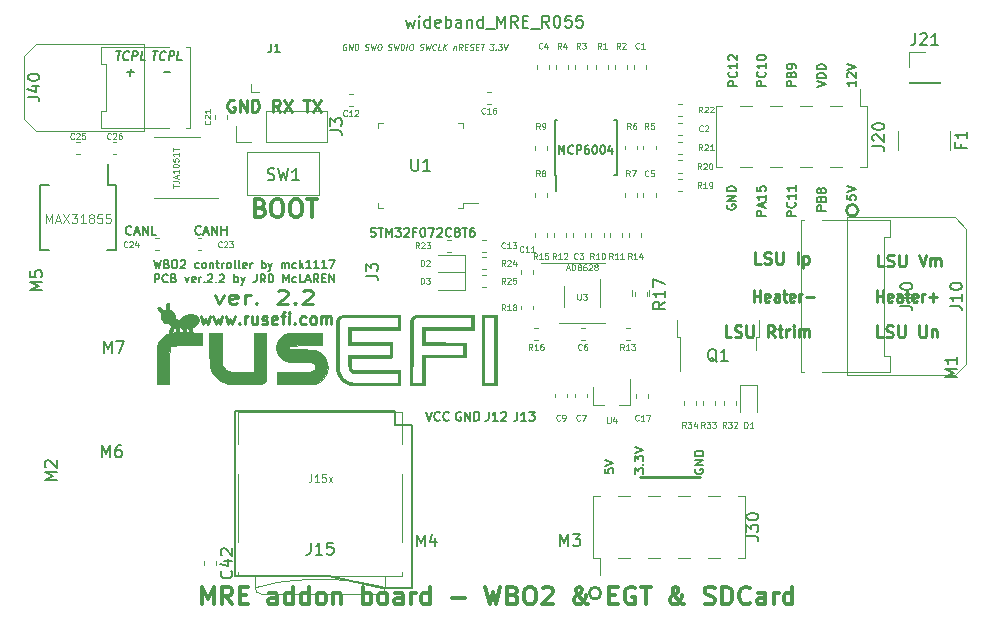
<source format=gbr>
G04 #@! TF.GenerationSoftware,KiCad,Pcbnew,5.1.5+dfsg1-2build2*
G04 #@! TF.CreationDate,2021-12-02T14:39:01+01:00*
G04 #@! TF.ProjectId,mre_addon_v2,6d72655f-6164-4646-9f6e-5f76322e6b69,V2.2*
G04 #@! TF.SameCoordinates,Original*
G04 #@! TF.FileFunction,Legend,Top*
G04 #@! TF.FilePolarity,Positive*
%FSLAX46Y46*%
G04 Gerber Fmt 4.6, Leading zero omitted, Abs format (unit mm)*
G04 Created by KiCad (PCBNEW 5.1.5+dfsg1-2build2) date 2021-12-02 14:39:01*
%MOMM*%
%LPD*%
G04 APERTURE LIST*
%ADD10C,0.125000*%
%ADD11C,0.150000*%
%ADD12C,0.187500*%
%ADD13C,0.225000*%
%ADD14C,0.250000*%
%ADD15C,0.300000*%
%ADD16C,0.120000*%
%ADD17C,0.254000*%
%ADD18C,0.127000*%
%ADD19C,0.010000*%
%ADD20C,0.130000*%
%ADD21C,0.101600*%
G04 APERTURE END LIST*
D10*
X121378571Y-145233333D02*
X121616666Y-145233333D01*
X121330952Y-145376190D02*
X121497619Y-144876190D01*
X121664285Y-145376190D01*
X121830952Y-145376190D02*
X121830952Y-144876190D01*
X121950000Y-144876190D01*
X122021428Y-144900000D01*
X122069047Y-144947619D01*
X122092857Y-144995238D01*
X122116666Y-145090476D01*
X122116666Y-145161904D01*
X122092857Y-145257142D01*
X122069047Y-145304761D01*
X122021428Y-145352380D01*
X121950000Y-145376190D01*
X121830952Y-145376190D01*
X122402380Y-145090476D02*
X122354761Y-145066666D01*
X122330952Y-145042857D01*
X122307142Y-144995238D01*
X122307142Y-144971428D01*
X122330952Y-144923809D01*
X122354761Y-144900000D01*
X122402380Y-144876190D01*
X122497619Y-144876190D01*
X122545238Y-144900000D01*
X122569047Y-144923809D01*
X122592857Y-144971428D01*
X122592857Y-144995238D01*
X122569047Y-145042857D01*
X122545238Y-145066666D01*
X122497619Y-145090476D01*
X122402380Y-145090476D01*
X122354761Y-145114285D01*
X122330952Y-145138095D01*
X122307142Y-145185714D01*
X122307142Y-145280952D01*
X122330952Y-145328571D01*
X122354761Y-145352380D01*
X122402380Y-145376190D01*
X122497619Y-145376190D01*
X122545238Y-145352380D01*
X122569047Y-145328571D01*
X122592857Y-145280952D01*
X122592857Y-145185714D01*
X122569047Y-145138095D01*
X122545238Y-145114285D01*
X122497619Y-145090476D01*
X123021428Y-144876190D02*
X122926190Y-144876190D01*
X122878571Y-144900000D01*
X122854761Y-144923809D01*
X122807142Y-144995238D01*
X122783333Y-145090476D01*
X122783333Y-145280952D01*
X122807142Y-145328571D01*
X122830952Y-145352380D01*
X122878571Y-145376190D01*
X122973809Y-145376190D01*
X123021428Y-145352380D01*
X123045238Y-145328571D01*
X123069047Y-145280952D01*
X123069047Y-145161904D01*
X123045238Y-145114285D01*
X123021428Y-145090476D01*
X122973809Y-145066666D01*
X122878571Y-145066666D01*
X122830952Y-145090476D01*
X122807142Y-145114285D01*
X122783333Y-145161904D01*
X123259523Y-144923809D02*
X123283333Y-144900000D01*
X123330952Y-144876190D01*
X123450000Y-144876190D01*
X123497619Y-144900000D01*
X123521428Y-144923809D01*
X123545238Y-144971428D01*
X123545238Y-145019047D01*
X123521428Y-145090476D01*
X123235714Y-145376190D01*
X123545238Y-145376190D01*
X123830952Y-145090476D02*
X123783333Y-145066666D01*
X123759523Y-145042857D01*
X123735714Y-144995238D01*
X123735714Y-144971428D01*
X123759523Y-144923809D01*
X123783333Y-144900000D01*
X123830952Y-144876190D01*
X123926190Y-144876190D01*
X123973809Y-144900000D01*
X123997619Y-144923809D01*
X124021428Y-144971428D01*
X124021428Y-144995238D01*
X123997619Y-145042857D01*
X123973809Y-145066666D01*
X123926190Y-145090476D01*
X123830952Y-145090476D01*
X123783333Y-145114285D01*
X123759523Y-145138095D01*
X123735714Y-145185714D01*
X123735714Y-145280952D01*
X123759523Y-145328571D01*
X123783333Y-145352380D01*
X123830952Y-145376190D01*
X123926190Y-145376190D01*
X123973809Y-145352380D01*
X123997619Y-145328571D01*
X124021428Y-145280952D01*
X124021428Y-145185714D01*
X123997619Y-145138095D01*
X123973809Y-145114285D01*
X123926190Y-145090476D01*
X77335714Y-141389285D02*
X77335714Y-140639285D01*
X77585714Y-141175000D01*
X77835714Y-140639285D01*
X77835714Y-141389285D01*
X78157142Y-141175000D02*
X78514285Y-141175000D01*
X78085714Y-141389285D02*
X78335714Y-140639285D01*
X78585714Y-141389285D01*
X78764285Y-140639285D02*
X79264285Y-141389285D01*
X79264285Y-140639285D02*
X78764285Y-141389285D01*
X79478571Y-140639285D02*
X79942857Y-140639285D01*
X79692857Y-140925000D01*
X79800000Y-140925000D01*
X79871428Y-140960714D01*
X79907142Y-140996428D01*
X79942857Y-141067857D01*
X79942857Y-141246428D01*
X79907142Y-141317857D01*
X79871428Y-141353571D01*
X79800000Y-141389285D01*
X79585714Y-141389285D01*
X79514285Y-141353571D01*
X79478571Y-141317857D01*
X80657142Y-141389285D02*
X80228571Y-141389285D01*
X80442857Y-141389285D02*
X80442857Y-140639285D01*
X80371428Y-140746428D01*
X80300000Y-140817857D01*
X80228571Y-140853571D01*
X81085714Y-140960714D02*
X81014285Y-140925000D01*
X80978571Y-140889285D01*
X80942857Y-140817857D01*
X80942857Y-140782142D01*
X80978571Y-140710714D01*
X81014285Y-140675000D01*
X81085714Y-140639285D01*
X81228571Y-140639285D01*
X81300000Y-140675000D01*
X81335714Y-140710714D01*
X81371428Y-140782142D01*
X81371428Y-140817857D01*
X81335714Y-140889285D01*
X81300000Y-140925000D01*
X81228571Y-140960714D01*
X81085714Y-140960714D01*
X81014285Y-140996428D01*
X80978571Y-141032142D01*
X80942857Y-141103571D01*
X80942857Y-141246428D01*
X80978571Y-141317857D01*
X81014285Y-141353571D01*
X81085714Y-141389285D01*
X81228571Y-141389285D01*
X81300000Y-141353571D01*
X81335714Y-141317857D01*
X81371428Y-141246428D01*
X81371428Y-141103571D01*
X81335714Y-141032142D01*
X81300000Y-140996428D01*
X81228571Y-140960714D01*
X82050000Y-140639285D02*
X81692857Y-140639285D01*
X81657142Y-140996428D01*
X81692857Y-140960714D01*
X81764285Y-140925000D01*
X81942857Y-140925000D01*
X82014285Y-140960714D01*
X82050000Y-140996428D01*
X82085714Y-141067857D01*
X82085714Y-141246428D01*
X82050000Y-141317857D01*
X82014285Y-141353571D01*
X81942857Y-141389285D01*
X81764285Y-141389285D01*
X81692857Y-141353571D01*
X81657142Y-141317857D01*
X82764285Y-140639285D02*
X82407142Y-140639285D01*
X82371428Y-140996428D01*
X82407142Y-140960714D01*
X82478571Y-140925000D01*
X82657142Y-140925000D01*
X82728571Y-140960714D01*
X82764285Y-140996428D01*
X82800000Y-141067857D01*
X82800000Y-141246428D01*
X82764285Y-141317857D01*
X82728571Y-141353571D01*
X82657142Y-141389285D01*
X82478571Y-141389285D01*
X82407142Y-141353571D01*
X82371428Y-141317857D01*
X88026190Y-138390476D02*
X88026190Y-138104761D01*
X88526190Y-138247619D02*
X88026190Y-138247619D01*
X88026190Y-137795238D02*
X88383333Y-137795238D01*
X88454761Y-137819047D01*
X88502380Y-137866666D01*
X88526190Y-137938095D01*
X88526190Y-137985714D01*
X88383333Y-137580952D02*
X88383333Y-137342857D01*
X88526190Y-137628571D02*
X88026190Y-137461904D01*
X88526190Y-137295238D01*
X88526190Y-136866666D02*
X88526190Y-137152380D01*
X88526190Y-137009523D02*
X88026190Y-137009523D01*
X88097619Y-137057142D01*
X88145238Y-137104761D01*
X88169047Y-137152380D01*
X88026190Y-136557142D02*
X88026190Y-136509523D01*
X88050000Y-136461904D01*
X88073809Y-136438095D01*
X88121428Y-136414285D01*
X88216666Y-136390476D01*
X88335714Y-136390476D01*
X88430952Y-136414285D01*
X88478571Y-136438095D01*
X88502380Y-136461904D01*
X88526190Y-136509523D01*
X88526190Y-136557142D01*
X88502380Y-136604761D01*
X88478571Y-136628571D01*
X88430952Y-136652380D01*
X88335714Y-136676190D01*
X88216666Y-136676190D01*
X88121428Y-136652380D01*
X88073809Y-136628571D01*
X88050000Y-136604761D01*
X88026190Y-136557142D01*
X88026190Y-135938095D02*
X88026190Y-136176190D01*
X88264285Y-136200000D01*
X88240476Y-136176190D01*
X88216666Y-136128571D01*
X88216666Y-136009523D01*
X88240476Y-135961904D01*
X88264285Y-135938095D01*
X88311904Y-135914285D01*
X88430952Y-135914285D01*
X88478571Y-135938095D01*
X88502380Y-135961904D01*
X88526190Y-136009523D01*
X88526190Y-136128571D01*
X88502380Y-136176190D01*
X88478571Y-136200000D01*
X88526190Y-135438095D02*
X88526190Y-135723809D01*
X88526190Y-135580952D02*
X88026190Y-135580952D01*
X88097619Y-135628571D01*
X88145238Y-135676190D01*
X88169047Y-135723809D01*
X88026190Y-135295238D02*
X88026190Y-135009523D01*
X88526190Y-135152380D02*
X88026190Y-135152380D01*
D11*
X120733333Y-135516666D02*
X120733333Y-134816666D01*
X120966666Y-135316666D01*
X121200000Y-134816666D01*
X121200000Y-135516666D01*
X121933333Y-135450000D02*
X121900000Y-135483333D01*
X121800000Y-135516666D01*
X121733333Y-135516666D01*
X121633333Y-135483333D01*
X121566666Y-135416666D01*
X121533333Y-135350000D01*
X121500000Y-135216666D01*
X121500000Y-135116666D01*
X121533333Y-134983333D01*
X121566666Y-134916666D01*
X121633333Y-134850000D01*
X121733333Y-134816666D01*
X121800000Y-134816666D01*
X121900000Y-134850000D01*
X121933333Y-134883333D01*
X122233333Y-135516666D02*
X122233333Y-134816666D01*
X122500000Y-134816666D01*
X122566666Y-134850000D01*
X122600000Y-134883333D01*
X122633333Y-134950000D01*
X122633333Y-135050000D01*
X122600000Y-135116666D01*
X122566666Y-135150000D01*
X122500000Y-135183333D01*
X122233333Y-135183333D01*
X123233333Y-134816666D02*
X123100000Y-134816666D01*
X123033333Y-134850000D01*
X123000000Y-134883333D01*
X122933333Y-134983333D01*
X122900000Y-135116666D01*
X122900000Y-135383333D01*
X122933333Y-135450000D01*
X122966666Y-135483333D01*
X123033333Y-135516666D01*
X123166666Y-135516666D01*
X123233333Y-135483333D01*
X123266666Y-135450000D01*
X123300000Y-135383333D01*
X123300000Y-135216666D01*
X123266666Y-135150000D01*
X123233333Y-135116666D01*
X123166666Y-135083333D01*
X123033333Y-135083333D01*
X122966666Y-135116666D01*
X122933333Y-135150000D01*
X122900000Y-135216666D01*
X123733333Y-134816666D02*
X123800000Y-134816666D01*
X123866666Y-134850000D01*
X123900000Y-134883333D01*
X123933333Y-134950000D01*
X123966666Y-135083333D01*
X123966666Y-135250000D01*
X123933333Y-135383333D01*
X123900000Y-135450000D01*
X123866666Y-135483333D01*
X123800000Y-135516666D01*
X123733333Y-135516666D01*
X123666666Y-135483333D01*
X123633333Y-135450000D01*
X123600000Y-135383333D01*
X123566666Y-135250000D01*
X123566666Y-135083333D01*
X123600000Y-134950000D01*
X123633333Y-134883333D01*
X123666666Y-134850000D01*
X123733333Y-134816666D01*
X124400000Y-134816666D02*
X124466666Y-134816666D01*
X124533333Y-134850000D01*
X124566666Y-134883333D01*
X124600000Y-134950000D01*
X124633333Y-135083333D01*
X124633333Y-135250000D01*
X124600000Y-135383333D01*
X124566666Y-135450000D01*
X124533333Y-135483333D01*
X124466666Y-135516666D01*
X124400000Y-135516666D01*
X124333333Y-135483333D01*
X124300000Y-135450000D01*
X124266666Y-135383333D01*
X124233333Y-135250000D01*
X124233333Y-135083333D01*
X124266666Y-134950000D01*
X124300000Y-134883333D01*
X124333333Y-134850000D01*
X124400000Y-134816666D01*
X125233333Y-135050000D02*
X125233333Y-135516666D01*
X125066666Y-134783333D02*
X124900000Y-135283333D01*
X125333333Y-135283333D01*
X104789285Y-142503571D02*
X104896428Y-142539285D01*
X105075000Y-142539285D01*
X105146428Y-142503571D01*
X105182142Y-142467857D01*
X105217857Y-142396428D01*
X105217857Y-142325000D01*
X105182142Y-142253571D01*
X105146428Y-142217857D01*
X105075000Y-142182142D01*
X104932142Y-142146428D01*
X104860714Y-142110714D01*
X104825000Y-142075000D01*
X104789285Y-142003571D01*
X104789285Y-141932142D01*
X104825000Y-141860714D01*
X104860714Y-141825000D01*
X104932142Y-141789285D01*
X105110714Y-141789285D01*
X105217857Y-141825000D01*
X105432142Y-141789285D02*
X105860714Y-141789285D01*
X105646428Y-142539285D02*
X105646428Y-141789285D01*
X106110714Y-142539285D02*
X106110714Y-141789285D01*
X106360714Y-142325000D01*
X106610714Y-141789285D01*
X106610714Y-142539285D01*
X106896428Y-141789285D02*
X107360714Y-141789285D01*
X107110714Y-142075000D01*
X107217857Y-142075000D01*
X107289285Y-142110714D01*
X107325000Y-142146428D01*
X107360714Y-142217857D01*
X107360714Y-142396428D01*
X107325000Y-142467857D01*
X107289285Y-142503571D01*
X107217857Y-142539285D01*
X107003571Y-142539285D01*
X106932142Y-142503571D01*
X106896428Y-142467857D01*
X107646428Y-141860714D02*
X107682142Y-141825000D01*
X107753571Y-141789285D01*
X107932142Y-141789285D01*
X108003571Y-141825000D01*
X108039285Y-141860714D01*
X108075000Y-141932142D01*
X108075000Y-142003571D01*
X108039285Y-142110714D01*
X107610714Y-142539285D01*
X108075000Y-142539285D01*
X108646428Y-142146428D02*
X108396428Y-142146428D01*
X108396428Y-142539285D02*
X108396428Y-141789285D01*
X108753571Y-141789285D01*
X109182142Y-141789285D02*
X109253571Y-141789285D01*
X109325000Y-141825000D01*
X109360714Y-141860714D01*
X109396428Y-141932142D01*
X109432142Y-142075000D01*
X109432142Y-142253571D01*
X109396428Y-142396428D01*
X109360714Y-142467857D01*
X109325000Y-142503571D01*
X109253571Y-142539285D01*
X109182142Y-142539285D01*
X109110714Y-142503571D01*
X109075000Y-142467857D01*
X109039285Y-142396428D01*
X109003571Y-142253571D01*
X109003571Y-142075000D01*
X109039285Y-141932142D01*
X109075000Y-141860714D01*
X109110714Y-141825000D01*
X109182142Y-141789285D01*
X109682142Y-141789285D02*
X110182142Y-141789285D01*
X109860714Y-142539285D01*
X110432142Y-141860714D02*
X110467857Y-141825000D01*
X110539285Y-141789285D01*
X110717857Y-141789285D01*
X110789285Y-141825000D01*
X110825000Y-141860714D01*
X110860714Y-141932142D01*
X110860714Y-142003571D01*
X110825000Y-142110714D01*
X110396428Y-142539285D01*
X110860714Y-142539285D01*
X111610714Y-142467857D02*
X111575000Y-142503571D01*
X111467857Y-142539285D01*
X111396428Y-142539285D01*
X111289285Y-142503571D01*
X111217857Y-142432142D01*
X111182142Y-142360714D01*
X111146428Y-142217857D01*
X111146428Y-142110714D01*
X111182142Y-141967857D01*
X111217857Y-141896428D01*
X111289285Y-141825000D01*
X111396428Y-141789285D01*
X111467857Y-141789285D01*
X111575000Y-141825000D01*
X111610714Y-141860714D01*
X112039285Y-142110714D02*
X111967857Y-142075000D01*
X111932142Y-142039285D01*
X111896428Y-141967857D01*
X111896428Y-141932142D01*
X111932142Y-141860714D01*
X111967857Y-141825000D01*
X112039285Y-141789285D01*
X112182142Y-141789285D01*
X112253571Y-141825000D01*
X112289285Y-141860714D01*
X112325000Y-141932142D01*
X112325000Y-141967857D01*
X112289285Y-142039285D01*
X112253571Y-142075000D01*
X112182142Y-142110714D01*
X112039285Y-142110714D01*
X111967857Y-142146428D01*
X111932142Y-142182142D01*
X111896428Y-142253571D01*
X111896428Y-142396428D01*
X111932142Y-142467857D01*
X111967857Y-142503571D01*
X112039285Y-142539285D01*
X112182142Y-142539285D01*
X112253571Y-142503571D01*
X112289285Y-142467857D01*
X112325000Y-142396428D01*
X112325000Y-142253571D01*
X112289285Y-142182142D01*
X112253571Y-142146428D01*
X112182142Y-142110714D01*
X112539285Y-141789285D02*
X112967857Y-141789285D01*
X112753571Y-142539285D02*
X112753571Y-141789285D01*
X113539285Y-141789285D02*
X113396428Y-141789285D01*
X113325000Y-141825000D01*
X113289285Y-141860714D01*
X113217857Y-141967857D01*
X113182142Y-142110714D01*
X113182142Y-142396428D01*
X113217857Y-142467857D01*
X113253571Y-142503571D01*
X113325000Y-142539285D01*
X113467857Y-142539285D01*
X113539285Y-142503571D01*
X113575000Y-142467857D01*
X113610714Y-142396428D01*
X113610714Y-142217857D01*
X113575000Y-142146428D01*
X113539285Y-142110714D01*
X113467857Y-142075000D01*
X113325000Y-142075000D01*
X113253571Y-142110714D01*
X113217857Y-142146428D01*
X113182142Y-142217857D01*
D12*
X86344810Y-126833035D02*
X86773381Y-126833035D01*
X86465345Y-127583035D02*
X86559095Y-126833035D01*
X87367131Y-127511607D02*
X87326953Y-127547321D01*
X87215345Y-127583035D01*
X87143917Y-127583035D01*
X87041238Y-127547321D01*
X86978738Y-127475892D01*
X86951953Y-127404464D01*
X86934095Y-127261607D01*
X86947488Y-127154464D01*
X87001060Y-127011607D01*
X87045703Y-126940178D01*
X87126060Y-126868750D01*
X87237667Y-126833035D01*
X87309095Y-126833035D01*
X87411774Y-126868750D01*
X87443024Y-126904464D01*
X87679631Y-127583035D02*
X87773381Y-126833035D01*
X88059095Y-126833035D01*
X88126060Y-126868750D01*
X88157310Y-126904464D01*
X88184095Y-126975892D01*
X88170703Y-127083035D01*
X88126060Y-127154464D01*
X88085881Y-127190178D01*
X88009988Y-127225892D01*
X87724274Y-127225892D01*
X88786774Y-127583035D02*
X88429631Y-127583035D01*
X88523381Y-126833035D01*
X87268917Y-128609821D02*
X87840345Y-128609821D01*
X83244810Y-126833035D02*
X83673381Y-126833035D01*
X83365345Y-127583035D02*
X83459095Y-126833035D01*
X84267131Y-127511607D02*
X84226953Y-127547321D01*
X84115345Y-127583035D01*
X84043917Y-127583035D01*
X83941238Y-127547321D01*
X83878738Y-127475892D01*
X83851953Y-127404464D01*
X83834095Y-127261607D01*
X83847488Y-127154464D01*
X83901060Y-127011607D01*
X83945703Y-126940178D01*
X84026060Y-126868750D01*
X84137667Y-126833035D01*
X84209095Y-126833035D01*
X84311774Y-126868750D01*
X84343024Y-126904464D01*
X84579631Y-127583035D02*
X84673381Y-126833035D01*
X84959095Y-126833035D01*
X85026060Y-126868750D01*
X85057310Y-126904464D01*
X85084095Y-126975892D01*
X85070703Y-127083035D01*
X85026060Y-127154464D01*
X84985881Y-127190178D01*
X84909988Y-127225892D01*
X84624274Y-127225892D01*
X85686774Y-127583035D02*
X85329631Y-127583035D01*
X85423381Y-126833035D01*
X84168917Y-128609821D02*
X84740345Y-128609821D01*
X84418917Y-128895535D02*
X84490345Y-128324107D01*
D13*
X137271428Y-148052380D02*
X137271428Y-147052380D01*
X137271428Y-147528571D02*
X137785714Y-147528571D01*
X137785714Y-148052380D02*
X137785714Y-147052380D01*
X138557142Y-148004761D02*
X138471428Y-148052380D01*
X138300000Y-148052380D01*
X138214285Y-148004761D01*
X138171428Y-147909523D01*
X138171428Y-147528571D01*
X138214285Y-147433333D01*
X138300000Y-147385714D01*
X138471428Y-147385714D01*
X138557142Y-147433333D01*
X138600000Y-147528571D01*
X138600000Y-147623809D01*
X138171428Y-147719047D01*
X139371428Y-148052380D02*
X139371428Y-147528571D01*
X139328571Y-147433333D01*
X139242857Y-147385714D01*
X139071428Y-147385714D01*
X138985714Y-147433333D01*
X139371428Y-148004761D02*
X139285714Y-148052380D01*
X139071428Y-148052380D01*
X138985714Y-148004761D01*
X138942857Y-147909523D01*
X138942857Y-147814285D01*
X138985714Y-147719047D01*
X139071428Y-147671428D01*
X139285714Y-147671428D01*
X139371428Y-147623809D01*
X139671428Y-147385714D02*
X140014285Y-147385714D01*
X139800000Y-147052380D02*
X139800000Y-147909523D01*
X139842857Y-148004761D01*
X139928571Y-148052380D01*
X140014285Y-148052380D01*
X140657142Y-148004761D02*
X140571428Y-148052380D01*
X140400000Y-148052380D01*
X140314285Y-148004761D01*
X140271428Y-147909523D01*
X140271428Y-147528571D01*
X140314285Y-147433333D01*
X140400000Y-147385714D01*
X140571428Y-147385714D01*
X140657142Y-147433333D01*
X140700000Y-147528571D01*
X140700000Y-147623809D01*
X140271428Y-147719047D01*
X141085714Y-148052380D02*
X141085714Y-147385714D01*
X141085714Y-147576190D02*
X141128571Y-147480952D01*
X141171428Y-147433333D01*
X141257142Y-147385714D01*
X141342857Y-147385714D01*
X141642857Y-147671428D02*
X142328571Y-147671428D01*
D14*
X148152380Y-151052380D02*
X147676190Y-151052380D01*
X147676190Y-150052380D01*
X148438095Y-151004761D02*
X148580952Y-151052380D01*
X148819047Y-151052380D01*
X148914285Y-151004761D01*
X148961904Y-150957142D01*
X149009523Y-150861904D01*
X149009523Y-150766666D01*
X148961904Y-150671428D01*
X148914285Y-150623809D01*
X148819047Y-150576190D01*
X148628571Y-150528571D01*
X148533333Y-150480952D01*
X148485714Y-150433333D01*
X148438095Y-150338095D01*
X148438095Y-150242857D01*
X148485714Y-150147619D01*
X148533333Y-150100000D01*
X148628571Y-150052380D01*
X148866666Y-150052380D01*
X149009523Y-150100000D01*
X149438095Y-150052380D02*
X149438095Y-150861904D01*
X149485714Y-150957142D01*
X149533333Y-151004761D01*
X149628571Y-151052380D01*
X149819047Y-151052380D01*
X149914285Y-151004761D01*
X149961904Y-150957142D01*
X150009523Y-150861904D01*
X150009523Y-150052380D01*
X151247619Y-150052380D02*
X151247619Y-150861904D01*
X151295238Y-150957142D01*
X151342857Y-151004761D01*
X151438095Y-151052380D01*
X151628571Y-151052380D01*
X151723809Y-151004761D01*
X151771428Y-150957142D01*
X151819047Y-150861904D01*
X151819047Y-150052380D01*
X152295238Y-150385714D02*
X152295238Y-151052380D01*
X152295238Y-150480952D02*
X152342857Y-150433333D01*
X152438095Y-150385714D01*
X152580952Y-150385714D01*
X152676190Y-150433333D01*
X152723809Y-150528571D01*
X152723809Y-151052380D01*
X148233333Y-145052380D02*
X147757142Y-145052380D01*
X147757142Y-144052380D01*
X148519047Y-145004761D02*
X148661904Y-145052380D01*
X148900000Y-145052380D01*
X148995238Y-145004761D01*
X149042857Y-144957142D01*
X149090476Y-144861904D01*
X149090476Y-144766666D01*
X149042857Y-144671428D01*
X148995238Y-144623809D01*
X148900000Y-144576190D01*
X148709523Y-144528571D01*
X148614285Y-144480952D01*
X148566666Y-144433333D01*
X148519047Y-144338095D01*
X148519047Y-144242857D01*
X148566666Y-144147619D01*
X148614285Y-144100000D01*
X148709523Y-144052380D01*
X148947619Y-144052380D01*
X149090476Y-144100000D01*
X149519047Y-144052380D02*
X149519047Y-144861904D01*
X149566666Y-144957142D01*
X149614285Y-145004761D01*
X149709523Y-145052380D01*
X149900000Y-145052380D01*
X149995238Y-145004761D01*
X150042857Y-144957142D01*
X150090476Y-144861904D01*
X150090476Y-144052380D01*
X151185714Y-144052380D02*
X151519047Y-145052380D01*
X151852380Y-144052380D01*
X152185714Y-145052380D02*
X152185714Y-144385714D01*
X152185714Y-144480952D02*
X152233333Y-144433333D01*
X152328571Y-144385714D01*
X152471428Y-144385714D01*
X152566666Y-144433333D01*
X152614285Y-144528571D01*
X152614285Y-145052380D01*
X152614285Y-144528571D02*
X152661904Y-144433333D01*
X152757142Y-144385714D01*
X152900000Y-144385714D01*
X152995238Y-144433333D01*
X153042857Y-144528571D01*
X153042857Y-145052380D01*
X135328571Y-151052380D02*
X134852380Y-151052380D01*
X134852380Y-150052380D01*
X135614285Y-151004761D02*
X135757142Y-151052380D01*
X135995238Y-151052380D01*
X136090476Y-151004761D01*
X136138095Y-150957142D01*
X136185714Y-150861904D01*
X136185714Y-150766666D01*
X136138095Y-150671428D01*
X136090476Y-150623809D01*
X135995238Y-150576190D01*
X135804761Y-150528571D01*
X135709523Y-150480952D01*
X135661904Y-150433333D01*
X135614285Y-150338095D01*
X135614285Y-150242857D01*
X135661904Y-150147619D01*
X135709523Y-150100000D01*
X135804761Y-150052380D01*
X136042857Y-150052380D01*
X136185714Y-150100000D01*
X136614285Y-150052380D02*
X136614285Y-150861904D01*
X136661904Y-150957142D01*
X136709523Y-151004761D01*
X136804761Y-151052380D01*
X136995238Y-151052380D01*
X137090476Y-151004761D01*
X137138095Y-150957142D01*
X137185714Y-150861904D01*
X137185714Y-150052380D01*
X138995238Y-151052380D02*
X138661904Y-150576190D01*
X138423809Y-151052380D02*
X138423809Y-150052380D01*
X138804761Y-150052380D01*
X138900000Y-150100000D01*
X138947619Y-150147619D01*
X138995238Y-150242857D01*
X138995238Y-150385714D01*
X138947619Y-150480952D01*
X138900000Y-150528571D01*
X138804761Y-150576190D01*
X138423809Y-150576190D01*
X139280952Y-150385714D02*
X139661904Y-150385714D01*
X139423809Y-150052380D02*
X139423809Y-150909523D01*
X139471428Y-151004761D01*
X139566666Y-151052380D01*
X139661904Y-151052380D01*
X139995238Y-151052380D02*
X139995238Y-150385714D01*
X139995238Y-150576190D02*
X140042857Y-150480952D01*
X140090476Y-150433333D01*
X140185714Y-150385714D01*
X140280952Y-150385714D01*
X140614285Y-151052380D02*
X140614285Y-150385714D01*
X140614285Y-150052380D02*
X140566666Y-150100000D01*
X140614285Y-150147619D01*
X140661904Y-150100000D01*
X140614285Y-150052380D01*
X140614285Y-150147619D01*
X141090476Y-151052380D02*
X141090476Y-150385714D01*
X141090476Y-150480952D02*
X141138095Y-150433333D01*
X141233333Y-150385714D01*
X141376190Y-150385714D01*
X141471428Y-150433333D01*
X141519047Y-150528571D01*
X141519047Y-151052380D01*
X141519047Y-150528571D02*
X141566666Y-150433333D01*
X141661904Y-150385714D01*
X141804761Y-150385714D01*
X141900000Y-150433333D01*
X141947619Y-150528571D01*
X141947619Y-151052380D01*
D13*
X147671428Y-148052380D02*
X147671428Y-147052380D01*
X147671428Y-147528571D02*
X148185714Y-147528571D01*
X148185714Y-148052380D02*
X148185714Y-147052380D01*
X148957142Y-148004761D02*
X148871428Y-148052380D01*
X148700000Y-148052380D01*
X148614285Y-148004761D01*
X148571428Y-147909523D01*
X148571428Y-147528571D01*
X148614285Y-147433333D01*
X148700000Y-147385714D01*
X148871428Y-147385714D01*
X148957142Y-147433333D01*
X149000000Y-147528571D01*
X149000000Y-147623809D01*
X148571428Y-147719047D01*
X149771428Y-148052380D02*
X149771428Y-147528571D01*
X149728571Y-147433333D01*
X149642857Y-147385714D01*
X149471428Y-147385714D01*
X149385714Y-147433333D01*
X149771428Y-148004761D02*
X149685714Y-148052380D01*
X149471428Y-148052380D01*
X149385714Y-148004761D01*
X149342857Y-147909523D01*
X149342857Y-147814285D01*
X149385714Y-147719047D01*
X149471428Y-147671428D01*
X149685714Y-147671428D01*
X149771428Y-147623809D01*
X150071428Y-147385714D02*
X150414285Y-147385714D01*
X150200000Y-147052380D02*
X150200000Y-147909523D01*
X150242857Y-148004761D01*
X150328571Y-148052380D01*
X150414285Y-148052380D01*
X151057142Y-148004761D02*
X150971428Y-148052380D01*
X150800000Y-148052380D01*
X150714285Y-148004761D01*
X150671428Y-147909523D01*
X150671428Y-147528571D01*
X150714285Y-147433333D01*
X150800000Y-147385714D01*
X150971428Y-147385714D01*
X151057142Y-147433333D01*
X151100000Y-147528571D01*
X151100000Y-147623809D01*
X150671428Y-147719047D01*
X151485714Y-148052380D02*
X151485714Y-147385714D01*
X151485714Y-147576190D02*
X151528571Y-147480952D01*
X151571428Y-147433333D01*
X151657142Y-147385714D01*
X151742857Y-147385714D01*
X152042857Y-147671428D02*
X152728571Y-147671428D01*
X152385714Y-148052380D02*
X152385714Y-147290476D01*
D14*
X137838095Y-144852380D02*
X137361904Y-144852380D01*
X137361904Y-143852380D01*
X138123809Y-144804761D02*
X138266666Y-144852380D01*
X138504761Y-144852380D01*
X138600000Y-144804761D01*
X138647619Y-144757142D01*
X138695238Y-144661904D01*
X138695238Y-144566666D01*
X138647619Y-144471428D01*
X138600000Y-144423809D01*
X138504761Y-144376190D01*
X138314285Y-144328571D01*
X138219047Y-144280952D01*
X138171428Y-144233333D01*
X138123809Y-144138095D01*
X138123809Y-144042857D01*
X138171428Y-143947619D01*
X138219047Y-143900000D01*
X138314285Y-143852380D01*
X138552380Y-143852380D01*
X138695238Y-143900000D01*
X139123809Y-143852380D02*
X139123809Y-144661904D01*
X139171428Y-144757142D01*
X139219047Y-144804761D01*
X139314285Y-144852380D01*
X139504761Y-144852380D01*
X139600000Y-144804761D01*
X139647619Y-144757142D01*
X139695238Y-144661904D01*
X139695238Y-143852380D01*
X140933333Y-144852380D02*
X140933333Y-143852380D01*
X141409523Y-144185714D02*
X141409523Y-145185714D01*
X141409523Y-144233333D02*
X141504761Y-144185714D01*
X141695238Y-144185714D01*
X141790476Y-144233333D01*
X141838095Y-144280952D01*
X141885714Y-144376190D01*
X141885714Y-144661904D01*
X141838095Y-144757142D01*
X141790476Y-144804761D01*
X141695238Y-144852380D01*
X141504761Y-144852380D01*
X141409523Y-144804761D01*
X91621428Y-147442857D02*
X91978571Y-148242857D01*
X92335714Y-147442857D01*
X93478571Y-148185714D02*
X93335714Y-148242857D01*
X93050000Y-148242857D01*
X92907142Y-148185714D01*
X92835714Y-148071428D01*
X92835714Y-147614285D01*
X92907142Y-147500000D01*
X93050000Y-147442857D01*
X93335714Y-147442857D01*
X93478571Y-147500000D01*
X93550000Y-147614285D01*
X93550000Y-147728571D01*
X92835714Y-147842857D01*
X94192857Y-148242857D02*
X94192857Y-147442857D01*
X94192857Y-147671428D02*
X94264285Y-147557142D01*
X94335714Y-147500000D01*
X94478571Y-147442857D01*
X94621428Y-147442857D01*
X95121428Y-148128571D02*
X95192857Y-148185714D01*
X95121428Y-148242857D01*
X95050000Y-148185714D01*
X95121428Y-148128571D01*
X95121428Y-148242857D01*
X96907142Y-147157142D02*
X96978571Y-147100000D01*
X97121428Y-147042857D01*
X97478571Y-147042857D01*
X97621428Y-147100000D01*
X97692857Y-147157142D01*
X97764285Y-147271428D01*
X97764285Y-147385714D01*
X97692857Y-147557142D01*
X96835714Y-148242857D01*
X97764285Y-148242857D01*
X98407142Y-148128571D02*
X98478571Y-148185714D01*
X98407142Y-148242857D01*
X98335714Y-148185714D01*
X98407142Y-148128571D01*
X98407142Y-148242857D01*
X99050000Y-147157142D02*
X99121428Y-147100000D01*
X99264285Y-147042857D01*
X99621428Y-147042857D01*
X99764285Y-147100000D01*
X99835714Y-147157142D01*
X99907142Y-147271428D01*
X99907142Y-147385714D01*
X99835714Y-147557142D01*
X98978571Y-148242857D01*
X99907142Y-148242857D01*
D11*
X86433333Y-144516666D02*
X86600000Y-145216666D01*
X86733333Y-144716666D01*
X86866666Y-145216666D01*
X87033333Y-144516666D01*
X87533333Y-144850000D02*
X87633333Y-144883333D01*
X87666666Y-144916666D01*
X87700000Y-144983333D01*
X87700000Y-145083333D01*
X87666666Y-145150000D01*
X87633333Y-145183333D01*
X87566666Y-145216666D01*
X87300000Y-145216666D01*
X87300000Y-144516666D01*
X87533333Y-144516666D01*
X87600000Y-144550000D01*
X87633333Y-144583333D01*
X87666666Y-144650000D01*
X87666666Y-144716666D01*
X87633333Y-144783333D01*
X87600000Y-144816666D01*
X87533333Y-144850000D01*
X87300000Y-144850000D01*
X88133333Y-144516666D02*
X88266666Y-144516666D01*
X88333333Y-144550000D01*
X88400000Y-144616666D01*
X88433333Y-144750000D01*
X88433333Y-144983333D01*
X88400000Y-145116666D01*
X88333333Y-145183333D01*
X88266666Y-145216666D01*
X88133333Y-145216666D01*
X88066666Y-145183333D01*
X88000000Y-145116666D01*
X87966666Y-144983333D01*
X87966666Y-144750000D01*
X88000000Y-144616666D01*
X88066666Y-144550000D01*
X88133333Y-144516666D01*
X88700000Y-144583333D02*
X88733333Y-144550000D01*
X88800000Y-144516666D01*
X88966666Y-144516666D01*
X89033333Y-144550000D01*
X89066666Y-144583333D01*
X89100000Y-144650000D01*
X89100000Y-144716666D01*
X89066666Y-144816666D01*
X88666666Y-145216666D01*
X89100000Y-145216666D01*
X90233333Y-145183333D02*
X90166666Y-145216666D01*
X90033333Y-145216666D01*
X89966666Y-145183333D01*
X89933333Y-145150000D01*
X89900000Y-145083333D01*
X89900000Y-144883333D01*
X89933333Y-144816666D01*
X89966666Y-144783333D01*
X90033333Y-144750000D01*
X90166666Y-144750000D01*
X90233333Y-144783333D01*
X90633333Y-145216666D02*
X90566666Y-145183333D01*
X90533333Y-145150000D01*
X90500000Y-145083333D01*
X90500000Y-144883333D01*
X90533333Y-144816666D01*
X90566666Y-144783333D01*
X90633333Y-144750000D01*
X90733333Y-144750000D01*
X90800000Y-144783333D01*
X90833333Y-144816666D01*
X90866666Y-144883333D01*
X90866666Y-145083333D01*
X90833333Y-145150000D01*
X90800000Y-145183333D01*
X90733333Y-145216666D01*
X90633333Y-145216666D01*
X91166666Y-144750000D02*
X91166666Y-145216666D01*
X91166666Y-144816666D02*
X91200000Y-144783333D01*
X91266666Y-144750000D01*
X91366666Y-144750000D01*
X91433333Y-144783333D01*
X91466666Y-144850000D01*
X91466666Y-145216666D01*
X91700000Y-144750000D02*
X91966666Y-144750000D01*
X91800000Y-144516666D02*
X91800000Y-145116666D01*
X91833333Y-145183333D01*
X91900000Y-145216666D01*
X91966666Y-145216666D01*
X92200000Y-145216666D02*
X92200000Y-144750000D01*
X92200000Y-144883333D02*
X92233333Y-144816666D01*
X92266666Y-144783333D01*
X92333333Y-144750000D01*
X92400000Y-144750000D01*
X92733333Y-145216666D02*
X92666666Y-145183333D01*
X92633333Y-145150000D01*
X92600000Y-145083333D01*
X92600000Y-144883333D01*
X92633333Y-144816666D01*
X92666666Y-144783333D01*
X92733333Y-144750000D01*
X92833333Y-144750000D01*
X92900000Y-144783333D01*
X92933333Y-144816666D01*
X92966666Y-144883333D01*
X92966666Y-145083333D01*
X92933333Y-145150000D01*
X92900000Y-145183333D01*
X92833333Y-145216666D01*
X92733333Y-145216666D01*
X93366666Y-145216666D02*
X93300000Y-145183333D01*
X93266666Y-145116666D01*
X93266666Y-144516666D01*
X93733333Y-145216666D02*
X93666666Y-145183333D01*
X93633333Y-145116666D01*
X93633333Y-144516666D01*
X94266666Y-145183333D02*
X94200000Y-145216666D01*
X94066666Y-145216666D01*
X94000000Y-145183333D01*
X93966666Y-145116666D01*
X93966666Y-144850000D01*
X94000000Y-144783333D01*
X94066666Y-144750000D01*
X94200000Y-144750000D01*
X94266666Y-144783333D01*
X94300000Y-144850000D01*
X94300000Y-144916666D01*
X93966666Y-144983333D01*
X94600000Y-145216666D02*
X94600000Y-144750000D01*
X94600000Y-144883333D02*
X94633333Y-144816666D01*
X94666666Y-144783333D01*
X94733333Y-144750000D01*
X94800000Y-144750000D01*
X95566666Y-145216666D02*
X95566666Y-144516666D01*
X95566666Y-144783333D02*
X95633333Y-144750000D01*
X95766666Y-144750000D01*
X95833333Y-144783333D01*
X95866666Y-144816666D01*
X95900000Y-144883333D01*
X95900000Y-145083333D01*
X95866666Y-145150000D01*
X95833333Y-145183333D01*
X95766666Y-145216666D01*
X95633333Y-145216666D01*
X95566666Y-145183333D01*
X96133333Y-144750000D02*
X96300000Y-145216666D01*
X96466666Y-144750000D02*
X96300000Y-145216666D01*
X96233333Y-145383333D01*
X96200000Y-145416666D01*
X96133333Y-145450000D01*
X97266666Y-145216666D02*
X97266666Y-144750000D01*
X97266666Y-144816666D02*
X97300000Y-144783333D01*
X97366666Y-144750000D01*
X97466666Y-144750000D01*
X97533333Y-144783333D01*
X97566666Y-144850000D01*
X97566666Y-145216666D01*
X97566666Y-144850000D02*
X97600000Y-144783333D01*
X97666666Y-144750000D01*
X97766666Y-144750000D01*
X97833333Y-144783333D01*
X97866666Y-144850000D01*
X97866666Y-145216666D01*
X98500000Y-145183333D02*
X98433333Y-145216666D01*
X98300000Y-145216666D01*
X98233333Y-145183333D01*
X98200000Y-145150000D01*
X98166666Y-145083333D01*
X98166666Y-144883333D01*
X98200000Y-144816666D01*
X98233333Y-144783333D01*
X98300000Y-144750000D01*
X98433333Y-144750000D01*
X98500000Y-144783333D01*
X98800000Y-145216666D02*
X98800000Y-144516666D01*
X98866666Y-144950000D02*
X99066666Y-145216666D01*
X99066666Y-144750000D02*
X98800000Y-145016666D01*
X99733333Y-145216666D02*
X99333333Y-145216666D01*
X99533333Y-145216666D02*
X99533333Y-144516666D01*
X99466666Y-144616666D01*
X99400000Y-144683333D01*
X99333333Y-144716666D01*
X100400000Y-145216666D02*
X100000000Y-145216666D01*
X100200000Y-145216666D02*
X100200000Y-144516666D01*
X100133333Y-144616666D01*
X100066666Y-144683333D01*
X100000000Y-144716666D01*
X101066666Y-145216666D02*
X100666666Y-145216666D01*
X100866666Y-145216666D02*
X100866666Y-144516666D01*
X100800000Y-144616666D01*
X100733333Y-144683333D01*
X100666666Y-144716666D01*
X101300000Y-144516666D02*
X101766666Y-144516666D01*
X101466666Y-145216666D01*
X86500000Y-146416666D02*
X86500000Y-145716666D01*
X86766666Y-145716666D01*
X86833333Y-145750000D01*
X86866666Y-145783333D01*
X86900000Y-145850000D01*
X86900000Y-145950000D01*
X86866666Y-146016666D01*
X86833333Y-146050000D01*
X86766666Y-146083333D01*
X86500000Y-146083333D01*
X87600000Y-146350000D02*
X87566666Y-146383333D01*
X87466666Y-146416666D01*
X87400000Y-146416666D01*
X87300000Y-146383333D01*
X87233333Y-146316666D01*
X87200000Y-146250000D01*
X87166666Y-146116666D01*
X87166666Y-146016666D01*
X87200000Y-145883333D01*
X87233333Y-145816666D01*
X87300000Y-145750000D01*
X87400000Y-145716666D01*
X87466666Y-145716666D01*
X87566666Y-145750000D01*
X87600000Y-145783333D01*
X88133333Y-146050000D02*
X88233333Y-146083333D01*
X88266666Y-146116666D01*
X88300000Y-146183333D01*
X88300000Y-146283333D01*
X88266666Y-146350000D01*
X88233333Y-146383333D01*
X88166666Y-146416666D01*
X87900000Y-146416666D01*
X87900000Y-145716666D01*
X88133333Y-145716666D01*
X88200000Y-145750000D01*
X88233333Y-145783333D01*
X88266666Y-145850000D01*
X88266666Y-145916666D01*
X88233333Y-145983333D01*
X88200000Y-146016666D01*
X88133333Y-146050000D01*
X87900000Y-146050000D01*
X89066666Y-145950000D02*
X89233333Y-146416666D01*
X89400000Y-145950000D01*
X89933333Y-146383333D02*
X89866666Y-146416666D01*
X89733333Y-146416666D01*
X89666666Y-146383333D01*
X89633333Y-146316666D01*
X89633333Y-146050000D01*
X89666666Y-145983333D01*
X89733333Y-145950000D01*
X89866666Y-145950000D01*
X89933333Y-145983333D01*
X89966666Y-146050000D01*
X89966666Y-146116666D01*
X89633333Y-146183333D01*
X90266666Y-146416666D02*
X90266666Y-145950000D01*
X90266666Y-146083333D02*
X90300000Y-146016666D01*
X90333333Y-145983333D01*
X90400000Y-145950000D01*
X90466666Y-145950000D01*
X90700000Y-146350000D02*
X90733333Y-146383333D01*
X90700000Y-146416666D01*
X90666666Y-146383333D01*
X90700000Y-146350000D01*
X90700000Y-146416666D01*
X91000000Y-145783333D02*
X91033333Y-145750000D01*
X91100000Y-145716666D01*
X91266666Y-145716666D01*
X91333333Y-145750000D01*
X91366666Y-145783333D01*
X91400000Y-145850000D01*
X91400000Y-145916666D01*
X91366666Y-146016666D01*
X90966666Y-146416666D01*
X91400000Y-146416666D01*
X91700000Y-146350000D02*
X91733333Y-146383333D01*
X91700000Y-146416666D01*
X91666666Y-146383333D01*
X91700000Y-146350000D01*
X91700000Y-146416666D01*
X92000000Y-145783333D02*
X92033333Y-145750000D01*
X92100000Y-145716666D01*
X92266666Y-145716666D01*
X92333333Y-145750000D01*
X92366666Y-145783333D01*
X92400000Y-145850000D01*
X92400000Y-145916666D01*
X92366666Y-146016666D01*
X91966666Y-146416666D01*
X92400000Y-146416666D01*
X93233333Y-146416666D02*
X93233333Y-145716666D01*
X93233333Y-145983333D02*
X93300000Y-145950000D01*
X93433333Y-145950000D01*
X93500000Y-145983333D01*
X93533333Y-146016666D01*
X93566666Y-146083333D01*
X93566666Y-146283333D01*
X93533333Y-146350000D01*
X93500000Y-146383333D01*
X93433333Y-146416666D01*
X93300000Y-146416666D01*
X93233333Y-146383333D01*
X93800000Y-145950000D02*
X93966666Y-146416666D01*
X94133333Y-145950000D02*
X93966666Y-146416666D01*
X93900000Y-146583333D01*
X93866666Y-146616666D01*
X93800000Y-146650000D01*
X95133333Y-145716666D02*
X95133333Y-146216666D01*
X95100000Y-146316666D01*
X95033333Y-146383333D01*
X94933333Y-146416666D01*
X94866666Y-146416666D01*
X95866666Y-146416666D02*
X95633333Y-146083333D01*
X95466666Y-146416666D02*
X95466666Y-145716666D01*
X95733333Y-145716666D01*
X95800000Y-145750000D01*
X95833333Y-145783333D01*
X95866666Y-145850000D01*
X95866666Y-145950000D01*
X95833333Y-146016666D01*
X95800000Y-146050000D01*
X95733333Y-146083333D01*
X95466666Y-146083333D01*
X96166666Y-146416666D02*
X96166666Y-145716666D01*
X96333333Y-145716666D01*
X96433333Y-145750000D01*
X96500000Y-145816666D01*
X96533333Y-145883333D01*
X96566666Y-146016666D01*
X96566666Y-146116666D01*
X96533333Y-146250000D01*
X96500000Y-146316666D01*
X96433333Y-146383333D01*
X96333333Y-146416666D01*
X96166666Y-146416666D01*
X97400000Y-146416666D02*
X97400000Y-145716666D01*
X97633333Y-146216666D01*
X97866666Y-145716666D01*
X97866666Y-146416666D01*
X98500000Y-146383333D02*
X98433333Y-146416666D01*
X98300000Y-146416666D01*
X98233333Y-146383333D01*
X98200000Y-146350000D01*
X98166666Y-146283333D01*
X98166666Y-146083333D01*
X98200000Y-146016666D01*
X98233333Y-145983333D01*
X98300000Y-145950000D01*
X98433333Y-145950000D01*
X98500000Y-145983333D01*
X99133333Y-146416666D02*
X98800000Y-146416666D01*
X98800000Y-145716666D01*
X99333333Y-146216666D02*
X99666666Y-146216666D01*
X99266666Y-146416666D02*
X99500000Y-145716666D01*
X99733333Y-146416666D01*
X100366666Y-146416666D02*
X100133333Y-146083333D01*
X99966666Y-146416666D02*
X99966666Y-145716666D01*
X100233333Y-145716666D01*
X100300000Y-145750000D01*
X100333333Y-145783333D01*
X100366666Y-145850000D01*
X100366666Y-145950000D01*
X100333333Y-146016666D01*
X100300000Y-146050000D01*
X100233333Y-146083333D01*
X99966666Y-146083333D01*
X100666666Y-146050000D02*
X100900000Y-146050000D01*
X101000000Y-146416666D02*
X100666666Y-146416666D01*
X100666666Y-145716666D01*
X101000000Y-145716666D01*
X101300000Y-146416666D02*
X101300000Y-145716666D01*
X101700000Y-146416666D01*
X101700000Y-145716666D01*
D14*
X90428571Y-149285714D02*
X90619047Y-149952380D01*
X90809523Y-149476190D01*
X91000000Y-149952380D01*
X91190476Y-149285714D01*
X91476190Y-149285714D02*
X91666666Y-149952380D01*
X91857142Y-149476190D01*
X92047619Y-149952380D01*
X92238095Y-149285714D01*
X92523809Y-149285714D02*
X92714285Y-149952380D01*
X92904761Y-149476190D01*
X93095238Y-149952380D01*
X93285714Y-149285714D01*
X93666666Y-149857142D02*
X93714285Y-149904761D01*
X93666666Y-149952380D01*
X93619047Y-149904761D01*
X93666666Y-149857142D01*
X93666666Y-149952380D01*
X94142857Y-149952380D02*
X94142857Y-149285714D01*
X94142857Y-149476190D02*
X94190476Y-149380952D01*
X94238095Y-149333333D01*
X94333333Y-149285714D01*
X94428571Y-149285714D01*
X95190476Y-149285714D02*
X95190476Y-149952380D01*
X94761904Y-149285714D02*
X94761904Y-149809523D01*
X94809523Y-149904761D01*
X94904761Y-149952380D01*
X95047619Y-149952380D01*
X95142857Y-149904761D01*
X95190476Y-149857142D01*
X95619047Y-149904761D02*
X95714285Y-149952380D01*
X95904761Y-149952380D01*
X96000000Y-149904761D01*
X96047619Y-149809523D01*
X96047619Y-149761904D01*
X96000000Y-149666666D01*
X95904761Y-149619047D01*
X95761904Y-149619047D01*
X95666666Y-149571428D01*
X95619047Y-149476190D01*
X95619047Y-149428571D01*
X95666666Y-149333333D01*
X95761904Y-149285714D01*
X95904761Y-149285714D01*
X96000000Y-149333333D01*
X96857142Y-149904761D02*
X96761904Y-149952380D01*
X96571428Y-149952380D01*
X96476190Y-149904761D01*
X96428571Y-149809523D01*
X96428571Y-149428571D01*
X96476190Y-149333333D01*
X96571428Y-149285714D01*
X96761904Y-149285714D01*
X96857142Y-149333333D01*
X96904761Y-149428571D01*
X96904761Y-149523809D01*
X96428571Y-149619047D01*
X97190476Y-149285714D02*
X97571428Y-149285714D01*
X97333333Y-149952380D02*
X97333333Y-149095238D01*
X97380952Y-149000000D01*
X97476190Y-148952380D01*
X97571428Y-148952380D01*
X97904761Y-149952380D02*
X97904761Y-149285714D01*
X97904761Y-148952380D02*
X97857142Y-149000000D01*
X97904761Y-149047619D01*
X97952380Y-149000000D01*
X97904761Y-148952380D01*
X97904761Y-149047619D01*
X98380952Y-149857142D02*
X98428571Y-149904761D01*
X98380952Y-149952380D01*
X98333333Y-149904761D01*
X98380952Y-149857142D01*
X98380952Y-149952380D01*
X99285714Y-149904761D02*
X99190476Y-149952380D01*
X99000000Y-149952380D01*
X98904761Y-149904761D01*
X98857142Y-149857142D01*
X98809523Y-149761904D01*
X98809523Y-149476190D01*
X98857142Y-149380952D01*
X98904761Y-149333333D01*
X99000000Y-149285714D01*
X99190476Y-149285714D01*
X99285714Y-149333333D01*
X99857142Y-149952380D02*
X99761904Y-149904761D01*
X99714285Y-149857142D01*
X99666666Y-149761904D01*
X99666666Y-149476190D01*
X99714285Y-149380952D01*
X99761904Y-149333333D01*
X99857142Y-149285714D01*
X100000000Y-149285714D01*
X100095238Y-149333333D01*
X100142857Y-149380952D01*
X100190476Y-149476190D01*
X100190476Y-149761904D01*
X100142857Y-149857142D01*
X100095238Y-149904761D01*
X100000000Y-149952380D01*
X99857142Y-149952380D01*
X100619047Y-149952380D02*
X100619047Y-149285714D01*
X100619047Y-149380952D02*
X100666666Y-149333333D01*
X100761904Y-149285714D01*
X100904761Y-149285714D01*
X101000000Y-149333333D01*
X101047619Y-149428571D01*
X101047619Y-149952380D01*
X101047619Y-149428571D02*
X101095238Y-149333333D01*
X101190476Y-149285714D01*
X101333333Y-149285714D01*
X101428571Y-149333333D01*
X101476190Y-149428571D01*
X101476190Y-149952380D01*
D15*
X90499999Y-173678571D02*
X90499999Y-172178571D01*
X90999999Y-173250000D01*
X91499999Y-172178571D01*
X91499999Y-173678571D01*
X93071428Y-173678571D02*
X92571428Y-172964285D01*
X92214285Y-173678571D02*
X92214285Y-172178571D01*
X92785714Y-172178571D01*
X92928571Y-172250000D01*
X92999999Y-172321428D01*
X93071428Y-172464285D01*
X93071428Y-172678571D01*
X92999999Y-172821428D01*
X92928571Y-172892857D01*
X92785714Y-172964285D01*
X92214285Y-172964285D01*
X93714285Y-172892857D02*
X94214285Y-172892857D01*
X94428571Y-173678571D02*
X93714285Y-173678571D01*
X93714285Y-172178571D01*
X94428571Y-172178571D01*
X96857142Y-173678571D02*
X96857142Y-172892857D01*
X96785714Y-172750000D01*
X96642857Y-172678571D01*
X96357142Y-172678571D01*
X96214285Y-172750000D01*
X96857142Y-173607142D02*
X96714285Y-173678571D01*
X96357142Y-173678571D01*
X96214285Y-173607142D01*
X96142857Y-173464285D01*
X96142857Y-173321428D01*
X96214285Y-173178571D01*
X96357142Y-173107142D01*
X96714285Y-173107142D01*
X96857142Y-173035714D01*
X98214285Y-173678571D02*
X98214285Y-172178571D01*
X98214285Y-173607142D02*
X98071428Y-173678571D01*
X97785714Y-173678571D01*
X97642857Y-173607142D01*
X97571428Y-173535714D01*
X97499999Y-173392857D01*
X97499999Y-172964285D01*
X97571428Y-172821428D01*
X97642857Y-172750000D01*
X97785714Y-172678571D01*
X98071428Y-172678571D01*
X98214285Y-172750000D01*
X99571428Y-173678571D02*
X99571428Y-172178571D01*
X99571428Y-173607142D02*
X99428571Y-173678571D01*
X99142857Y-173678571D01*
X98999999Y-173607142D01*
X98928571Y-173535714D01*
X98857142Y-173392857D01*
X98857142Y-172964285D01*
X98928571Y-172821428D01*
X98999999Y-172750000D01*
X99142857Y-172678571D01*
X99428571Y-172678571D01*
X99571428Y-172750000D01*
X100499999Y-173678571D02*
X100357142Y-173607142D01*
X100285714Y-173535714D01*
X100214285Y-173392857D01*
X100214285Y-172964285D01*
X100285714Y-172821428D01*
X100357142Y-172750000D01*
X100499999Y-172678571D01*
X100714285Y-172678571D01*
X100857142Y-172750000D01*
X100928571Y-172821428D01*
X100999999Y-172964285D01*
X100999999Y-173392857D01*
X100928571Y-173535714D01*
X100857142Y-173607142D01*
X100714285Y-173678571D01*
X100499999Y-173678571D01*
X101642857Y-172678571D02*
X101642857Y-173678571D01*
X101642857Y-172821428D02*
X101714285Y-172750000D01*
X101857142Y-172678571D01*
X102071428Y-172678571D01*
X102214285Y-172750000D01*
X102285714Y-172892857D01*
X102285714Y-173678571D01*
X104142857Y-173678571D02*
X104142857Y-172178571D01*
X104142857Y-172750000D02*
X104285714Y-172678571D01*
X104571428Y-172678571D01*
X104714285Y-172750000D01*
X104785714Y-172821428D01*
X104857142Y-172964285D01*
X104857142Y-173392857D01*
X104785714Y-173535714D01*
X104714285Y-173607142D01*
X104571428Y-173678571D01*
X104285714Y-173678571D01*
X104142857Y-173607142D01*
X105714285Y-173678571D02*
X105571428Y-173607142D01*
X105499999Y-173535714D01*
X105428571Y-173392857D01*
X105428571Y-172964285D01*
X105499999Y-172821428D01*
X105571428Y-172750000D01*
X105714285Y-172678571D01*
X105928571Y-172678571D01*
X106071428Y-172750000D01*
X106142857Y-172821428D01*
X106214285Y-172964285D01*
X106214285Y-173392857D01*
X106142857Y-173535714D01*
X106071428Y-173607142D01*
X105928571Y-173678571D01*
X105714285Y-173678571D01*
X107499999Y-173678571D02*
X107499999Y-172892857D01*
X107428571Y-172750000D01*
X107285714Y-172678571D01*
X106999999Y-172678571D01*
X106857142Y-172750000D01*
X107499999Y-173607142D02*
X107357142Y-173678571D01*
X106999999Y-173678571D01*
X106857142Y-173607142D01*
X106785714Y-173464285D01*
X106785714Y-173321428D01*
X106857142Y-173178571D01*
X106999999Y-173107142D01*
X107357142Y-173107142D01*
X107499999Y-173035714D01*
X108214285Y-173678571D02*
X108214285Y-172678571D01*
X108214285Y-172964285D02*
X108285714Y-172821428D01*
X108357142Y-172750000D01*
X108499999Y-172678571D01*
X108642857Y-172678571D01*
X109785714Y-173678571D02*
X109785714Y-172178571D01*
X109785714Y-173607142D02*
X109642857Y-173678571D01*
X109357142Y-173678571D01*
X109214285Y-173607142D01*
X109142857Y-173535714D01*
X109071428Y-173392857D01*
X109071428Y-172964285D01*
X109142857Y-172821428D01*
X109214285Y-172750000D01*
X109357142Y-172678571D01*
X109642857Y-172678571D01*
X109785714Y-172750000D01*
X111642857Y-173107142D02*
X112785714Y-173107142D01*
X114499999Y-172178571D02*
X114857142Y-173678571D01*
X115142857Y-172607142D01*
X115428571Y-173678571D01*
X115785714Y-172178571D01*
X116857142Y-172892857D02*
X117071428Y-172964285D01*
X117142857Y-173035714D01*
X117214285Y-173178571D01*
X117214285Y-173392857D01*
X117142857Y-173535714D01*
X117071428Y-173607142D01*
X116928571Y-173678571D01*
X116357142Y-173678571D01*
X116357142Y-172178571D01*
X116857142Y-172178571D01*
X116999999Y-172250000D01*
X117071428Y-172321428D01*
X117142857Y-172464285D01*
X117142857Y-172607142D01*
X117071428Y-172750000D01*
X116999999Y-172821428D01*
X116857142Y-172892857D01*
X116357142Y-172892857D01*
X118142857Y-172178571D02*
X118428571Y-172178571D01*
X118571428Y-172250000D01*
X118714285Y-172392857D01*
X118785714Y-172678571D01*
X118785714Y-173178571D01*
X118714285Y-173464285D01*
X118571428Y-173607142D01*
X118428571Y-173678571D01*
X118142857Y-173678571D01*
X117999999Y-173607142D01*
X117857142Y-173464285D01*
X117785714Y-173178571D01*
X117785714Y-172678571D01*
X117857142Y-172392857D01*
X117999999Y-172250000D01*
X118142857Y-172178571D01*
X119357142Y-172321428D02*
X119428571Y-172250000D01*
X119571428Y-172178571D01*
X119928571Y-172178571D01*
X120071428Y-172250000D01*
X120142857Y-172321428D01*
X120214285Y-172464285D01*
X120214285Y-172607142D01*
X120142857Y-172821428D01*
X119285714Y-173678571D01*
X120214285Y-173678571D01*
X123214285Y-173678571D02*
X123142857Y-173678571D01*
X122999999Y-173607142D01*
X122785714Y-173392857D01*
X122428571Y-172964285D01*
X122285714Y-172750000D01*
X122214285Y-172535714D01*
X122214285Y-172392857D01*
X122285714Y-172250000D01*
X122428571Y-172178571D01*
X122499999Y-172178571D01*
X122642857Y-172250000D01*
X122714285Y-172392857D01*
X122714285Y-172464285D01*
X122642857Y-172607142D01*
X122571428Y-172678571D01*
X122142857Y-172964285D01*
X122071428Y-173035714D01*
X121999999Y-173178571D01*
X121999999Y-173392857D01*
X122071428Y-173535714D01*
X122142857Y-173607142D01*
X122285714Y-173678571D01*
X122499999Y-173678571D01*
X122642857Y-173607142D01*
X122714285Y-173535714D01*
X122928571Y-173250000D01*
X122999999Y-173035714D01*
X122999999Y-172892857D01*
X124999999Y-172892857D02*
X125499999Y-172892857D01*
X125714285Y-173678571D02*
X124999999Y-173678571D01*
X124999999Y-172178571D01*
X125714285Y-172178571D01*
X127142857Y-172250000D02*
X126999999Y-172178571D01*
X126785714Y-172178571D01*
X126571428Y-172250000D01*
X126428571Y-172392857D01*
X126357142Y-172535714D01*
X126285714Y-172821428D01*
X126285714Y-173035714D01*
X126357142Y-173321428D01*
X126428571Y-173464285D01*
X126571428Y-173607142D01*
X126785714Y-173678571D01*
X126928571Y-173678571D01*
X127142857Y-173607142D01*
X127214285Y-173535714D01*
X127214285Y-173035714D01*
X126928571Y-173035714D01*
X127642857Y-172178571D02*
X128499999Y-172178571D01*
X128071428Y-173678571D02*
X128071428Y-172178571D01*
X131357142Y-173678571D02*
X131285714Y-173678571D01*
X131142857Y-173607142D01*
X130928571Y-173392857D01*
X130571428Y-172964285D01*
X130428571Y-172750000D01*
X130357142Y-172535714D01*
X130357142Y-172392857D01*
X130428571Y-172250000D01*
X130571428Y-172178571D01*
X130642857Y-172178571D01*
X130785714Y-172250000D01*
X130857142Y-172392857D01*
X130857142Y-172464285D01*
X130785714Y-172607142D01*
X130714285Y-172678571D01*
X130285714Y-172964285D01*
X130214285Y-173035714D01*
X130142857Y-173178571D01*
X130142857Y-173392857D01*
X130214285Y-173535714D01*
X130285714Y-173607142D01*
X130428571Y-173678571D01*
X130642857Y-173678571D01*
X130785714Y-173607142D01*
X130857142Y-173535714D01*
X131071428Y-173250000D01*
X131142857Y-173035714D01*
X131142857Y-172892857D01*
X133071428Y-173607142D02*
X133285714Y-173678571D01*
X133642857Y-173678571D01*
X133785714Y-173607142D01*
X133857142Y-173535714D01*
X133928571Y-173392857D01*
X133928571Y-173250000D01*
X133857142Y-173107142D01*
X133785714Y-173035714D01*
X133642857Y-172964285D01*
X133357142Y-172892857D01*
X133214285Y-172821428D01*
X133142857Y-172750000D01*
X133071428Y-172607142D01*
X133071428Y-172464285D01*
X133142857Y-172321428D01*
X133214285Y-172250000D01*
X133357142Y-172178571D01*
X133714285Y-172178571D01*
X133928571Y-172250000D01*
X134571428Y-173678571D02*
X134571428Y-172178571D01*
X134928571Y-172178571D01*
X135142857Y-172250000D01*
X135285714Y-172392857D01*
X135357142Y-172535714D01*
X135428571Y-172821428D01*
X135428571Y-173035714D01*
X135357142Y-173321428D01*
X135285714Y-173464285D01*
X135142857Y-173607142D01*
X134928571Y-173678571D01*
X134571428Y-173678571D01*
X136928571Y-173535714D02*
X136857142Y-173607142D01*
X136642857Y-173678571D01*
X136499999Y-173678571D01*
X136285714Y-173607142D01*
X136142857Y-173464285D01*
X136071428Y-173321428D01*
X135999999Y-173035714D01*
X135999999Y-172821428D01*
X136071428Y-172535714D01*
X136142857Y-172392857D01*
X136285714Y-172250000D01*
X136499999Y-172178571D01*
X136642857Y-172178571D01*
X136857142Y-172250000D01*
X136928571Y-172321428D01*
X138214285Y-173678571D02*
X138214285Y-172892857D01*
X138142857Y-172750000D01*
X137999999Y-172678571D01*
X137714285Y-172678571D01*
X137571428Y-172750000D01*
X138214285Y-173607142D02*
X138071428Y-173678571D01*
X137714285Y-173678571D01*
X137571428Y-173607142D01*
X137499999Y-173464285D01*
X137499999Y-173321428D01*
X137571428Y-173178571D01*
X137714285Y-173107142D01*
X138071428Y-173107142D01*
X138214285Y-173035714D01*
X138928571Y-173678571D02*
X138928571Y-172678571D01*
X138928571Y-172964285D02*
X138999999Y-172821428D01*
X139071428Y-172750000D01*
X139214285Y-172678571D01*
X139357142Y-172678571D01*
X140499999Y-173678571D02*
X140499999Y-172178571D01*
X140499999Y-173607142D02*
X140357142Y-173678571D01*
X140071428Y-173678571D01*
X139928571Y-173607142D01*
X139857142Y-173535714D01*
X139785714Y-173392857D01*
X139785714Y-172964285D01*
X139857142Y-172821428D01*
X139928571Y-172750000D01*
X140071428Y-172678571D01*
X140357142Y-172678571D01*
X140499999Y-172750000D01*
D10*
X102738802Y-126250000D02*
X102694159Y-126226190D01*
X102622730Y-126226190D01*
X102548325Y-126250000D01*
X102494754Y-126297619D01*
X102464992Y-126345238D01*
X102429278Y-126440476D01*
X102420349Y-126511904D01*
X102432254Y-126607142D01*
X102450111Y-126654761D01*
X102491778Y-126702380D01*
X102560230Y-126726190D01*
X102607849Y-126726190D01*
X102682254Y-126702380D01*
X102709040Y-126678571D01*
X102729873Y-126511904D01*
X102634635Y-126511904D01*
X102917373Y-126726190D02*
X102979873Y-126226190D01*
X103203087Y-126726190D01*
X103265587Y-126226190D01*
X103441183Y-126726190D02*
X103503683Y-126226190D01*
X103622730Y-126226190D01*
X103691183Y-126250000D01*
X103732849Y-126297619D01*
X103750706Y-126345238D01*
X103762611Y-126440476D01*
X103753683Y-126511904D01*
X103717968Y-126607142D01*
X103688206Y-126654761D01*
X103634635Y-126702380D01*
X103560230Y-126726190D01*
X103441183Y-126726190D01*
X104301302Y-126702380D02*
X104369754Y-126726190D01*
X104488802Y-126726190D01*
X104539397Y-126702380D01*
X104566183Y-126678571D01*
X104595944Y-126630952D01*
X104601897Y-126583333D01*
X104584040Y-126535714D01*
X104563206Y-126511904D01*
X104518563Y-126488095D01*
X104426302Y-126464285D01*
X104381659Y-126440476D01*
X104360825Y-126416666D01*
X104342968Y-126369047D01*
X104348921Y-126321428D01*
X104378683Y-126273809D01*
X104405468Y-126250000D01*
X104456063Y-126226190D01*
X104575111Y-126226190D01*
X104643563Y-126250000D01*
X104813206Y-126226190D02*
X104869754Y-126726190D01*
X105009635Y-126369047D01*
X105060230Y-126726190D01*
X105241778Y-126226190D01*
X105527492Y-126226190D02*
X105622730Y-126226190D01*
X105667373Y-126250000D01*
X105709040Y-126297619D01*
X105720944Y-126392857D01*
X105700111Y-126559523D01*
X105664397Y-126654761D01*
X105610825Y-126702380D01*
X105560230Y-126726190D01*
X105464992Y-126726190D01*
X105420349Y-126702380D01*
X105378683Y-126654761D01*
X105366778Y-126559523D01*
X105387611Y-126392857D01*
X105423325Y-126297619D01*
X105476897Y-126250000D01*
X105527492Y-126226190D01*
X106253683Y-126702380D02*
X106322135Y-126726190D01*
X106441183Y-126726190D01*
X106491778Y-126702380D01*
X106518563Y-126678571D01*
X106548325Y-126630952D01*
X106554278Y-126583333D01*
X106536421Y-126535714D01*
X106515587Y-126511904D01*
X106470944Y-126488095D01*
X106378683Y-126464285D01*
X106334040Y-126440476D01*
X106313206Y-126416666D01*
X106295349Y-126369047D01*
X106301302Y-126321428D01*
X106331063Y-126273809D01*
X106357849Y-126250000D01*
X106408444Y-126226190D01*
X106527492Y-126226190D01*
X106595944Y-126250000D01*
X106765587Y-126226190D02*
X106822135Y-126726190D01*
X106962016Y-126369047D01*
X107012611Y-126726190D01*
X107194159Y-126226190D01*
X107322135Y-126726190D02*
X107384635Y-126226190D01*
X107503683Y-126226190D01*
X107572135Y-126250000D01*
X107613802Y-126297619D01*
X107631659Y-126345238D01*
X107643563Y-126440476D01*
X107634635Y-126511904D01*
X107598921Y-126607142D01*
X107569159Y-126654761D01*
X107515587Y-126702380D01*
X107441183Y-126726190D01*
X107322135Y-126726190D01*
X107822135Y-126726190D02*
X107884635Y-126226190D01*
X108217968Y-126226190D02*
X108313206Y-126226190D01*
X108357849Y-126250000D01*
X108399516Y-126297619D01*
X108411421Y-126392857D01*
X108390587Y-126559523D01*
X108354873Y-126654761D01*
X108301302Y-126702380D01*
X108250706Y-126726190D01*
X108155468Y-126726190D01*
X108110825Y-126702380D01*
X108069159Y-126654761D01*
X108057254Y-126559523D01*
X108078087Y-126392857D01*
X108113802Y-126297619D01*
X108167373Y-126250000D01*
X108217968Y-126226190D01*
X108944159Y-126702380D02*
X109012611Y-126726190D01*
X109131659Y-126726190D01*
X109182254Y-126702380D01*
X109209040Y-126678571D01*
X109238802Y-126630952D01*
X109244754Y-126583333D01*
X109226897Y-126535714D01*
X109206063Y-126511904D01*
X109161421Y-126488095D01*
X109069159Y-126464285D01*
X109024516Y-126440476D01*
X109003683Y-126416666D01*
X108985825Y-126369047D01*
X108991778Y-126321428D01*
X109021540Y-126273809D01*
X109048325Y-126250000D01*
X109098921Y-126226190D01*
X109217968Y-126226190D01*
X109286421Y-126250000D01*
X109456063Y-126226190D02*
X109512611Y-126726190D01*
X109652492Y-126369047D01*
X109703087Y-126726190D01*
X109884635Y-126226190D01*
X110304278Y-126678571D02*
X110277492Y-126702380D01*
X110203087Y-126726190D01*
X110155468Y-126726190D01*
X110087016Y-126702380D01*
X110045349Y-126654761D01*
X110027492Y-126607142D01*
X110015587Y-126511904D01*
X110024516Y-126440476D01*
X110060230Y-126345238D01*
X110089992Y-126297619D01*
X110143563Y-126250000D01*
X110217968Y-126226190D01*
X110265587Y-126226190D01*
X110334040Y-126250000D01*
X110354873Y-126273809D01*
X110750706Y-126726190D02*
X110512611Y-126726190D01*
X110575111Y-126226190D01*
X110917373Y-126726190D02*
X110979873Y-126226190D01*
X111203087Y-126726190D02*
X111024516Y-126440476D01*
X111265587Y-126226190D02*
X110944159Y-126511904D01*
X111839992Y-126392857D02*
X111798325Y-126726190D01*
X111834040Y-126440476D02*
X111860825Y-126416666D01*
X111911421Y-126392857D01*
X111982849Y-126392857D01*
X112027492Y-126416666D01*
X112045349Y-126464285D01*
X112012611Y-126726190D01*
X112536421Y-126726190D02*
X112399516Y-126488095D01*
X112250706Y-126726190D02*
X112313206Y-126226190D01*
X112503683Y-126226190D01*
X112548325Y-126250000D01*
X112569159Y-126273809D01*
X112587016Y-126321428D01*
X112578087Y-126392857D01*
X112548325Y-126440476D01*
X112521540Y-126464285D01*
X112470944Y-126488095D01*
X112280468Y-126488095D01*
X112783444Y-126464285D02*
X112950111Y-126464285D01*
X112988802Y-126726190D02*
X112750706Y-126726190D01*
X112813206Y-126226190D01*
X113051302Y-126226190D01*
X113182254Y-126702380D02*
X113250706Y-126726190D01*
X113369754Y-126726190D01*
X113420349Y-126702380D01*
X113447135Y-126678571D01*
X113476897Y-126630952D01*
X113482849Y-126583333D01*
X113464992Y-126535714D01*
X113444159Y-126511904D01*
X113399516Y-126488095D01*
X113307254Y-126464285D01*
X113262611Y-126440476D01*
X113241778Y-126416666D01*
X113223921Y-126369047D01*
X113229873Y-126321428D01*
X113259635Y-126273809D01*
X113286421Y-126250000D01*
X113337016Y-126226190D01*
X113456063Y-126226190D01*
X113524516Y-126250000D01*
X113712016Y-126464285D02*
X113878683Y-126464285D01*
X113917373Y-126726190D02*
X113679278Y-126726190D01*
X113741778Y-126226190D01*
X113979873Y-126226190D01*
X114122730Y-126226190D02*
X114408444Y-126226190D01*
X114203087Y-126726190D02*
X114265587Y-126226190D01*
X114908444Y-126226190D02*
X115217968Y-126226190D01*
X115027492Y-126416666D01*
X115098921Y-126416666D01*
X115143563Y-126440476D01*
X115164397Y-126464285D01*
X115182254Y-126511904D01*
X115167373Y-126630952D01*
X115137611Y-126678571D01*
X115110825Y-126702380D01*
X115060230Y-126726190D01*
X114917373Y-126726190D01*
X114872730Y-126702380D01*
X114851897Y-126678571D01*
X115375706Y-126678571D02*
X115396540Y-126702380D01*
X115369754Y-126726190D01*
X115348921Y-126702380D01*
X115375706Y-126678571D01*
X115369754Y-126726190D01*
X115622730Y-126226190D02*
X115932254Y-126226190D01*
X115741778Y-126416666D01*
X115813206Y-126416666D01*
X115857849Y-126440476D01*
X115878683Y-126464285D01*
X115896540Y-126511904D01*
X115881659Y-126630952D01*
X115851897Y-126678571D01*
X115825111Y-126702380D01*
X115774516Y-126726190D01*
X115631659Y-126726190D01*
X115587016Y-126702380D01*
X115566183Y-126678571D01*
X116075111Y-126226190D02*
X116179278Y-126726190D01*
X116408444Y-126226190D01*
D14*
X93242857Y-131000000D02*
X93147619Y-130952380D01*
X93004761Y-130952380D01*
X92861904Y-131000000D01*
X92766666Y-131095238D01*
X92719047Y-131190476D01*
X92671428Y-131380952D01*
X92671428Y-131523809D01*
X92719047Y-131714285D01*
X92766666Y-131809523D01*
X92861904Y-131904761D01*
X93004761Y-131952380D01*
X93100000Y-131952380D01*
X93242857Y-131904761D01*
X93290476Y-131857142D01*
X93290476Y-131523809D01*
X93100000Y-131523809D01*
X93719047Y-131952380D02*
X93719047Y-130952380D01*
X94290476Y-131952380D01*
X94290476Y-130952380D01*
X94766666Y-131952380D02*
X94766666Y-130952380D01*
X95004761Y-130952380D01*
X95147619Y-131000000D01*
X95242857Y-131095238D01*
X95290476Y-131190476D01*
X95338095Y-131380952D01*
X95338095Y-131523809D01*
X95290476Y-131714285D01*
X95242857Y-131809523D01*
X95147619Y-131904761D01*
X95004761Y-131952380D01*
X94766666Y-131952380D01*
X97100000Y-131952380D02*
X96766666Y-131476190D01*
X96528571Y-131952380D02*
X96528571Y-130952380D01*
X96909523Y-130952380D01*
X97004761Y-131000000D01*
X97052380Y-131047619D01*
X97100000Y-131142857D01*
X97100000Y-131285714D01*
X97052380Y-131380952D01*
X97004761Y-131428571D01*
X96909523Y-131476190D01*
X96528571Y-131476190D01*
X97433333Y-130952380D02*
X98100000Y-131952380D01*
X98100000Y-130952380D02*
X97433333Y-131952380D01*
X99100000Y-130952380D02*
X99671428Y-130952380D01*
X99385714Y-131952380D02*
X99385714Y-130952380D01*
X99909523Y-130952380D02*
X100576190Y-131952380D01*
X100576190Y-130952380D02*
X99909523Y-131952380D01*
D15*
X95464285Y-140092857D02*
X95678571Y-140164285D01*
X95750000Y-140235714D01*
X95821428Y-140378571D01*
X95821428Y-140592857D01*
X95750000Y-140735714D01*
X95678571Y-140807142D01*
X95535714Y-140878571D01*
X94964285Y-140878571D01*
X94964285Y-139378571D01*
X95464285Y-139378571D01*
X95607142Y-139450000D01*
X95678571Y-139521428D01*
X95750000Y-139664285D01*
X95750000Y-139807142D01*
X95678571Y-139950000D01*
X95607142Y-140021428D01*
X95464285Y-140092857D01*
X94964285Y-140092857D01*
X96750000Y-139378571D02*
X97035714Y-139378571D01*
X97178571Y-139450000D01*
X97321428Y-139592857D01*
X97392857Y-139878571D01*
X97392857Y-140378571D01*
X97321428Y-140664285D01*
X97178571Y-140807142D01*
X97035714Y-140878571D01*
X96750000Y-140878571D01*
X96607142Y-140807142D01*
X96464285Y-140664285D01*
X96392857Y-140378571D01*
X96392857Y-139878571D01*
X96464285Y-139592857D01*
X96607142Y-139450000D01*
X96750000Y-139378571D01*
X98321428Y-139378571D02*
X98607142Y-139378571D01*
X98750000Y-139450000D01*
X98892857Y-139592857D01*
X98964285Y-139878571D01*
X98964285Y-140378571D01*
X98892857Y-140664285D01*
X98750000Y-140807142D01*
X98607142Y-140878571D01*
X98321428Y-140878571D01*
X98178571Y-140807142D01*
X98035714Y-140664285D01*
X97964285Y-140378571D01*
X97964285Y-139878571D01*
X98035714Y-139592857D01*
X98178571Y-139450000D01*
X98321428Y-139378571D01*
X99392857Y-139378571D02*
X100250000Y-139378571D01*
X99821428Y-140878571D02*
X99821428Y-139378571D01*
D16*
X149428000Y-133568631D02*
X149428000Y-135163369D01*
X153848000Y-133568631D02*
X153848000Y-135163369D01*
X122700000Y-144740000D02*
X119250000Y-144740000D01*
X122700000Y-144740000D02*
X124650000Y-144740000D01*
X122700000Y-149860000D02*
X120750000Y-149860000D01*
X122700000Y-149860000D02*
X124650000Y-149860000D01*
X92610000Y-132562779D02*
X92610000Y-132237221D01*
X91590000Y-132562779D02*
X91590000Y-132237221D01*
X112610000Y-139660000D02*
X113900000Y-139660000D01*
X112610000Y-140110000D02*
X112610000Y-139660000D01*
X112160000Y-140110000D02*
X112610000Y-140110000D01*
X105390000Y-140110000D02*
X105390000Y-139660000D01*
X105840000Y-140110000D02*
X105390000Y-140110000D01*
X112610000Y-132890000D02*
X112610000Y-133340000D01*
X112160000Y-132890000D02*
X112610000Y-132890000D01*
X105390000Y-132890000D02*
X105390000Y-133340000D01*
X105840000Y-132890000D02*
X105390000Y-132890000D01*
X150370000Y-126870000D02*
X151700000Y-126870000D01*
X150370000Y-128200000D02*
X150370000Y-126870000D01*
X150370000Y-129470000D02*
X153030000Y-129470000D01*
X153030000Y-129470000D02*
X153030000Y-129530000D01*
X150370000Y-129470000D02*
X150370000Y-129530000D01*
X150370000Y-129530000D02*
X153030000Y-129530000D01*
X81920000Y-126465000D02*
X87680000Y-126465000D01*
X81920000Y-127885000D02*
X81920000Y-126465000D01*
X82420000Y-127885000D02*
X81920000Y-127885000D01*
X82420000Y-131915000D02*
X82420000Y-127885000D01*
X81920000Y-131915000D02*
X82420000Y-131915000D01*
X81920000Y-133335000D02*
X81920000Y-131915000D01*
X87680000Y-133335000D02*
X81920000Y-133335000D01*
X89510000Y-126465000D02*
X89200000Y-126465000D01*
X89510000Y-133335000D02*
X89510000Y-126465000D01*
X89200000Y-133335000D02*
X89510000Y-133335000D01*
D11*
X82550000Y-138150000D02*
X82550000Y-136400000D01*
X76795000Y-138150000D02*
X76795000Y-143650000D01*
X83205000Y-138150000D02*
X83205000Y-143650000D01*
X76795000Y-138150000D02*
X77545000Y-138150000D01*
X76795000Y-143650000D02*
X77545000Y-143650000D01*
X83205000Y-143650000D02*
X82455000Y-143650000D01*
X83205000Y-138150000D02*
X82550000Y-138150000D01*
D16*
X85600000Y-126215000D02*
X85600000Y-133585000D01*
X76470000Y-126215000D02*
X85600000Y-126215000D01*
X75470000Y-127215000D02*
X76470000Y-126215000D01*
X75470000Y-132585000D02*
X75470000Y-127215000D01*
X76470000Y-133585000D02*
X75470000Y-132585000D01*
X85600000Y-133585000D02*
X76470000Y-133585000D01*
X83262779Y-134490000D02*
X82937221Y-134490000D01*
X83262779Y-135510000D02*
X82937221Y-135510000D01*
X79849721Y-135510000D02*
X80175279Y-135510000D01*
X79849721Y-134490000D02*
X80175279Y-134490000D01*
D17*
X132689600Y-162869800D02*
X127609600Y-162869800D01*
D14*
X124287931Y-172722460D02*
G75*
G03X124287931Y-172722460I-495951J0D01*
G01*
X146063351Y-140314600D02*
G75*
G03X146063351Y-140314600I-495951J0D01*
G01*
D18*
X108293000Y-158450000D02*
X108293000Y-172293000D01*
X93307000Y-157307000D02*
X106896000Y-157307000D01*
X106896000Y-158450000D02*
X108293000Y-158450000D01*
X106896000Y-157307000D02*
X106896000Y-158450000D01*
X108293000Y-172293000D02*
X105761900Y-172293000D01*
X93307000Y-157307000D02*
X93307000Y-171277000D01*
X93307000Y-171277000D02*
X101359100Y-171277000D01*
X105753000Y-172293000D02*
X101308000Y-171277000D01*
D16*
X105510000Y-172795000D02*
G75*
G03X106010000Y-172295000I0J500000D01*
G01*
X95010000Y-172295000D02*
G75*
G03X95510000Y-172795000I500000J0D01*
G01*
X107420000Y-171295000D02*
X107420000Y-170895000D01*
X107420000Y-168375000D02*
X107420000Y-162595000D01*
X107420000Y-160075000D02*
X107420000Y-157375000D01*
X93600000Y-168375000D02*
X93600000Y-162595000D01*
X93600000Y-171295000D02*
X93600000Y-170895000D01*
X93600000Y-160075000D02*
X93600000Y-157375000D01*
X93600000Y-157375000D02*
X107420000Y-157375000D01*
X107420000Y-171295000D02*
X93600000Y-171295000D01*
X95010000Y-171295000D02*
X95010000Y-172295000D01*
X106010000Y-171295000D02*
X106010000Y-172295000D01*
X105510000Y-172795000D02*
X95510000Y-172795000D01*
X106010000Y-172195000D02*
X105210000Y-171995000D01*
X105210000Y-171995000D02*
X103510000Y-171695000D01*
X103510000Y-171695000D02*
X102710000Y-171595000D01*
X102710000Y-171595000D02*
X101410000Y-171495000D01*
X101410000Y-171495000D02*
X99610000Y-171495000D01*
X99610000Y-171495000D02*
X98310000Y-171595000D01*
X98310000Y-171595000D02*
X96810000Y-171795000D01*
X96810000Y-171795000D02*
X95510000Y-172095000D01*
X95510000Y-172095000D02*
X95010000Y-172195000D01*
X90690000Y-170037221D02*
X90690000Y-170362779D01*
X91710000Y-170037221D02*
X91710000Y-170362779D01*
D19*
G36*
X104553077Y-149165296D02*
G01*
X104823256Y-149165333D01*
X107311000Y-149165333D01*
X107311000Y-150435333D01*
X103120000Y-150435333D01*
X103120000Y-151493666D01*
X106633666Y-151493666D01*
X106633666Y-152752158D01*
X106437258Y-152779079D01*
X106350156Y-152785271D01*
X106189355Y-152790960D01*
X105965821Y-152795980D01*
X105690523Y-152800162D01*
X105374426Y-152803337D01*
X105028498Y-152805339D01*
X104680424Y-152806000D01*
X103120000Y-152806000D01*
X103120000Y-153250500D01*
X103117508Y-153387680D01*
X103114520Y-153502923D01*
X103117766Y-153598125D01*
X103133974Y-153675180D01*
X103169874Y-153735982D01*
X103232196Y-153782426D01*
X103327669Y-153816408D01*
X103463023Y-153839821D01*
X103644987Y-153854561D01*
X103880291Y-153862521D01*
X104175664Y-153865598D01*
X104537836Y-153865685D01*
X104973536Y-153864677D01*
X105300166Y-153864333D01*
X107311000Y-153864333D01*
X107311000Y-155134333D01*
X105247250Y-155132056D01*
X104770159Y-155131305D01*
X104369907Y-155130016D01*
X104038668Y-155127920D01*
X103768614Y-155124750D01*
X103551918Y-155120237D01*
X103380754Y-155114113D01*
X103247294Y-155106109D01*
X103143712Y-155095958D01*
X103062180Y-155083391D01*
X102994871Y-155068139D01*
X102943739Y-155053102D01*
X102604791Y-154904449D01*
X102323155Y-154694794D01*
X102101830Y-154426861D01*
X101967982Y-154166893D01*
X101946195Y-154111267D01*
X101927912Y-154056455D01*
X101912776Y-153994749D01*
X101900432Y-153918442D01*
X101890523Y-153819824D01*
X101882695Y-153691189D01*
X101876590Y-153524828D01*
X101871854Y-153313032D01*
X101868129Y-153048094D01*
X101865060Y-152722306D01*
X101862292Y-152327960D01*
X101859468Y-151857348D01*
X101859200Y-151811166D01*
X101846925Y-149694500D01*
X101897707Y-149596192D01*
X102104000Y-149596192D01*
X102104929Y-151762013D01*
X102105251Y-152246718D01*
X102105948Y-152654209D01*
X102107294Y-152991940D01*
X102109566Y-153267364D01*
X102113036Y-153487934D01*
X102117980Y-153661103D01*
X102124673Y-153794325D01*
X102133389Y-153895052D01*
X102144403Y-153970738D01*
X102157989Y-154028835D01*
X102174423Y-154076797D01*
X102191725Y-154117129D01*
X102339395Y-154381307D01*
X102516899Y-154578963D01*
X102678460Y-154693806D01*
X102766309Y-154744284D01*
X102848144Y-154786517D01*
X102932180Y-154821252D01*
X103026633Y-154849237D01*
X103139719Y-154871219D01*
X103279652Y-154887946D01*
X103454650Y-154900164D01*
X103672926Y-154908623D01*
X103942697Y-154914069D01*
X104272178Y-154917250D01*
X104669585Y-154918913D01*
X105143133Y-154919806D01*
X105162583Y-154919834D01*
X107099333Y-154922666D01*
X107099333Y-154076000D01*
X103206002Y-154076000D01*
X102929500Y-153829154D01*
X102915866Y-153190577D01*
X102902233Y-152552000D01*
X106422000Y-152552000D01*
X106422000Y-151747666D01*
X102908333Y-151747666D01*
X102908333Y-150181333D01*
X107099333Y-150181333D01*
X107099333Y-149377000D01*
X104731914Y-149376999D01*
X102364496Y-149376999D01*
X102234248Y-149486596D01*
X102104000Y-149596192D01*
X101897707Y-149596192D01*
X101943712Y-149507132D01*
X101978524Y-149438285D01*
X102010763Y-149379346D01*
X102046902Y-149329548D01*
X102093415Y-149288122D01*
X102156773Y-149254300D01*
X102243450Y-149227313D01*
X102359919Y-149206393D01*
X102512651Y-149190772D01*
X102708121Y-149179682D01*
X102952801Y-149172354D01*
X103253164Y-149168019D01*
X103615682Y-149165910D01*
X104046829Y-149165259D01*
X104553077Y-149165296D01*
G37*
X104553077Y-149165296D02*
X104823256Y-149165333D01*
X107311000Y-149165333D01*
X107311000Y-150435333D01*
X103120000Y-150435333D01*
X103120000Y-151493666D01*
X106633666Y-151493666D01*
X106633666Y-152752158D01*
X106437258Y-152779079D01*
X106350156Y-152785271D01*
X106189355Y-152790960D01*
X105965821Y-152795980D01*
X105690523Y-152800162D01*
X105374426Y-152803337D01*
X105028498Y-152805339D01*
X104680424Y-152806000D01*
X103120000Y-152806000D01*
X103120000Y-153250500D01*
X103117508Y-153387680D01*
X103114520Y-153502923D01*
X103117766Y-153598125D01*
X103133974Y-153675180D01*
X103169874Y-153735982D01*
X103232196Y-153782426D01*
X103327669Y-153816408D01*
X103463023Y-153839821D01*
X103644987Y-153854561D01*
X103880291Y-153862521D01*
X104175664Y-153865598D01*
X104537836Y-153865685D01*
X104973536Y-153864677D01*
X105300166Y-153864333D01*
X107311000Y-153864333D01*
X107311000Y-155134333D01*
X105247250Y-155132056D01*
X104770159Y-155131305D01*
X104369907Y-155130016D01*
X104038668Y-155127920D01*
X103768614Y-155124750D01*
X103551918Y-155120237D01*
X103380754Y-155114113D01*
X103247294Y-155106109D01*
X103143712Y-155095958D01*
X103062180Y-155083391D01*
X102994871Y-155068139D01*
X102943739Y-155053102D01*
X102604791Y-154904449D01*
X102323155Y-154694794D01*
X102101830Y-154426861D01*
X101967982Y-154166893D01*
X101946195Y-154111267D01*
X101927912Y-154056455D01*
X101912776Y-153994749D01*
X101900432Y-153918442D01*
X101890523Y-153819824D01*
X101882695Y-153691189D01*
X101876590Y-153524828D01*
X101871854Y-153313032D01*
X101868129Y-153048094D01*
X101865060Y-152722306D01*
X101862292Y-152327960D01*
X101859468Y-151857348D01*
X101859200Y-151811166D01*
X101846925Y-149694500D01*
X101897707Y-149596192D01*
X102104000Y-149596192D01*
X102104929Y-151762013D01*
X102105251Y-152246718D01*
X102105948Y-152654209D01*
X102107294Y-152991940D01*
X102109566Y-153267364D01*
X102113036Y-153487934D01*
X102117980Y-153661103D01*
X102124673Y-153794325D01*
X102133389Y-153895052D01*
X102144403Y-153970738D01*
X102157989Y-154028835D01*
X102174423Y-154076797D01*
X102191725Y-154117129D01*
X102339395Y-154381307D01*
X102516899Y-154578963D01*
X102678460Y-154693806D01*
X102766309Y-154744284D01*
X102848144Y-154786517D01*
X102932180Y-154821252D01*
X103026633Y-154849237D01*
X103139719Y-154871219D01*
X103279652Y-154887946D01*
X103454650Y-154900164D01*
X103672926Y-154908623D01*
X103942697Y-154914069D01*
X104272178Y-154917250D01*
X104669585Y-154918913D01*
X105143133Y-154919806D01*
X105162583Y-154919834D01*
X107099333Y-154922666D01*
X107099333Y-154076000D01*
X103206002Y-154076000D01*
X102929500Y-153829154D01*
X102915866Y-153190577D01*
X102902233Y-152552000D01*
X106422000Y-152552000D01*
X106422000Y-151747666D01*
X102908333Y-151747666D01*
X102908333Y-150181333D01*
X107099333Y-150181333D01*
X107099333Y-149377000D01*
X104731914Y-149376999D01*
X102364496Y-149376999D01*
X102234248Y-149486596D01*
X102104000Y-149596192D01*
X101897707Y-149596192D01*
X101943712Y-149507132D01*
X101978524Y-149438285D01*
X102010763Y-149379346D01*
X102046902Y-149329548D01*
X102093415Y-149288122D01*
X102156773Y-149254300D01*
X102243450Y-149227313D01*
X102359919Y-149206393D01*
X102512651Y-149190772D01*
X102708121Y-149179682D01*
X102952801Y-149172354D01*
X103253164Y-149168019D01*
X103615682Y-149165910D01*
X104046829Y-149165259D01*
X104553077Y-149165296D01*
G36*
X113566881Y-149789750D02*
G01*
X113555166Y-150414166D01*
X111470250Y-150425148D01*
X109385333Y-150436131D01*
X109385333Y-151492727D01*
X112877833Y-151514833D01*
X112889548Y-152139250D01*
X112901263Y-152763666D01*
X109385333Y-152763666D01*
X109385333Y-155134333D01*
X108115333Y-155134333D01*
X108115345Y-154922666D01*
X108325147Y-154922666D01*
X109129994Y-154922666D01*
X109152500Y-152573166D01*
X112645000Y-152551060D01*
X112645000Y-151748605D01*
X110898750Y-151737552D01*
X109152500Y-151726500D01*
X109152500Y-150202500D01*
X111237416Y-150191517D01*
X113322333Y-150180535D01*
X113322333Y-149377000D01*
X108585721Y-149377000D01*
X108466943Y-149479151D01*
X108348166Y-149581303D01*
X108336657Y-152251985D01*
X108325147Y-154922666D01*
X108115345Y-154922666D01*
X108115491Y-152372083D01*
X108115593Y-151820341D01*
X108115956Y-151346906D01*
X108116763Y-150945418D01*
X108118200Y-150609519D01*
X108120451Y-150332848D01*
X108123701Y-150109046D01*
X108128136Y-149931753D01*
X108133939Y-149794611D01*
X108141296Y-149691259D01*
X108150391Y-149615337D01*
X108161410Y-149560488D01*
X108174537Y-149520349D01*
X108189956Y-149488564D01*
X108199771Y-149471863D01*
X108297252Y-149352178D01*
X108417190Y-149252668D01*
X108421863Y-149249771D01*
X108453179Y-149232204D01*
X108489428Y-149217268D01*
X108537316Y-149204748D01*
X108603549Y-149194431D01*
X108694831Y-149186103D01*
X108817869Y-149179551D01*
X108979368Y-149174562D01*
X109186033Y-149170923D01*
X109444570Y-149168418D01*
X109761686Y-149166836D01*
X110144084Y-149165963D01*
X110598472Y-149165584D01*
X111069215Y-149165491D01*
X113578596Y-149165333D01*
X113566881Y-149789750D01*
G37*
X113566881Y-149789750D02*
X113555166Y-150414166D01*
X111470250Y-150425148D01*
X109385333Y-150436131D01*
X109385333Y-151492727D01*
X112877833Y-151514833D01*
X112889548Y-152139250D01*
X112901263Y-152763666D01*
X109385333Y-152763666D01*
X109385333Y-155134333D01*
X108115333Y-155134333D01*
X108115345Y-154922666D01*
X108325147Y-154922666D01*
X109129994Y-154922666D01*
X109152500Y-152573166D01*
X112645000Y-152551060D01*
X112645000Y-151748605D01*
X110898750Y-151737552D01*
X109152500Y-151726500D01*
X109152500Y-150202500D01*
X111237416Y-150191517D01*
X113322333Y-150180535D01*
X113322333Y-149377000D01*
X108585721Y-149377000D01*
X108466943Y-149479151D01*
X108348166Y-149581303D01*
X108336657Y-152251985D01*
X108325147Y-154922666D01*
X108115345Y-154922666D01*
X108115491Y-152372083D01*
X108115593Y-151820341D01*
X108115956Y-151346906D01*
X108116763Y-150945418D01*
X108118200Y-150609519D01*
X108120451Y-150332848D01*
X108123701Y-150109046D01*
X108128136Y-149931753D01*
X108133939Y-149794611D01*
X108141296Y-149691259D01*
X108150391Y-149615337D01*
X108161410Y-149560488D01*
X108174537Y-149520349D01*
X108189956Y-149488564D01*
X108199771Y-149471863D01*
X108297252Y-149352178D01*
X108417190Y-149252668D01*
X108421863Y-149249771D01*
X108453179Y-149232204D01*
X108489428Y-149217268D01*
X108537316Y-149204748D01*
X108603549Y-149194431D01*
X108694831Y-149186103D01*
X108817869Y-149179551D01*
X108979368Y-149174562D01*
X109186033Y-149170923D01*
X109444570Y-149168418D01*
X109761686Y-149166836D01*
X110144084Y-149165963D01*
X110598472Y-149165584D01*
X111069215Y-149165491D01*
X113578596Y-149165333D01*
X113566881Y-149789750D01*
G36*
X115481333Y-155134333D02*
G01*
X114211333Y-155134333D01*
X114211333Y-149377000D01*
X114423000Y-149377000D01*
X114423000Y-154922666D01*
X115227333Y-154922666D01*
X115227333Y-149377000D01*
X114423000Y-149377000D01*
X114211333Y-149377000D01*
X114211333Y-149165333D01*
X115481333Y-149165333D01*
X115481333Y-155134333D01*
G37*
X115481333Y-155134333D02*
X114211333Y-155134333D01*
X114211333Y-149377000D01*
X114423000Y-149377000D01*
X114423000Y-154922666D01*
X115227333Y-154922666D01*
X115227333Y-149377000D01*
X114423000Y-149377000D01*
X114211333Y-149377000D01*
X114211333Y-149165333D01*
X115481333Y-149165333D01*
X115481333Y-155134333D01*
G36*
X87641800Y-148131965D02*
G01*
X87681528Y-148167427D01*
X87703016Y-148247304D01*
X87710483Y-148389684D01*
X87710666Y-148427043D01*
X87712732Y-148573808D01*
X87726134Y-148660524D01*
X87761679Y-148711804D01*
X87830177Y-148752264D01*
X87859667Y-148766399D01*
X88036702Y-148892432D01*
X88151863Y-149065812D01*
X88194314Y-149266924D01*
X88204740Y-149380986D01*
X88244954Y-149454387D01*
X88336388Y-149521322D01*
X88364045Y-149537723D01*
X88467732Y-149594665D01*
X88524217Y-149609217D01*
X88557922Y-149584139D01*
X88571849Y-149561224D01*
X88710638Y-149392494D01*
X88914136Y-149251868D01*
X89164363Y-149149260D01*
X89412242Y-149097893D01*
X89665879Y-149097533D01*
X89890415Y-149153974D01*
X90071165Y-149260668D01*
X90193445Y-149411065D01*
X90213345Y-149455208D01*
X90230734Y-149610687D01*
X90179566Y-149781013D01*
X90069941Y-149949700D01*
X89911960Y-150100265D01*
X89759839Y-150195440D01*
X89628845Y-150261359D01*
X89696339Y-150474779D01*
X89763833Y-150688200D01*
X90155416Y-150688767D01*
X90547000Y-150689333D01*
X90547000Y-151747666D01*
X89280462Y-151747666D01*
X88958699Y-151748519D01*
X88662465Y-151750933D01*
X88402883Y-151754687D01*
X88191074Y-151759564D01*
X88038160Y-151765343D01*
X87955265Y-151771807D01*
X87945396Y-151773963D01*
X87897194Y-151797170D01*
X87857753Y-151831563D01*
X87826201Y-151885165D01*
X87801667Y-151965999D01*
X87783278Y-152082088D01*
X87770164Y-152241458D01*
X87761451Y-152452130D01*
X87756269Y-152722129D01*
X87753746Y-153059478D01*
X87753010Y-153472200D01*
X87753000Y-153544731D01*
X87753000Y-155049666D01*
X86690980Y-155049666D01*
X86703406Y-153388083D01*
X86706731Y-152967729D01*
X86710127Y-152623289D01*
X86714074Y-152346012D01*
X86719050Y-152127147D01*
X86725534Y-151957942D01*
X86734008Y-151829646D01*
X86744949Y-151733508D01*
X86758837Y-151660776D01*
X86776151Y-151602700D01*
X86797371Y-151550526D01*
X86804972Y-151533849D01*
X86940179Y-151305626D01*
X87117742Y-151098082D01*
X87318375Y-150929256D01*
X87522795Y-150817188D01*
X87596470Y-150793482D01*
X87674034Y-150752882D01*
X87680007Y-150701356D01*
X87914814Y-150701356D01*
X88096901Y-150672239D01*
X88211727Y-150650859D01*
X88285181Y-150631523D01*
X88296125Y-150625986D01*
X88310815Y-150577203D01*
X88327830Y-150474221D01*
X88331781Y-150442388D01*
X88599666Y-150442388D01*
X88602776Y-150565030D01*
X88621107Y-150625214D01*
X88668163Y-150645132D01*
X88724168Y-150647000D01*
X88818789Y-150637340D01*
X88866433Y-150615250D01*
X88873322Y-150555668D01*
X88867269Y-150450245D01*
X88864877Y-150429698D01*
X88848823Y-150376170D01*
X89129968Y-150376170D01*
X89135754Y-150489414D01*
X89138678Y-150509416D01*
X89159779Y-150598726D01*
X89204781Y-150637678D01*
X89301623Y-150646903D01*
X89324998Y-150647000D01*
X89490387Y-150647000D01*
X89404000Y-150477666D01*
X89322199Y-150355562D01*
X89242338Y-150308598D01*
X89236304Y-150308333D01*
X89160416Y-150322131D01*
X89129968Y-150376170D01*
X88848823Y-150376170D01*
X88825843Y-150299556D01*
X88748003Y-150231446D01*
X88669018Y-150205359D01*
X88624032Y-150225945D01*
X88603954Y-150306130D01*
X88599666Y-150442388D01*
X88331781Y-150442388D01*
X88334414Y-150421181D01*
X88344679Y-150306162D01*
X88333392Y-150254928D01*
X88289390Y-150247237D01*
X88242804Y-150255070D01*
X88156911Y-150295023D01*
X88077763Y-150389876D01*
X88022427Y-150488991D01*
X87914814Y-150701356D01*
X87680007Y-150701356D01*
X87681155Y-150691458D01*
X87688611Y-150614092D01*
X87728566Y-150493508D01*
X87773502Y-150394309D01*
X87835134Y-150266957D01*
X87860637Y-150184009D01*
X87853652Y-150115127D01*
X87817821Y-150029971D01*
X87817349Y-150028977D01*
X87767005Y-149939659D01*
X87707446Y-149897697D01*
X87606675Y-149885496D01*
X87555533Y-149885000D01*
X87432178Y-149876743D01*
X87338693Y-149841176D01*
X87240266Y-149762107D01*
X87193776Y-149716737D01*
X87102417Y-149621094D01*
X87053388Y-149545417D01*
X87035367Y-149457690D01*
X87037034Y-149325897D01*
X87039322Y-149279948D01*
X87043777Y-149129084D01*
X87030564Y-149028439D01*
X86988724Y-148943834D01*
X86907297Y-148841088D01*
X86893378Y-148824786D01*
X86785941Y-148670795D01*
X86745668Y-148551673D01*
X86763341Y-148476684D01*
X86829740Y-148455087D01*
X86935648Y-148496146D01*
X87071845Y-148609122D01*
X87089549Y-148627696D01*
X87192203Y-148732046D01*
X87261754Y-148781908D01*
X87318765Y-148788283D01*
X87361416Y-148773133D01*
X87414493Y-148738475D01*
X87443297Y-148681746D01*
X87454932Y-148580006D01*
X87456666Y-148465547D01*
X87470351Y-148273647D01*
X87512353Y-148159466D01*
X87584094Y-148120445D01*
X87641800Y-148131965D01*
G37*
X87641800Y-148131965D02*
X87681528Y-148167427D01*
X87703016Y-148247304D01*
X87710483Y-148389684D01*
X87710666Y-148427043D01*
X87712732Y-148573808D01*
X87726134Y-148660524D01*
X87761679Y-148711804D01*
X87830177Y-148752264D01*
X87859667Y-148766399D01*
X88036702Y-148892432D01*
X88151863Y-149065812D01*
X88194314Y-149266924D01*
X88204740Y-149380986D01*
X88244954Y-149454387D01*
X88336388Y-149521322D01*
X88364045Y-149537723D01*
X88467732Y-149594665D01*
X88524217Y-149609217D01*
X88557922Y-149584139D01*
X88571849Y-149561224D01*
X88710638Y-149392494D01*
X88914136Y-149251868D01*
X89164363Y-149149260D01*
X89412242Y-149097893D01*
X89665879Y-149097533D01*
X89890415Y-149153974D01*
X90071165Y-149260668D01*
X90193445Y-149411065D01*
X90213345Y-149455208D01*
X90230734Y-149610687D01*
X90179566Y-149781013D01*
X90069941Y-149949700D01*
X89911960Y-150100265D01*
X89759839Y-150195440D01*
X89628845Y-150261359D01*
X89696339Y-150474779D01*
X89763833Y-150688200D01*
X90155416Y-150688767D01*
X90547000Y-150689333D01*
X90547000Y-151747666D01*
X89280462Y-151747666D01*
X88958699Y-151748519D01*
X88662465Y-151750933D01*
X88402883Y-151754687D01*
X88191074Y-151759564D01*
X88038160Y-151765343D01*
X87955265Y-151771807D01*
X87945396Y-151773963D01*
X87897194Y-151797170D01*
X87857753Y-151831563D01*
X87826201Y-151885165D01*
X87801667Y-151965999D01*
X87783278Y-152082088D01*
X87770164Y-152241458D01*
X87761451Y-152452130D01*
X87756269Y-152722129D01*
X87753746Y-153059478D01*
X87753010Y-153472200D01*
X87753000Y-153544731D01*
X87753000Y-155049666D01*
X86690980Y-155049666D01*
X86703406Y-153388083D01*
X86706731Y-152967729D01*
X86710127Y-152623289D01*
X86714074Y-152346012D01*
X86719050Y-152127147D01*
X86725534Y-151957942D01*
X86734008Y-151829646D01*
X86744949Y-151733508D01*
X86758837Y-151660776D01*
X86776151Y-151602700D01*
X86797371Y-151550526D01*
X86804972Y-151533849D01*
X86940179Y-151305626D01*
X87117742Y-151098082D01*
X87318375Y-150929256D01*
X87522795Y-150817188D01*
X87596470Y-150793482D01*
X87674034Y-150752882D01*
X87680007Y-150701356D01*
X87914814Y-150701356D01*
X88096901Y-150672239D01*
X88211727Y-150650859D01*
X88285181Y-150631523D01*
X88296125Y-150625986D01*
X88310815Y-150577203D01*
X88327830Y-150474221D01*
X88331781Y-150442388D01*
X88599666Y-150442388D01*
X88602776Y-150565030D01*
X88621107Y-150625214D01*
X88668163Y-150645132D01*
X88724168Y-150647000D01*
X88818789Y-150637340D01*
X88866433Y-150615250D01*
X88873322Y-150555668D01*
X88867269Y-150450245D01*
X88864877Y-150429698D01*
X88848823Y-150376170D01*
X89129968Y-150376170D01*
X89135754Y-150489414D01*
X89138678Y-150509416D01*
X89159779Y-150598726D01*
X89204781Y-150637678D01*
X89301623Y-150646903D01*
X89324998Y-150647000D01*
X89490387Y-150647000D01*
X89404000Y-150477666D01*
X89322199Y-150355562D01*
X89242338Y-150308598D01*
X89236304Y-150308333D01*
X89160416Y-150322131D01*
X89129968Y-150376170D01*
X88848823Y-150376170D01*
X88825843Y-150299556D01*
X88748003Y-150231446D01*
X88669018Y-150205359D01*
X88624032Y-150225945D01*
X88603954Y-150306130D01*
X88599666Y-150442388D01*
X88331781Y-150442388D01*
X88334414Y-150421181D01*
X88344679Y-150306162D01*
X88333392Y-150254928D01*
X88289390Y-150247237D01*
X88242804Y-150255070D01*
X88156911Y-150295023D01*
X88077763Y-150389876D01*
X88022427Y-150488991D01*
X87914814Y-150701356D01*
X87680007Y-150701356D01*
X87681155Y-150691458D01*
X87688611Y-150614092D01*
X87728566Y-150493508D01*
X87773502Y-150394309D01*
X87835134Y-150266957D01*
X87860637Y-150184009D01*
X87853652Y-150115127D01*
X87817821Y-150029971D01*
X87817349Y-150028977D01*
X87767005Y-149939659D01*
X87707446Y-149897697D01*
X87606675Y-149885496D01*
X87555533Y-149885000D01*
X87432178Y-149876743D01*
X87338693Y-149841176D01*
X87240266Y-149762107D01*
X87193776Y-149716737D01*
X87102417Y-149621094D01*
X87053388Y-149545417D01*
X87035367Y-149457690D01*
X87037034Y-149325897D01*
X87039322Y-149279948D01*
X87043777Y-149129084D01*
X87030564Y-149028439D01*
X86988724Y-148943834D01*
X86907297Y-148841088D01*
X86893378Y-148824786D01*
X86785941Y-148670795D01*
X86745668Y-148551673D01*
X86763341Y-148476684D01*
X86829740Y-148455087D01*
X86935648Y-148496146D01*
X87071845Y-148609122D01*
X87089549Y-148627696D01*
X87192203Y-148732046D01*
X87261754Y-148781908D01*
X87318765Y-148788283D01*
X87361416Y-148773133D01*
X87414493Y-148738475D01*
X87443297Y-148681746D01*
X87454932Y-148580006D01*
X87456666Y-148465547D01*
X87470351Y-148273647D01*
X87512353Y-148159466D01*
X87584094Y-148120445D01*
X87641800Y-148131965D01*
G36*
X92198236Y-151948750D02*
G01*
X92199985Y-152347365D01*
X92204927Y-152691853D01*
X92212843Y-152975509D01*
X92223513Y-153191628D01*
X92236718Y-153333506D01*
X92244991Y-153377500D01*
X92336241Y-153567348D01*
X92489395Y-153739389D01*
X92681734Y-153873124D01*
X92873657Y-153944685D01*
X92982373Y-153958855D01*
X93159417Y-153971271D01*
X93388455Y-153981256D01*
X93653157Y-153988134D01*
X93937188Y-153991227D01*
X93999250Y-153991333D01*
X94907333Y-153991333D01*
X94907333Y-150689333D01*
X95965666Y-150689333D01*
X95965666Y-152694457D01*
X95965600Y-153158108D01*
X95965184Y-153544611D01*
X95964094Y-153861487D01*
X95962004Y-154116255D01*
X95958588Y-154316435D01*
X95953523Y-154469546D01*
X95946481Y-154583109D01*
X95937139Y-154664642D01*
X95925171Y-154721665D01*
X95910251Y-154761699D01*
X95892055Y-154792262D01*
X95873892Y-154816254D01*
X95821293Y-154878417D01*
X95765296Y-154928448D01*
X95696592Y-154967618D01*
X95605870Y-154997200D01*
X95483819Y-155018465D01*
X95321131Y-155032686D01*
X95108495Y-155041136D01*
X94836600Y-155045085D01*
X94496138Y-155045806D01*
X94199609Y-155045028D01*
X93867179Y-155042750D01*
X93554855Y-155038541D01*
X93274700Y-155032724D01*
X93038773Y-155025620D01*
X92859136Y-155017552D01*
X92747852Y-155008842D01*
X92727166Y-155005678D01*
X92321531Y-154884585D01*
X91968493Y-154700470D01*
X91672197Y-154457292D01*
X91436787Y-154159013D01*
X91266408Y-153809594D01*
X91187514Y-153534166D01*
X91172741Y-153418414D01*
X91160407Y-153225211D01*
X91150737Y-152961746D01*
X91143954Y-152635205D01*
X91140282Y-152252777D01*
X91139666Y-151999582D01*
X91139666Y-150689333D01*
X92198000Y-150689333D01*
X92198236Y-151948750D01*
G37*
X92198236Y-151948750D02*
X92199985Y-152347365D01*
X92204927Y-152691853D01*
X92212843Y-152975509D01*
X92223513Y-153191628D01*
X92236718Y-153333506D01*
X92244991Y-153377500D01*
X92336241Y-153567348D01*
X92489395Y-153739389D01*
X92681734Y-153873124D01*
X92873657Y-153944685D01*
X92982373Y-153958855D01*
X93159417Y-153971271D01*
X93388455Y-153981256D01*
X93653157Y-153988134D01*
X93937188Y-153991227D01*
X93999250Y-153991333D01*
X94907333Y-153991333D01*
X94907333Y-150689333D01*
X95965666Y-150689333D01*
X95965666Y-152694457D01*
X95965600Y-153158108D01*
X95965184Y-153544611D01*
X95964094Y-153861487D01*
X95962004Y-154116255D01*
X95958588Y-154316435D01*
X95953523Y-154469546D01*
X95946481Y-154583109D01*
X95937139Y-154664642D01*
X95925171Y-154721665D01*
X95910251Y-154761699D01*
X95892055Y-154792262D01*
X95873892Y-154816254D01*
X95821293Y-154878417D01*
X95765296Y-154928448D01*
X95696592Y-154967618D01*
X95605870Y-154997200D01*
X95483819Y-155018465D01*
X95321131Y-155032686D01*
X95108495Y-155041136D01*
X94836600Y-155045085D01*
X94496138Y-155045806D01*
X94199609Y-155045028D01*
X93867179Y-155042750D01*
X93554855Y-155038541D01*
X93274700Y-155032724D01*
X93038773Y-155025620D01*
X92859136Y-155017552D01*
X92747852Y-155008842D01*
X92727166Y-155005678D01*
X92321531Y-154884585D01*
X91968493Y-154700470D01*
X91672197Y-154457292D01*
X91436787Y-154159013D01*
X91266408Y-153809594D01*
X91187514Y-153534166D01*
X91172741Y-153418414D01*
X91160407Y-153225211D01*
X91150737Y-152961746D01*
X91143954Y-152635205D01*
X91140282Y-152252777D01*
X91139666Y-151999582D01*
X91139666Y-150689333D01*
X92198000Y-150689333D01*
X92198236Y-151948750D01*
G36*
X100655386Y-151207916D02*
G01*
X100643500Y-151726500D01*
X99267666Y-151747666D01*
X97891833Y-151768833D01*
X97891833Y-152065166D01*
X98992500Y-152086333D01*
X99326118Y-152092928D01*
X99586756Y-152099132D01*
X99786084Y-152106147D01*
X99935775Y-152115180D01*
X100047500Y-152127432D01*
X100132929Y-152144108D01*
X100203735Y-152166413D01*
X100271588Y-152195549D01*
X100331272Y-152224431D01*
X100599462Y-152398704D01*
X100830323Y-152631859D01*
X101003788Y-152902162D01*
X101046115Y-152998641D01*
X101124626Y-153296929D01*
X101148411Y-153623005D01*
X101116727Y-153942092D01*
X101070029Y-154117915D01*
X100952753Y-154348773D01*
X100772259Y-154571166D01*
X100549124Y-154764512D01*
X100303924Y-154908229D01*
X100262187Y-154925979D01*
X100194646Y-154952262D01*
X100130004Y-154973666D01*
X100058928Y-154990778D01*
X99972089Y-155004183D01*
X99860154Y-155014470D01*
X99713792Y-155022224D01*
X99523673Y-155028032D01*
X99280464Y-155032480D01*
X98974836Y-155036156D01*
X98597456Y-155039645D01*
X98431583Y-155041059D01*
X96854666Y-155054390D01*
X96854666Y-153991333D01*
X98287682Y-153991333D01*
X98760171Y-153989810D01*
X99148576Y-153985232D01*
X99453426Y-153977581D01*
X99675248Y-153966842D01*
X99814571Y-153952998D01*
X99858569Y-153943271D01*
X99994248Y-153855304D01*
X100073438Y-153714692D01*
X100089440Y-153537270D01*
X100071659Y-153439734D01*
X100044534Y-153353738D01*
X100008355Y-153286267D01*
X99953361Y-153235083D01*
X99869789Y-153197949D01*
X99747879Y-153172627D01*
X99577869Y-153156878D01*
X99349997Y-153148466D01*
X99054503Y-153145152D01*
X98784523Y-153144666D01*
X98412625Y-153142813D01*
X98113778Y-153135596D01*
X97876414Y-153120526D01*
X97688966Y-153095116D01*
X97539867Y-153056879D01*
X97417549Y-153003327D01*
X97310446Y-152931972D01*
X97206989Y-152840326D01*
X97162464Y-152795821D01*
X96983112Y-152576636D01*
X96872327Y-152346541D01*
X96820512Y-152081356D01*
X96813676Y-151917000D01*
X96842107Y-151606210D01*
X96933000Y-151343657D01*
X97093093Y-151113832D01*
X97214579Y-150994440D01*
X97305077Y-150917841D01*
X97391840Y-150855240D01*
X97484285Y-150805229D01*
X97591831Y-150766400D01*
X97723896Y-150737346D01*
X97889900Y-150716658D01*
X98099261Y-150702927D01*
X98361396Y-150694747D01*
X98685726Y-150690709D01*
X99081668Y-150689405D01*
X99255486Y-150689333D01*
X100667272Y-150689333D01*
X100655386Y-151207916D01*
G37*
X100655386Y-151207916D02*
X100643500Y-151726500D01*
X99267666Y-151747666D01*
X97891833Y-151768833D01*
X97891833Y-152065166D01*
X98992500Y-152086333D01*
X99326118Y-152092928D01*
X99586756Y-152099132D01*
X99786084Y-152106147D01*
X99935775Y-152115180D01*
X100047500Y-152127432D01*
X100132929Y-152144108D01*
X100203735Y-152166413D01*
X100271588Y-152195549D01*
X100331272Y-152224431D01*
X100599462Y-152398704D01*
X100830323Y-152631859D01*
X101003788Y-152902162D01*
X101046115Y-152998641D01*
X101124626Y-153296929D01*
X101148411Y-153623005D01*
X101116727Y-153942092D01*
X101070029Y-154117915D01*
X100952753Y-154348773D01*
X100772259Y-154571166D01*
X100549124Y-154764512D01*
X100303924Y-154908229D01*
X100262187Y-154925979D01*
X100194646Y-154952262D01*
X100130004Y-154973666D01*
X100058928Y-154990778D01*
X99972089Y-155004183D01*
X99860154Y-155014470D01*
X99713792Y-155022224D01*
X99523673Y-155028032D01*
X99280464Y-155032480D01*
X98974836Y-155036156D01*
X98597456Y-155039645D01*
X98431583Y-155041059D01*
X96854666Y-155054390D01*
X96854666Y-153991333D01*
X98287682Y-153991333D01*
X98760171Y-153989810D01*
X99148576Y-153985232D01*
X99453426Y-153977581D01*
X99675248Y-153966842D01*
X99814571Y-153952998D01*
X99858569Y-153943271D01*
X99994248Y-153855304D01*
X100073438Y-153714692D01*
X100089440Y-153537270D01*
X100071659Y-153439734D01*
X100044534Y-153353738D01*
X100008355Y-153286267D01*
X99953361Y-153235083D01*
X99869789Y-153197949D01*
X99747879Y-153172627D01*
X99577869Y-153156878D01*
X99349997Y-153148466D01*
X99054503Y-153145152D01*
X98784523Y-153144666D01*
X98412625Y-153142813D01*
X98113778Y-153135596D01*
X97876414Y-153120526D01*
X97688966Y-153095116D01*
X97539867Y-153056879D01*
X97417549Y-153003327D01*
X97310446Y-152931972D01*
X97206989Y-152840326D01*
X97162464Y-152795821D01*
X96983112Y-152576636D01*
X96872327Y-152346541D01*
X96820512Y-152081356D01*
X96813676Y-151917000D01*
X96842107Y-151606210D01*
X96933000Y-151343657D01*
X97093093Y-151113832D01*
X97214579Y-150994440D01*
X97305077Y-150917841D01*
X97391840Y-150855240D01*
X97484285Y-150805229D01*
X97591831Y-150766400D01*
X97723896Y-150737346D01*
X97889900Y-150716658D01*
X98099261Y-150702927D01*
X98361396Y-150694747D01*
X98685726Y-150690709D01*
X99081668Y-150689405D01*
X99255486Y-150689333D01*
X100667272Y-150689333D01*
X100655386Y-151207916D01*
D16*
X93370000Y-134530000D02*
X93370000Y-133200000D01*
X94700000Y-134530000D02*
X93370000Y-134530000D01*
X95970000Y-134530000D02*
X95970000Y-131870000D01*
X95970000Y-131870000D02*
X101110000Y-131870000D01*
X95970000Y-134530000D02*
X101110000Y-134530000D01*
X101110000Y-134530000D02*
X101110000Y-131870000D01*
X118690000Y-138837221D02*
X118690000Y-139162779D01*
X119710000Y-138837221D02*
X119710000Y-139162779D01*
X128360000Y-147558578D02*
X128360000Y-147041422D01*
X126940000Y-147558578D02*
X126940000Y-147041422D01*
X148780000Y-154035000D02*
X143020000Y-154035000D01*
X148780000Y-152615000D02*
X148780000Y-154035000D01*
X148280000Y-152615000D02*
X148780000Y-152615000D01*
X148280000Y-142585000D02*
X148280000Y-152615000D01*
X148780000Y-142585000D02*
X148280000Y-142585000D01*
X148780000Y-141165000D02*
X148780000Y-142585000D01*
X143020000Y-141165000D02*
X148780000Y-141165000D01*
X141190000Y-154035000D02*
X141500000Y-154035000D01*
X141190000Y-141165000D02*
X141190000Y-154035000D01*
X141500000Y-141165000D02*
X141190000Y-141165000D01*
X145100000Y-154285000D02*
X145100000Y-140915000D01*
X154230000Y-154285000D02*
X145100000Y-154285000D01*
X155230000Y-153285000D02*
X154230000Y-154285000D01*
X155230000Y-141915000D02*
X155230000Y-153285000D01*
X154230000Y-140915000D02*
X155230000Y-141915000D01*
X145100000Y-140915000D02*
X154230000Y-140915000D01*
X133348000Y-164506600D02*
X134368000Y-164506600D01*
X133348000Y-169706600D02*
X134368000Y-169706600D01*
X130808000Y-164506600D02*
X131828000Y-164506600D01*
X130808000Y-169706600D02*
X131828000Y-169706600D01*
X128268000Y-164506600D02*
X129288000Y-164506600D01*
X128268000Y-169706600D02*
X129288000Y-169706600D01*
X125728000Y-164506600D02*
X126748000Y-164506600D01*
X125728000Y-169706600D02*
X126748000Y-169706600D01*
X135888000Y-164506600D02*
X136458000Y-164506600D01*
X135888000Y-169706600D02*
X136458000Y-169706600D01*
X123638000Y-164506600D02*
X124208000Y-164506600D01*
X123638000Y-169706600D02*
X124208000Y-169706600D01*
X124208000Y-171146600D02*
X124208000Y-169706600D01*
X136458000Y-169706600D02*
X136458000Y-164506600D01*
X123638000Y-169706600D02*
X123638000Y-164506600D01*
X137111200Y-136661200D02*
X136091200Y-136661200D01*
X137111200Y-131461200D02*
X136091200Y-131461200D01*
X139651200Y-136661200D02*
X138631200Y-136661200D01*
X139651200Y-131461200D02*
X138631200Y-131461200D01*
X142191200Y-136661200D02*
X141171200Y-136661200D01*
X142191200Y-131461200D02*
X141171200Y-131461200D01*
X144731200Y-136661200D02*
X143711200Y-136661200D01*
X144731200Y-131461200D02*
X143711200Y-131461200D01*
X134571200Y-136661200D02*
X134001200Y-136661200D01*
X134571200Y-131461200D02*
X134001200Y-131461200D01*
X146821200Y-136661200D02*
X146251200Y-136661200D01*
X146821200Y-131461200D02*
X146251200Y-131461200D01*
X146251200Y-130021200D02*
X146251200Y-131461200D01*
X134001200Y-131461200D02*
X134001200Y-136661200D01*
X146821200Y-131461200D02*
X146821200Y-136661200D01*
X88400000Y-139260000D02*
X91850000Y-139260000D01*
X88400000Y-139260000D02*
X86450000Y-139260000D01*
X88400000Y-134140000D02*
X90350000Y-134140000D01*
X88400000Y-134140000D02*
X86450000Y-134140000D01*
X123620000Y-156760000D02*
X123620000Y-155300000D01*
X126780000Y-156760000D02*
X126780000Y-154600000D01*
X126780000Y-156760000D02*
X125850000Y-156760000D01*
X123620000Y-156760000D02*
X124550000Y-156760000D01*
X124210000Y-148518000D02*
X124210000Y-146088000D01*
X121140000Y-146758000D02*
X121140000Y-148518000D01*
D11*
X120500000Y-137325000D02*
X120500000Y-138675000D01*
X125625000Y-137325000D02*
X125625000Y-132675000D01*
X120375000Y-137325000D02*
X120375000Y-132675000D01*
X125625000Y-137325000D02*
X125400000Y-137325000D01*
X125625000Y-132675000D02*
X125400000Y-132675000D01*
X120375000Y-132675000D02*
X120600000Y-132675000D01*
X120375000Y-137325000D02*
X120500000Y-137325000D01*
D16*
X94340000Y-135350000D02*
X100460000Y-135350000D01*
X100460000Y-135350000D02*
X100460000Y-139050000D01*
X100460000Y-139050000D02*
X94340000Y-139050000D01*
X94340000Y-139050000D02*
X94340000Y-135350000D01*
X131290000Y-156437221D02*
X131290000Y-156762779D01*
X132310000Y-156437221D02*
X132310000Y-156762779D01*
X132890000Y-156437221D02*
X132890000Y-156762779D01*
X133910000Y-156437221D02*
X133910000Y-156762779D01*
X134690000Y-156437221D02*
X134690000Y-156762779D01*
X135710000Y-156437221D02*
X135710000Y-156762779D01*
X114562779Y-145790000D02*
X114237221Y-145790000D01*
X114562779Y-146810000D02*
X114237221Y-146810000D01*
X114562779Y-144290000D02*
X114237221Y-144290000D01*
X114562779Y-145310000D02*
X114237221Y-145310000D01*
X111562779Y-142790000D02*
X111237221Y-142790000D01*
X111562779Y-143810000D02*
X111237221Y-143810000D01*
X130837221Y-132310000D02*
X131162779Y-132310000D01*
X130837221Y-131290000D02*
X131162779Y-131290000D01*
X131162779Y-134490000D02*
X130837221Y-134490000D01*
X131162779Y-135510000D02*
X130837221Y-135510000D01*
X131162779Y-136090000D02*
X130837221Y-136090000D01*
X131162779Y-137110000D02*
X130837221Y-137110000D01*
X130815621Y-138693400D02*
X131141179Y-138693400D01*
X130815621Y-137673400D02*
X131141179Y-137673400D01*
X118560000Y-148700279D02*
X118560000Y-148374721D01*
X117540000Y-148700279D02*
X117540000Y-148374721D01*
X128160000Y-147562779D02*
X128160000Y-147237221D01*
X127140000Y-147562779D02*
X127140000Y-147237221D01*
X118624721Y-151310000D02*
X118950279Y-151310000D01*
X118624721Y-150290000D02*
X118950279Y-150290000D01*
X119710000Y-142562779D02*
X119710000Y-142237221D01*
X118690000Y-142562779D02*
X118690000Y-142237221D01*
X127710000Y-142562779D02*
X127710000Y-142237221D01*
X126690000Y-142562779D02*
X126690000Y-142237221D01*
X126387221Y-151310000D02*
X126712779Y-151310000D01*
X126387221Y-150290000D02*
X126712779Y-150290000D01*
X121310000Y-142575279D02*
X121310000Y-142249721D01*
X120290000Y-142575279D02*
X120290000Y-142249721D01*
X126110000Y-142562779D02*
X126110000Y-142237221D01*
X125090000Y-142562779D02*
X125090000Y-142237221D01*
X124510000Y-142562779D02*
X124510000Y-142237221D01*
X123490000Y-142562779D02*
X123490000Y-142237221D01*
X119710000Y-135175279D02*
X119710000Y-134849721D01*
X118690000Y-135175279D02*
X118690000Y-134849721D01*
X126290000Y-138837221D02*
X126290000Y-139162779D01*
X127310000Y-138837221D02*
X127310000Y-139162779D01*
X127310000Y-135150279D02*
X127310000Y-134824721D01*
X126290000Y-135150279D02*
X126290000Y-134824721D01*
X127890000Y-134824721D02*
X127890000Y-135150279D01*
X128910000Y-134824721D02*
X128910000Y-135150279D01*
X120490000Y-128037221D02*
X120490000Y-128362779D01*
X121510000Y-128037221D02*
X121510000Y-128362779D01*
X122090000Y-128037221D02*
X122090000Y-128362779D01*
X123110000Y-128037221D02*
X123110000Y-128362779D01*
X125490000Y-128037221D02*
X125490000Y-128362779D01*
X126510000Y-128037221D02*
X126510000Y-128362779D01*
X124910000Y-128362779D02*
X124910000Y-128037221D01*
X123890000Y-128362779D02*
X123890000Y-128037221D01*
X137380000Y-151070000D02*
X137380000Y-152170000D01*
X137650000Y-151070000D02*
X137380000Y-151070000D01*
X137650000Y-149570000D02*
X137650000Y-151070000D01*
X131020000Y-151070000D02*
X131020000Y-153900000D01*
X130750000Y-151070000D02*
X131020000Y-151070000D01*
X130750000Y-149570000D02*
X130750000Y-151070000D01*
X95330000Y-130270000D02*
X94695000Y-130270000D01*
X94695000Y-130270000D02*
X94695000Y-129635000D01*
X112785000Y-145565000D02*
X110500000Y-145565000D01*
X112785000Y-147035000D02*
X112785000Y-145565000D01*
X110500000Y-147035000D02*
X112785000Y-147035000D01*
X112785000Y-144065000D02*
X110500000Y-144065000D01*
X112785000Y-145535000D02*
X112785000Y-144065000D01*
X110500000Y-145535000D02*
X112785000Y-145535000D01*
X136065000Y-155115000D02*
X136065000Y-157400000D01*
X137535000Y-155115000D02*
X136065000Y-155115000D01*
X137535000Y-157400000D02*
X137535000Y-155115000D01*
X86537221Y-143710000D02*
X86862779Y-143710000D01*
X86537221Y-142690000D02*
X86862779Y-142690000D01*
X90137221Y-143710000D02*
X90462779Y-143710000D01*
X90137221Y-142690000D02*
X90462779Y-142690000D01*
X127290000Y-155837221D02*
X127290000Y-156162779D01*
X128310000Y-155837221D02*
X128310000Y-156162779D01*
X114637221Y-131310000D02*
X114962779Y-131310000D01*
X114637221Y-130290000D02*
X114962779Y-130290000D01*
X114562779Y-142790000D02*
X114237221Y-142790000D01*
X114562779Y-143810000D02*
X114237221Y-143810000D01*
X102937221Y-131510000D02*
X103262779Y-131510000D01*
X102937221Y-130490000D02*
X103262779Y-130490000D01*
X118560000Y-145662779D02*
X118560000Y-145337221D01*
X117540000Y-145662779D02*
X117540000Y-145337221D01*
X120375000Y-155831221D02*
X120375000Y-156156779D01*
X121395000Y-155831221D02*
X121395000Y-156156779D01*
X122102200Y-155831321D02*
X122102200Y-156156879D01*
X123122200Y-155831321D02*
X123122200Y-156156879D01*
X122912779Y-150290000D02*
X122587221Y-150290000D01*
X122912779Y-151310000D02*
X122587221Y-151310000D01*
X128910000Y-139162779D02*
X128910000Y-138837221D01*
X127890000Y-139162779D02*
X127890000Y-138837221D01*
X118890000Y-128037221D02*
X118890000Y-128362779D01*
X119910000Y-128037221D02*
X119910000Y-128362779D01*
X122910000Y-142562779D02*
X122910000Y-142237221D01*
X121890000Y-142562779D02*
X121890000Y-142237221D01*
X131162779Y-132890000D02*
X130837221Y-132890000D01*
X131162779Y-133910000D02*
X130837221Y-133910000D01*
X127090000Y-128037221D02*
X127090000Y-128362779D01*
X128110000Y-128037221D02*
X128110000Y-128362779D01*
D11*
X154746571Y-134699333D02*
X154746571Y-135032666D01*
X155270380Y-135032666D02*
X154270380Y-135032666D01*
X154270380Y-134556476D01*
X155270380Y-133651714D02*
X155270380Y-134223142D01*
X155270380Y-133937428D02*
X154270380Y-133937428D01*
X154413238Y-134032666D01*
X154508476Y-134127904D01*
X154556095Y-134223142D01*
D10*
X91178571Y-132721428D02*
X91202380Y-132745238D01*
X91226190Y-132816666D01*
X91226190Y-132864285D01*
X91202380Y-132935714D01*
X91154761Y-132983333D01*
X91107142Y-133007142D01*
X91011904Y-133030952D01*
X90940476Y-133030952D01*
X90845238Y-133007142D01*
X90797619Y-132983333D01*
X90750000Y-132935714D01*
X90726190Y-132864285D01*
X90726190Y-132816666D01*
X90750000Y-132745238D01*
X90773809Y-132721428D01*
X90773809Y-132530952D02*
X90750000Y-132507142D01*
X90726190Y-132459523D01*
X90726190Y-132340476D01*
X90750000Y-132292857D01*
X90773809Y-132269047D01*
X90821428Y-132245238D01*
X90869047Y-132245238D01*
X90940476Y-132269047D01*
X91226190Y-132554761D01*
X91226190Y-132245238D01*
X91226190Y-131769047D02*
X91226190Y-132054761D01*
X91226190Y-131911904D02*
X90726190Y-131911904D01*
X90797619Y-131959523D01*
X90845238Y-132007142D01*
X90869047Y-132054761D01*
D11*
X108238095Y-135952380D02*
X108238095Y-136761904D01*
X108285714Y-136857142D01*
X108333333Y-136904761D01*
X108428571Y-136952380D01*
X108619047Y-136952380D01*
X108714285Y-136904761D01*
X108761904Y-136857142D01*
X108809523Y-136761904D01*
X108809523Y-135952380D01*
X109809523Y-136952380D02*
X109238095Y-136952380D01*
X109523809Y-136952380D02*
X109523809Y-135952380D01*
X109428571Y-136095238D01*
X109333333Y-136190476D01*
X109238095Y-136238095D01*
X150890476Y-125322380D02*
X150890476Y-126036666D01*
X150842857Y-126179523D01*
X150747619Y-126274761D01*
X150604761Y-126322380D01*
X150509523Y-126322380D01*
X151319047Y-125417619D02*
X151366666Y-125370000D01*
X151461904Y-125322380D01*
X151700000Y-125322380D01*
X151795238Y-125370000D01*
X151842857Y-125417619D01*
X151890476Y-125512857D01*
X151890476Y-125608095D01*
X151842857Y-125750952D01*
X151271428Y-126322380D01*
X151890476Y-126322380D01*
X152842857Y-126322380D02*
X152271428Y-126322380D01*
X152557142Y-126322380D02*
X152557142Y-125322380D01*
X152461904Y-125465238D01*
X152366666Y-125560476D01*
X152271428Y-125608095D01*
X75752380Y-130709523D02*
X76466666Y-130709523D01*
X76609523Y-130757142D01*
X76704761Y-130852380D01*
X76752380Y-130995238D01*
X76752380Y-131090476D01*
X76085714Y-129804761D02*
X76752380Y-129804761D01*
X75704761Y-130042857D02*
X76419047Y-130280952D01*
X76419047Y-129661904D01*
X75752380Y-129090476D02*
X75752380Y-128995238D01*
X75800000Y-128900000D01*
X75847619Y-128852380D01*
X75942857Y-128804761D01*
X76133333Y-128757142D01*
X76371428Y-128757142D01*
X76561904Y-128804761D01*
X76657142Y-128852380D01*
X76704761Y-128900000D01*
X76752380Y-128995238D01*
X76752380Y-129090476D01*
X76704761Y-129185714D01*
X76657142Y-129233333D01*
X76561904Y-129280952D01*
X76371428Y-129328571D01*
X76133333Y-129328571D01*
X75942857Y-129280952D01*
X75847619Y-129233333D01*
X75800000Y-129185714D01*
X75752380Y-129090476D01*
D10*
X82778571Y-134228571D02*
X82754761Y-134252380D01*
X82683333Y-134276190D01*
X82635714Y-134276190D01*
X82564285Y-134252380D01*
X82516666Y-134204761D01*
X82492857Y-134157142D01*
X82469047Y-134061904D01*
X82469047Y-133990476D01*
X82492857Y-133895238D01*
X82516666Y-133847619D01*
X82564285Y-133800000D01*
X82635714Y-133776190D01*
X82683333Y-133776190D01*
X82754761Y-133800000D01*
X82778571Y-133823809D01*
X82969047Y-133823809D02*
X82992857Y-133800000D01*
X83040476Y-133776190D01*
X83159523Y-133776190D01*
X83207142Y-133800000D01*
X83230952Y-133823809D01*
X83254761Y-133871428D01*
X83254761Y-133919047D01*
X83230952Y-133990476D01*
X82945238Y-134276190D01*
X83254761Y-134276190D01*
X83683333Y-133776190D02*
X83588095Y-133776190D01*
X83540476Y-133800000D01*
X83516666Y-133823809D01*
X83469047Y-133895238D01*
X83445238Y-133990476D01*
X83445238Y-134180952D01*
X83469047Y-134228571D01*
X83492857Y-134252380D01*
X83540476Y-134276190D01*
X83635714Y-134276190D01*
X83683333Y-134252380D01*
X83707142Y-134228571D01*
X83730952Y-134180952D01*
X83730952Y-134061904D01*
X83707142Y-134014285D01*
X83683333Y-133990476D01*
X83635714Y-133966666D01*
X83540476Y-133966666D01*
X83492857Y-133990476D01*
X83469047Y-134014285D01*
X83445238Y-134061904D01*
X79678571Y-134228571D02*
X79654761Y-134252380D01*
X79583333Y-134276190D01*
X79535714Y-134276190D01*
X79464285Y-134252380D01*
X79416666Y-134204761D01*
X79392857Y-134157142D01*
X79369047Y-134061904D01*
X79369047Y-133990476D01*
X79392857Y-133895238D01*
X79416666Y-133847619D01*
X79464285Y-133800000D01*
X79535714Y-133776190D01*
X79583333Y-133776190D01*
X79654761Y-133800000D01*
X79678571Y-133823809D01*
X79869047Y-133823809D02*
X79892857Y-133800000D01*
X79940476Y-133776190D01*
X80059523Y-133776190D01*
X80107142Y-133800000D01*
X80130952Y-133823809D01*
X80154761Y-133871428D01*
X80154761Y-133919047D01*
X80130952Y-133990476D01*
X79845238Y-134276190D01*
X80154761Y-134276190D01*
X80607142Y-133776190D02*
X80369047Y-133776190D01*
X80345238Y-134014285D01*
X80369047Y-133990476D01*
X80416666Y-133966666D01*
X80535714Y-133966666D01*
X80583333Y-133990476D01*
X80607142Y-134014285D01*
X80630952Y-134061904D01*
X80630952Y-134180952D01*
X80607142Y-134228571D01*
X80583333Y-134252380D01*
X80535714Y-134276190D01*
X80416666Y-134276190D01*
X80369047Y-134252380D01*
X80345238Y-134228571D01*
D11*
X107766790Y-124169514D02*
X107957266Y-124836180D01*
X108147742Y-124359990D01*
X108338219Y-124836180D01*
X108528695Y-124169514D01*
X108909647Y-124836180D02*
X108909647Y-124169514D01*
X108909647Y-123836180D02*
X108862028Y-123883800D01*
X108909647Y-123931419D01*
X108957266Y-123883800D01*
X108909647Y-123836180D01*
X108909647Y-123931419D01*
X109814409Y-124836180D02*
X109814409Y-123836180D01*
X109814409Y-124788561D02*
X109719171Y-124836180D01*
X109528695Y-124836180D01*
X109433457Y-124788561D01*
X109385838Y-124740942D01*
X109338219Y-124645704D01*
X109338219Y-124359990D01*
X109385838Y-124264752D01*
X109433457Y-124217133D01*
X109528695Y-124169514D01*
X109719171Y-124169514D01*
X109814409Y-124217133D01*
X110671552Y-124788561D02*
X110576314Y-124836180D01*
X110385838Y-124836180D01*
X110290600Y-124788561D01*
X110242980Y-124693323D01*
X110242980Y-124312371D01*
X110290600Y-124217133D01*
X110385838Y-124169514D01*
X110576314Y-124169514D01*
X110671552Y-124217133D01*
X110719171Y-124312371D01*
X110719171Y-124407609D01*
X110242980Y-124502847D01*
X111147742Y-124836180D02*
X111147742Y-123836180D01*
X111147742Y-124217133D02*
X111242980Y-124169514D01*
X111433457Y-124169514D01*
X111528695Y-124217133D01*
X111576314Y-124264752D01*
X111623933Y-124359990D01*
X111623933Y-124645704D01*
X111576314Y-124740942D01*
X111528695Y-124788561D01*
X111433457Y-124836180D01*
X111242980Y-124836180D01*
X111147742Y-124788561D01*
X112481076Y-124836180D02*
X112481076Y-124312371D01*
X112433457Y-124217133D01*
X112338219Y-124169514D01*
X112147742Y-124169514D01*
X112052504Y-124217133D01*
X112481076Y-124788561D02*
X112385838Y-124836180D01*
X112147742Y-124836180D01*
X112052504Y-124788561D01*
X112004885Y-124693323D01*
X112004885Y-124598085D01*
X112052504Y-124502847D01*
X112147742Y-124455228D01*
X112385838Y-124455228D01*
X112481076Y-124407609D01*
X112957266Y-124169514D02*
X112957266Y-124836180D01*
X112957266Y-124264752D02*
X113004885Y-124217133D01*
X113100123Y-124169514D01*
X113242980Y-124169514D01*
X113338219Y-124217133D01*
X113385838Y-124312371D01*
X113385838Y-124836180D01*
X114290600Y-124836180D02*
X114290600Y-123836180D01*
X114290600Y-124788561D02*
X114195361Y-124836180D01*
X114004885Y-124836180D01*
X113909647Y-124788561D01*
X113862028Y-124740942D01*
X113814409Y-124645704D01*
X113814409Y-124359990D01*
X113862028Y-124264752D01*
X113909647Y-124217133D01*
X114004885Y-124169514D01*
X114195361Y-124169514D01*
X114290600Y-124217133D01*
X114528695Y-124931419D02*
X115290600Y-124931419D01*
X115528695Y-124836180D02*
X115528695Y-123836180D01*
X115862028Y-124550466D01*
X116195361Y-123836180D01*
X116195361Y-124836180D01*
X117242980Y-124836180D02*
X116909647Y-124359990D01*
X116671552Y-124836180D02*
X116671552Y-123836180D01*
X117052504Y-123836180D01*
X117147742Y-123883800D01*
X117195361Y-123931419D01*
X117242980Y-124026657D01*
X117242980Y-124169514D01*
X117195361Y-124264752D01*
X117147742Y-124312371D01*
X117052504Y-124359990D01*
X116671552Y-124359990D01*
X117671552Y-124312371D02*
X118004885Y-124312371D01*
X118147742Y-124836180D02*
X117671552Y-124836180D01*
X117671552Y-123836180D01*
X118147742Y-123836180D01*
X118338219Y-124931419D02*
X119100123Y-124931419D01*
X119909647Y-124836180D02*
X119576314Y-124359990D01*
X119338219Y-124836180D02*
X119338219Y-123836180D01*
X119719171Y-123836180D01*
X119814409Y-123883800D01*
X119862028Y-123931419D01*
X119909647Y-124026657D01*
X119909647Y-124169514D01*
X119862028Y-124264752D01*
X119814409Y-124312371D01*
X119719171Y-124359990D01*
X119338219Y-124359990D01*
X120528695Y-123836180D02*
X120623933Y-123836180D01*
X120719171Y-123883800D01*
X120766790Y-123931419D01*
X120814409Y-124026657D01*
X120862028Y-124217133D01*
X120862028Y-124455228D01*
X120814409Y-124645704D01*
X120766790Y-124740942D01*
X120719171Y-124788561D01*
X120623933Y-124836180D01*
X120528695Y-124836180D01*
X120433457Y-124788561D01*
X120385838Y-124740942D01*
X120338219Y-124645704D01*
X120290600Y-124455228D01*
X120290600Y-124217133D01*
X120338219Y-124026657D01*
X120385838Y-123931419D01*
X120433457Y-123883800D01*
X120528695Y-123836180D01*
X121766790Y-123836180D02*
X121290600Y-123836180D01*
X121242980Y-124312371D01*
X121290600Y-124264752D01*
X121385838Y-124217133D01*
X121623933Y-124217133D01*
X121719171Y-124264752D01*
X121766790Y-124312371D01*
X121814409Y-124407609D01*
X121814409Y-124645704D01*
X121766790Y-124740942D01*
X121719171Y-124788561D01*
X121623933Y-124836180D01*
X121385838Y-124836180D01*
X121290600Y-124788561D01*
X121242980Y-124740942D01*
X122719171Y-123836180D02*
X122242980Y-123836180D01*
X122195361Y-124312371D01*
X122242980Y-124264752D01*
X122338219Y-124217133D01*
X122576314Y-124217133D01*
X122671552Y-124264752D01*
X122719171Y-124312371D01*
X122766790Y-124407609D01*
X122766790Y-124645704D01*
X122719171Y-124740942D01*
X122671552Y-124788561D01*
X122576314Y-124836180D01*
X122338219Y-124836180D01*
X122242980Y-124788561D01*
X122195361Y-124740942D01*
X117218377Y-157386645D02*
X117218377Y-157922360D01*
X117182662Y-158029502D01*
X117111234Y-158100931D01*
X117004091Y-158136645D01*
X116932662Y-158136645D01*
X117968377Y-158136645D02*
X117539805Y-158136645D01*
X117754091Y-158136645D02*
X117754091Y-157386645D01*
X117682662Y-157493788D01*
X117611234Y-157565217D01*
X117539805Y-157600931D01*
X118218377Y-157386645D02*
X118682662Y-157386645D01*
X118432662Y-157672360D01*
X118539805Y-157672360D01*
X118611234Y-157708074D01*
X118646948Y-157743788D01*
X118682662Y-157815217D01*
X118682662Y-157993788D01*
X118646948Y-158065217D01*
X118611234Y-158100931D01*
X118539805Y-158136645D01*
X118325520Y-158136645D01*
X118254091Y-158100931D01*
X118218377Y-158065217D01*
X114800297Y-157386645D02*
X114800297Y-157922360D01*
X114764582Y-158029502D01*
X114693154Y-158100931D01*
X114586011Y-158136645D01*
X114514582Y-158136645D01*
X115550297Y-158136645D02*
X115121725Y-158136645D01*
X115336011Y-158136645D02*
X115336011Y-157386645D01*
X115264582Y-157493788D01*
X115193154Y-157565217D01*
X115121725Y-157600931D01*
X115836011Y-157458074D02*
X115871725Y-157422360D01*
X115943154Y-157386645D01*
X116121725Y-157386645D01*
X116193154Y-157422360D01*
X116228868Y-157458074D01*
X116264582Y-157529502D01*
X116264582Y-157600931D01*
X116228868Y-157708074D01*
X115800297Y-158136645D01*
X116264582Y-158136645D01*
X136604760Y-167918583D02*
X137319046Y-167918583D01*
X137461903Y-167966202D01*
X137557141Y-168061440D01*
X137604760Y-168204298D01*
X137604760Y-168299536D01*
X136604760Y-167537631D02*
X136604760Y-166918583D01*
X136985713Y-167251917D01*
X136985713Y-167109060D01*
X137033332Y-167013821D01*
X137080951Y-166966202D01*
X137176189Y-166918583D01*
X137414284Y-166918583D01*
X137509522Y-166966202D01*
X137557141Y-167013821D01*
X137604760Y-167109060D01*
X137604760Y-167394774D01*
X137557141Y-167490012D01*
X137509522Y-167537631D01*
X136604760Y-166299536D02*
X136604760Y-166204298D01*
X136652380Y-166109060D01*
X136699999Y-166061440D01*
X136795237Y-166013821D01*
X136985713Y-165966202D01*
X137223808Y-165966202D01*
X137414284Y-166013821D01*
X137509522Y-166061440D01*
X137557141Y-166109060D01*
X137604760Y-166204298D01*
X137604760Y-166299536D01*
X137557141Y-166394774D01*
X137509522Y-166442393D01*
X137414284Y-166490012D01*
X137223808Y-166537631D01*
X136985713Y-166537631D01*
X136795237Y-166490012D01*
X136699999Y-166442393D01*
X136652380Y-166394774D01*
X136604760Y-166299536D01*
D20*
X127140465Y-162628202D02*
X127140465Y-162163917D01*
X127426180Y-162413917D01*
X127426180Y-162306774D01*
X127461894Y-162235345D01*
X127497608Y-162199631D01*
X127569037Y-162163917D01*
X127747608Y-162163917D01*
X127819037Y-162199631D01*
X127854751Y-162235345D01*
X127890465Y-162306774D01*
X127890465Y-162521060D01*
X127854751Y-162592488D01*
X127819037Y-162628202D01*
X127819037Y-161842488D02*
X127854751Y-161806774D01*
X127890465Y-161842488D01*
X127854751Y-161878202D01*
X127819037Y-161842488D01*
X127890465Y-161842488D01*
X127140465Y-161556774D02*
X127140465Y-161092488D01*
X127426180Y-161342488D01*
X127426180Y-161235345D01*
X127461894Y-161163917D01*
X127497608Y-161128202D01*
X127569037Y-161092488D01*
X127747608Y-161092488D01*
X127819037Y-161128202D01*
X127854751Y-161163917D01*
X127890465Y-161235345D01*
X127890465Y-161449631D01*
X127854751Y-161521060D01*
X127819037Y-161556774D01*
X127140465Y-160878202D02*
X127890465Y-160628202D01*
X127140465Y-160378202D01*
X124600465Y-162171917D02*
X124600465Y-162529060D01*
X124957608Y-162564774D01*
X124921894Y-162529060D01*
X124886180Y-162457631D01*
X124886180Y-162279060D01*
X124921894Y-162207631D01*
X124957608Y-162171917D01*
X125029037Y-162136202D01*
X125207608Y-162136202D01*
X125279037Y-162171917D01*
X125314751Y-162207631D01*
X125350465Y-162279060D01*
X125350465Y-162457631D01*
X125314751Y-162529060D01*
X125279037Y-162564774D01*
X124600465Y-161921917D02*
X125350465Y-161671917D01*
X124600465Y-161421917D01*
X132256180Y-162219488D02*
X132220465Y-162290917D01*
X132220465Y-162398060D01*
X132256180Y-162505202D01*
X132327608Y-162576631D01*
X132399037Y-162612345D01*
X132541894Y-162648060D01*
X132649037Y-162648060D01*
X132791894Y-162612345D01*
X132863322Y-162576631D01*
X132934751Y-162505202D01*
X132970465Y-162398060D01*
X132970465Y-162326631D01*
X132934751Y-162219488D01*
X132899037Y-162183774D01*
X132649037Y-162183774D01*
X132649037Y-162326631D01*
X132970465Y-161862345D02*
X132220465Y-161862345D01*
X132970465Y-161433774D01*
X132220465Y-161433774D01*
X132970465Y-161076631D02*
X132220465Y-161076631D01*
X132220465Y-160898060D01*
X132256180Y-160790917D01*
X132327608Y-160719488D01*
X132399037Y-160683774D01*
X132541894Y-160648060D01*
X132649037Y-160648060D01*
X132791894Y-160683774D01*
X132863322Y-160719488D01*
X132934751Y-160790917D01*
X132970465Y-160898060D01*
X132970465Y-161076631D01*
D11*
X120856476Y-168732380D02*
X120856476Y-167732380D01*
X121189809Y-168446666D01*
X121523142Y-167732380D01*
X121523142Y-168732380D01*
X121904095Y-167732380D02*
X122523142Y-167732380D01*
X122189809Y-168113333D01*
X122332666Y-168113333D01*
X122427904Y-168160952D01*
X122475523Y-168208571D01*
X122523142Y-168303809D01*
X122523142Y-168541904D01*
X122475523Y-168637142D01*
X122427904Y-168684761D01*
X122332666Y-168732380D01*
X122046952Y-168732380D01*
X121951714Y-168684761D01*
X121904095Y-168637142D01*
X108689876Y-168757780D02*
X108689876Y-167757780D01*
X109023209Y-168472066D01*
X109356542Y-167757780D01*
X109356542Y-168757780D01*
X110261304Y-168091114D02*
X110261304Y-168757780D01*
X110023209Y-167710161D02*
X109785114Y-168424447D01*
X110404161Y-168424447D01*
X82190476Y-152352380D02*
X82190476Y-151352380D01*
X82523809Y-152066666D01*
X82857142Y-151352380D01*
X82857142Y-152352380D01*
X83238095Y-151352380D02*
X83904761Y-151352380D01*
X83476190Y-152352380D01*
X104405180Y-145829533D02*
X105119466Y-145829533D01*
X105262323Y-145877152D01*
X105357561Y-145972390D01*
X105405180Y-146115247D01*
X105405180Y-146210485D01*
X104405180Y-145448580D02*
X104405180Y-144829533D01*
X104786133Y-145162866D01*
X104786133Y-145020009D01*
X104833752Y-144924771D01*
X104881371Y-144877152D01*
X104976609Y-144829533D01*
X105214704Y-144829533D01*
X105309942Y-144877152D01*
X105357561Y-144924771D01*
X105405180Y-145020009D01*
X105405180Y-145305723D01*
X105357561Y-145400961D01*
X105309942Y-145448580D01*
X154427180Y-154382923D02*
X153427180Y-154382923D01*
X154141466Y-154049590D01*
X153427180Y-153716257D01*
X154427180Y-153716257D01*
X154427180Y-152716257D02*
X154427180Y-153287685D01*
X154427180Y-153001971D02*
X153427180Y-153001971D01*
X153570038Y-153097209D01*
X153665276Y-153192447D01*
X153712895Y-153287685D01*
X78201780Y-163145923D02*
X77201780Y-163145923D01*
X77916066Y-162812590D01*
X77201780Y-162479257D01*
X78201780Y-162479257D01*
X77297019Y-162050685D02*
X77249400Y-162003066D01*
X77201780Y-161907828D01*
X77201780Y-161669733D01*
X77249400Y-161574495D01*
X77297019Y-161526876D01*
X77392257Y-161479257D01*
X77487495Y-161479257D01*
X77630352Y-161526876D01*
X78201780Y-162098304D01*
X78201780Y-161479257D01*
X76957180Y-147067723D02*
X75957180Y-147067723D01*
X76671466Y-146734390D01*
X75957180Y-146401057D01*
X76957180Y-146401057D01*
X75957180Y-145448676D02*
X75957180Y-145924866D01*
X76433371Y-145972485D01*
X76385752Y-145924866D01*
X76338133Y-145829628D01*
X76338133Y-145591533D01*
X76385752Y-145496295D01*
X76433371Y-145448676D01*
X76528609Y-145401057D01*
X76766704Y-145401057D01*
X76861942Y-145448676D01*
X76909561Y-145496295D01*
X76957180Y-145591533D01*
X76957180Y-145829628D01*
X76909561Y-145924866D01*
X76861942Y-145972485D01*
X82070676Y-161213980D02*
X82070676Y-160213980D01*
X82404009Y-160928266D01*
X82737342Y-160213980D01*
X82737342Y-161213980D01*
X83642104Y-160213980D02*
X83451628Y-160213980D01*
X83356390Y-160261600D01*
X83308771Y-160309219D01*
X83213533Y-160452076D01*
X83165914Y-160642552D01*
X83165914Y-161023504D01*
X83213533Y-161118742D01*
X83261152Y-161166361D01*
X83356390Y-161213980D01*
X83546866Y-161213980D01*
X83642104Y-161166361D01*
X83689723Y-161118742D01*
X83737342Y-161023504D01*
X83737342Y-160785409D01*
X83689723Y-160690171D01*
X83642104Y-160642552D01*
X83546866Y-160594933D01*
X83356390Y-160594933D01*
X83261152Y-160642552D01*
X83213533Y-160690171D01*
X83165914Y-160785409D01*
D20*
X134981600Y-139844628D02*
X134945885Y-139916057D01*
X134945885Y-140023200D01*
X134981600Y-140130342D01*
X135053028Y-140201771D01*
X135124457Y-140237485D01*
X135267314Y-140273200D01*
X135374457Y-140273200D01*
X135517314Y-140237485D01*
X135588742Y-140201771D01*
X135660171Y-140130342D01*
X135695885Y-140023200D01*
X135695885Y-139951771D01*
X135660171Y-139844628D01*
X135624457Y-139808914D01*
X135374457Y-139808914D01*
X135374457Y-139951771D01*
X135695885Y-139487485D02*
X134945885Y-139487485D01*
X135695885Y-139058914D01*
X134945885Y-139058914D01*
X135695885Y-138701771D02*
X134945885Y-138701771D01*
X134945885Y-138523200D01*
X134981600Y-138416057D01*
X135053028Y-138344628D01*
X135124457Y-138308914D01*
X135267314Y-138273200D01*
X135374457Y-138273200D01*
X135517314Y-138308914D01*
X135588742Y-138344628D01*
X135660171Y-138416057D01*
X135695885Y-138523200D01*
X135695885Y-138701771D01*
X145105885Y-139035057D02*
X145105885Y-139392200D01*
X145463028Y-139427914D01*
X145427314Y-139392200D01*
X145391600Y-139320771D01*
X145391600Y-139142200D01*
X145427314Y-139070771D01*
X145463028Y-139035057D01*
X145534457Y-138999342D01*
X145713028Y-138999342D01*
X145784457Y-139035057D01*
X145820171Y-139070771D01*
X145855885Y-139142200D01*
X145855885Y-139320771D01*
X145820171Y-139392200D01*
X145784457Y-139427914D01*
X145105885Y-138785057D02*
X145855885Y-138535057D01*
X145105885Y-138285057D01*
X140775885Y-140812914D02*
X140025885Y-140812914D01*
X140025885Y-140527200D01*
X140061600Y-140455771D01*
X140097314Y-140420057D01*
X140168742Y-140384342D01*
X140275885Y-140384342D01*
X140347314Y-140420057D01*
X140383028Y-140455771D01*
X140418742Y-140527200D01*
X140418742Y-140812914D01*
X140704457Y-139634342D02*
X140740171Y-139670057D01*
X140775885Y-139777200D01*
X140775885Y-139848628D01*
X140740171Y-139955771D01*
X140668742Y-140027200D01*
X140597314Y-140062914D01*
X140454457Y-140098628D01*
X140347314Y-140098628D01*
X140204457Y-140062914D01*
X140133028Y-140027200D01*
X140061600Y-139955771D01*
X140025885Y-139848628D01*
X140025885Y-139777200D01*
X140061600Y-139670057D01*
X140097314Y-139634342D01*
X140775885Y-138920057D02*
X140775885Y-139348628D01*
X140775885Y-139134342D02*
X140025885Y-139134342D01*
X140133028Y-139205771D01*
X140204457Y-139277200D01*
X140240171Y-139348628D01*
X140775885Y-138205771D02*
X140775885Y-138634342D01*
X140775885Y-138420057D02*
X140025885Y-138420057D01*
X140133028Y-138491485D01*
X140204457Y-138562914D01*
X140240171Y-138634342D01*
X143315885Y-140328771D02*
X142565885Y-140328771D01*
X142565885Y-140043057D01*
X142601600Y-139971628D01*
X142637314Y-139935914D01*
X142708742Y-139900200D01*
X142815885Y-139900200D01*
X142887314Y-139935914D01*
X142923028Y-139971628D01*
X142958742Y-140043057D01*
X142958742Y-140328771D01*
X142923028Y-139328771D02*
X142958742Y-139221628D01*
X142994457Y-139185914D01*
X143065885Y-139150200D01*
X143173028Y-139150200D01*
X143244457Y-139185914D01*
X143280171Y-139221628D01*
X143315885Y-139293057D01*
X143315885Y-139578771D01*
X142565885Y-139578771D01*
X142565885Y-139328771D01*
X142601600Y-139257342D01*
X142637314Y-139221628D01*
X142708742Y-139185914D01*
X142780171Y-139185914D01*
X142851600Y-139221628D01*
X142887314Y-139257342D01*
X142923028Y-139328771D01*
X142923028Y-139578771D01*
X142887314Y-138721628D02*
X142851600Y-138793057D01*
X142815885Y-138828771D01*
X142744457Y-138864485D01*
X142708742Y-138864485D01*
X142637314Y-138828771D01*
X142601600Y-138793057D01*
X142565885Y-138721628D01*
X142565885Y-138578771D01*
X142601600Y-138507342D01*
X142637314Y-138471628D01*
X142708742Y-138435914D01*
X142744457Y-138435914D01*
X142815885Y-138471628D01*
X142851600Y-138507342D01*
X142887314Y-138578771D01*
X142887314Y-138721628D01*
X142923028Y-138793057D01*
X142958742Y-138828771D01*
X143030171Y-138864485D01*
X143173028Y-138864485D01*
X143244457Y-138828771D01*
X143280171Y-138793057D01*
X143315885Y-138721628D01*
X143315885Y-138578771D01*
X143280171Y-138507342D01*
X143244457Y-138471628D01*
X143173028Y-138435914D01*
X143030171Y-138435914D01*
X142958742Y-138471628D01*
X142923028Y-138507342D01*
X142887314Y-138578771D01*
X138235885Y-140759342D02*
X137485885Y-140759342D01*
X137485885Y-140473628D01*
X137521600Y-140402200D01*
X137557314Y-140366485D01*
X137628742Y-140330771D01*
X137735885Y-140330771D01*
X137807314Y-140366485D01*
X137843028Y-140402200D01*
X137878742Y-140473628D01*
X137878742Y-140759342D01*
X138021600Y-140045057D02*
X138021600Y-139687914D01*
X138235885Y-140116485D02*
X137485885Y-139866485D01*
X138235885Y-139616485D01*
X138235885Y-138973628D02*
X138235885Y-139402200D01*
X138235885Y-139187914D02*
X137485885Y-139187914D01*
X137593028Y-139259342D01*
X137664457Y-139330771D01*
X137700171Y-139402200D01*
X137485885Y-138295057D02*
X137485885Y-138652200D01*
X137843028Y-138687914D01*
X137807314Y-138652200D01*
X137771600Y-138580771D01*
X137771600Y-138402200D01*
X137807314Y-138330771D01*
X137843028Y-138295057D01*
X137914457Y-138259342D01*
X138093028Y-138259342D01*
X138164457Y-138295057D01*
X138200171Y-138330771D01*
X138235885Y-138402200D01*
X138235885Y-138580771D01*
X138200171Y-138652200D01*
X138164457Y-138687914D01*
X135822885Y-129763914D02*
X135072885Y-129763914D01*
X135072885Y-129478200D01*
X135108600Y-129406771D01*
X135144314Y-129371057D01*
X135215742Y-129335342D01*
X135322885Y-129335342D01*
X135394314Y-129371057D01*
X135430028Y-129406771D01*
X135465742Y-129478200D01*
X135465742Y-129763914D01*
X135751457Y-128585342D02*
X135787171Y-128621057D01*
X135822885Y-128728200D01*
X135822885Y-128799628D01*
X135787171Y-128906771D01*
X135715742Y-128978200D01*
X135644314Y-129013914D01*
X135501457Y-129049628D01*
X135394314Y-129049628D01*
X135251457Y-129013914D01*
X135180028Y-128978200D01*
X135108600Y-128906771D01*
X135072885Y-128799628D01*
X135072885Y-128728200D01*
X135108600Y-128621057D01*
X135144314Y-128585342D01*
X135822885Y-127871057D02*
X135822885Y-128299628D01*
X135822885Y-128085342D02*
X135072885Y-128085342D01*
X135180028Y-128156771D01*
X135251457Y-128228200D01*
X135287171Y-128299628D01*
X135144314Y-127585342D02*
X135108600Y-127549628D01*
X135072885Y-127478200D01*
X135072885Y-127299628D01*
X135108600Y-127228200D01*
X135144314Y-127192485D01*
X135215742Y-127156771D01*
X135287171Y-127156771D01*
X135394314Y-127192485D01*
X135822885Y-127621057D01*
X135822885Y-127156771D01*
X138235885Y-129763914D02*
X137485885Y-129763914D01*
X137485885Y-129478200D01*
X137521600Y-129406771D01*
X137557314Y-129371057D01*
X137628742Y-129335342D01*
X137735885Y-129335342D01*
X137807314Y-129371057D01*
X137843028Y-129406771D01*
X137878742Y-129478200D01*
X137878742Y-129763914D01*
X138164457Y-128585342D02*
X138200171Y-128621057D01*
X138235885Y-128728200D01*
X138235885Y-128799628D01*
X138200171Y-128906771D01*
X138128742Y-128978200D01*
X138057314Y-129013914D01*
X137914457Y-129049628D01*
X137807314Y-129049628D01*
X137664457Y-129013914D01*
X137593028Y-128978200D01*
X137521600Y-128906771D01*
X137485885Y-128799628D01*
X137485885Y-128728200D01*
X137521600Y-128621057D01*
X137557314Y-128585342D01*
X138235885Y-127871057D02*
X138235885Y-128299628D01*
X138235885Y-128085342D02*
X137485885Y-128085342D01*
X137593028Y-128156771D01*
X137664457Y-128228200D01*
X137700171Y-128299628D01*
X137485885Y-127406771D02*
X137485885Y-127335342D01*
X137521600Y-127263914D01*
X137557314Y-127228200D01*
X137628742Y-127192485D01*
X137771600Y-127156771D01*
X137950171Y-127156771D01*
X138093028Y-127192485D01*
X138164457Y-127228200D01*
X138200171Y-127263914D01*
X138235885Y-127335342D01*
X138235885Y-127406771D01*
X138200171Y-127478200D01*
X138164457Y-127513914D01*
X138093028Y-127549628D01*
X137950171Y-127585342D01*
X137771600Y-127585342D01*
X137628742Y-127549628D01*
X137557314Y-127513914D01*
X137521600Y-127478200D01*
X137485885Y-127406771D01*
X140775885Y-129787771D02*
X140025885Y-129787771D01*
X140025885Y-129502057D01*
X140061600Y-129430628D01*
X140097314Y-129394914D01*
X140168742Y-129359200D01*
X140275885Y-129359200D01*
X140347314Y-129394914D01*
X140383028Y-129430628D01*
X140418742Y-129502057D01*
X140418742Y-129787771D01*
X140383028Y-128787771D02*
X140418742Y-128680628D01*
X140454457Y-128644914D01*
X140525885Y-128609200D01*
X140633028Y-128609200D01*
X140704457Y-128644914D01*
X140740171Y-128680628D01*
X140775885Y-128752057D01*
X140775885Y-129037771D01*
X140025885Y-129037771D01*
X140025885Y-128787771D01*
X140061600Y-128716342D01*
X140097314Y-128680628D01*
X140168742Y-128644914D01*
X140240171Y-128644914D01*
X140311600Y-128680628D01*
X140347314Y-128716342D01*
X140383028Y-128787771D01*
X140383028Y-129037771D01*
X140775885Y-128252057D02*
X140775885Y-128109200D01*
X140740171Y-128037771D01*
X140704457Y-128002057D01*
X140597314Y-127930628D01*
X140454457Y-127894914D01*
X140168742Y-127894914D01*
X140097314Y-127930628D01*
X140061600Y-127966342D01*
X140025885Y-128037771D01*
X140025885Y-128180628D01*
X140061600Y-128252057D01*
X140097314Y-128287771D01*
X140168742Y-128323485D01*
X140347314Y-128323485D01*
X140418742Y-128287771D01*
X140454457Y-128252057D01*
X140490171Y-128180628D01*
X140490171Y-128037771D01*
X140454457Y-127966342D01*
X140418742Y-127930628D01*
X140347314Y-127894914D01*
X142565885Y-129859200D02*
X143315885Y-129609200D01*
X142565885Y-129359200D01*
X143315885Y-129109200D02*
X142565885Y-129109200D01*
X142565885Y-128930628D01*
X142601600Y-128823485D01*
X142673028Y-128752057D01*
X142744457Y-128716342D01*
X142887314Y-128680628D01*
X142994457Y-128680628D01*
X143137314Y-128716342D01*
X143208742Y-128752057D01*
X143280171Y-128823485D01*
X143315885Y-128930628D01*
X143315885Y-129109200D01*
X143315885Y-128359200D02*
X142565885Y-128359200D01*
X142565885Y-128180628D01*
X142601600Y-128073485D01*
X142673028Y-128002057D01*
X142744457Y-127966342D01*
X142887314Y-127930628D01*
X142994457Y-127930628D01*
X143137314Y-127966342D01*
X143208742Y-128002057D01*
X143280171Y-128073485D01*
X143315885Y-128180628D01*
X143315885Y-128359200D01*
X145855885Y-129323485D02*
X145855885Y-129752057D01*
X145855885Y-129537771D02*
X145105885Y-129537771D01*
X145213028Y-129609200D01*
X145284457Y-129680628D01*
X145320171Y-129752057D01*
X145177314Y-129037771D02*
X145141600Y-129002057D01*
X145105885Y-128930628D01*
X145105885Y-128752057D01*
X145141600Y-128680628D01*
X145177314Y-128644914D01*
X145248742Y-128609200D01*
X145320171Y-128609200D01*
X145427314Y-128644914D01*
X145855885Y-129073485D01*
X145855885Y-128609200D01*
X145105885Y-128394914D02*
X145855885Y-128144914D01*
X145105885Y-127894914D01*
D11*
X109464600Y-157379085D02*
X109714600Y-158129085D01*
X109964600Y-157379085D01*
X110643171Y-158057657D02*
X110607457Y-158093371D01*
X110500314Y-158129085D01*
X110428885Y-158129085D01*
X110321742Y-158093371D01*
X110250314Y-158021942D01*
X110214600Y-157950514D01*
X110178885Y-157807657D01*
X110178885Y-157700514D01*
X110214600Y-157557657D01*
X110250314Y-157486228D01*
X110321742Y-157414800D01*
X110428885Y-157379085D01*
X110500314Y-157379085D01*
X110607457Y-157414800D01*
X110643171Y-157450514D01*
X111393171Y-158057657D02*
X111357457Y-158093371D01*
X111250314Y-158129085D01*
X111178885Y-158129085D01*
X111071742Y-158093371D01*
X111000314Y-158021942D01*
X110964600Y-157950514D01*
X110928885Y-157807657D01*
X110928885Y-157700514D01*
X110964600Y-157557657D01*
X111000314Y-157486228D01*
X111071742Y-157414800D01*
X111178885Y-157379085D01*
X111250314Y-157379085D01*
X111357457Y-157414800D01*
X111393171Y-157450514D01*
X112433171Y-157414800D02*
X112361742Y-157379085D01*
X112254600Y-157379085D01*
X112147457Y-157414800D01*
X112076028Y-157486228D01*
X112040314Y-157557657D01*
X112004600Y-157700514D01*
X112004600Y-157807657D01*
X112040314Y-157950514D01*
X112076028Y-158021942D01*
X112147457Y-158093371D01*
X112254600Y-158129085D01*
X112326028Y-158129085D01*
X112433171Y-158093371D01*
X112468885Y-158057657D01*
X112468885Y-157807657D01*
X112326028Y-157807657D01*
X112790314Y-158129085D02*
X112790314Y-157379085D01*
X113218885Y-158129085D01*
X113218885Y-157379085D01*
X113576028Y-158129085D02*
X113576028Y-157379085D01*
X113754600Y-157379085D01*
X113861742Y-157414800D01*
X113933171Y-157486228D01*
X113968885Y-157557657D01*
X114004600Y-157700514D01*
X114004600Y-157807657D01*
X113968885Y-157950514D01*
X113933171Y-158021942D01*
X113861742Y-158093371D01*
X113754600Y-158129085D01*
X113576028Y-158129085D01*
X84532885Y-142309657D02*
X84497171Y-142345371D01*
X84390028Y-142381085D01*
X84318600Y-142381085D01*
X84211457Y-142345371D01*
X84140028Y-142273942D01*
X84104314Y-142202514D01*
X84068600Y-142059657D01*
X84068600Y-141952514D01*
X84104314Y-141809657D01*
X84140028Y-141738228D01*
X84211457Y-141666800D01*
X84318600Y-141631085D01*
X84390028Y-141631085D01*
X84497171Y-141666800D01*
X84532885Y-141702514D01*
X84818600Y-142166800D02*
X85175742Y-142166800D01*
X84747171Y-142381085D02*
X84997171Y-141631085D01*
X85247171Y-142381085D01*
X85497171Y-142381085D02*
X85497171Y-141631085D01*
X85925742Y-142381085D01*
X85925742Y-141631085D01*
X86640028Y-142381085D02*
X86282885Y-142381085D01*
X86282885Y-141631085D01*
X90412600Y-142309657D02*
X90376885Y-142345371D01*
X90269742Y-142381085D01*
X90198314Y-142381085D01*
X90091171Y-142345371D01*
X90019742Y-142273942D01*
X89984028Y-142202514D01*
X89948314Y-142059657D01*
X89948314Y-141952514D01*
X89984028Y-141809657D01*
X90019742Y-141738228D01*
X90091171Y-141666800D01*
X90198314Y-141631085D01*
X90269742Y-141631085D01*
X90376885Y-141666800D01*
X90412600Y-141702514D01*
X90698314Y-142166800D02*
X91055457Y-142166800D01*
X90626885Y-142381085D02*
X90876885Y-141631085D01*
X91126885Y-142381085D01*
X91376885Y-142381085D02*
X91376885Y-141631085D01*
X91805457Y-142381085D01*
X91805457Y-141631085D01*
X92162600Y-142381085D02*
X92162600Y-141631085D01*
X92162600Y-141988228D02*
X92591171Y-141988228D01*
X92591171Y-142381085D02*
X92591171Y-141631085D01*
D21*
X99774928Y-162674261D02*
X99774928Y-163127833D01*
X99744690Y-163218547D01*
X99684214Y-163279023D01*
X99593500Y-163309261D01*
X99533023Y-163309261D01*
X100409928Y-163309261D02*
X100047071Y-163309261D01*
X100228500Y-163309261D02*
X100228500Y-162674261D01*
X100168023Y-162764976D01*
X100107547Y-162825452D01*
X100047071Y-162855690D01*
X100984452Y-162674261D02*
X100682071Y-162674261D01*
X100651833Y-162976642D01*
X100682071Y-162946404D01*
X100742547Y-162916166D01*
X100893738Y-162916166D01*
X100954214Y-162946404D01*
X100984452Y-162976642D01*
X101014690Y-163037119D01*
X101014690Y-163188309D01*
X100984452Y-163248785D01*
X100954214Y-163279023D01*
X100893738Y-163309261D01*
X100742547Y-163309261D01*
X100682071Y-163279023D01*
X100651833Y-163248785D01*
X101226357Y-163309261D02*
X101558976Y-162885928D01*
X101226357Y-162885928D02*
X101558976Y-163309261D01*
D11*
X99700476Y-168452380D02*
X99700476Y-169166666D01*
X99652857Y-169309523D01*
X99557619Y-169404761D01*
X99414761Y-169452380D01*
X99319523Y-169452380D01*
X100700476Y-169452380D02*
X100129047Y-169452380D01*
X100414761Y-169452380D02*
X100414761Y-168452380D01*
X100319523Y-168595238D01*
X100224285Y-168690476D01*
X100129047Y-168738095D01*
X101605238Y-168452380D02*
X101129047Y-168452380D01*
X101081428Y-168928571D01*
X101129047Y-168880952D01*
X101224285Y-168833333D01*
X101462380Y-168833333D01*
X101557619Y-168880952D01*
X101605238Y-168928571D01*
X101652857Y-169023809D01*
X101652857Y-169261904D01*
X101605238Y-169357142D01*
X101557619Y-169404761D01*
X101462380Y-169452380D01*
X101224285Y-169452380D01*
X101129047Y-169404761D01*
X101081428Y-169357142D01*
X92987142Y-170842857D02*
X93034761Y-170890476D01*
X93082380Y-171033333D01*
X93082380Y-171128571D01*
X93034761Y-171271428D01*
X92939523Y-171366666D01*
X92844285Y-171414285D01*
X92653809Y-171461904D01*
X92510952Y-171461904D01*
X92320476Y-171414285D01*
X92225238Y-171366666D01*
X92130000Y-171271428D01*
X92082380Y-171128571D01*
X92082380Y-171033333D01*
X92130000Y-170890476D01*
X92177619Y-170842857D01*
X92415714Y-169985714D02*
X93082380Y-169985714D01*
X92034761Y-170223809D02*
X92749047Y-170461904D01*
X92749047Y-169842857D01*
X92177619Y-169509523D02*
X92130000Y-169461904D01*
X92082380Y-169366666D01*
X92082380Y-169128571D01*
X92130000Y-169033333D01*
X92177619Y-168985714D01*
X92272857Y-168938095D01*
X92368095Y-168938095D01*
X92510952Y-168985714D01*
X93082380Y-169557142D01*
X93082380Y-168938095D01*
X101352380Y-133533333D02*
X102066666Y-133533333D01*
X102209523Y-133580952D01*
X102304761Y-133676190D01*
X102352380Y-133819047D01*
X102352380Y-133914285D01*
X101352380Y-133152380D02*
X101352380Y-132533333D01*
X101733333Y-132866666D01*
X101733333Y-132723809D01*
X101780952Y-132628571D01*
X101828571Y-132580952D01*
X101923809Y-132533333D01*
X102161904Y-132533333D01*
X102257142Y-132580952D01*
X102304761Y-132628571D01*
X102352380Y-132723809D01*
X102352380Y-133009523D01*
X102304761Y-133104761D01*
X102257142Y-133152380D01*
D10*
X119116666Y-137426190D02*
X118950000Y-137188095D01*
X118830952Y-137426190D02*
X118830952Y-136926190D01*
X119021428Y-136926190D01*
X119069047Y-136950000D01*
X119092857Y-136973809D01*
X119116666Y-137021428D01*
X119116666Y-137092857D01*
X119092857Y-137140476D01*
X119069047Y-137164285D01*
X119021428Y-137188095D01*
X118830952Y-137188095D01*
X119402380Y-137140476D02*
X119354761Y-137116666D01*
X119330952Y-137092857D01*
X119307142Y-137045238D01*
X119307142Y-137021428D01*
X119330952Y-136973809D01*
X119354761Y-136950000D01*
X119402380Y-136926190D01*
X119497619Y-136926190D01*
X119545238Y-136950000D01*
X119569047Y-136973809D01*
X119592857Y-137021428D01*
X119592857Y-137045238D01*
X119569047Y-137092857D01*
X119545238Y-137116666D01*
X119497619Y-137140476D01*
X119402380Y-137140476D01*
X119354761Y-137164285D01*
X119330952Y-137188095D01*
X119307142Y-137235714D01*
X119307142Y-137330952D01*
X119330952Y-137378571D01*
X119354761Y-137402380D01*
X119402380Y-137426190D01*
X119497619Y-137426190D01*
X119545238Y-137402380D01*
X119569047Y-137378571D01*
X119592857Y-137330952D01*
X119592857Y-137235714D01*
X119569047Y-137188095D01*
X119545238Y-137164285D01*
X119497619Y-137140476D01*
D11*
X149652380Y-148409523D02*
X150366666Y-148409523D01*
X150509523Y-148457142D01*
X150604761Y-148552380D01*
X150652380Y-148695238D01*
X150652380Y-148790476D01*
X150652380Y-147409523D02*
X150652380Y-147980952D01*
X150652380Y-147695238D02*
X149652380Y-147695238D01*
X149795238Y-147790476D01*
X149890476Y-147885714D01*
X149938095Y-147980952D01*
X149652380Y-146790476D02*
X149652380Y-146695238D01*
X149700000Y-146600000D01*
X149747619Y-146552380D01*
X149842857Y-146504761D01*
X150033333Y-146457142D01*
X150271428Y-146457142D01*
X150461904Y-146504761D01*
X150557142Y-146552380D01*
X150604761Y-146600000D01*
X150652380Y-146695238D01*
X150652380Y-146790476D01*
X150604761Y-146885714D01*
X150557142Y-146933333D01*
X150461904Y-146980952D01*
X150271428Y-147028571D01*
X150033333Y-147028571D01*
X149842857Y-146980952D01*
X149747619Y-146933333D01*
X149700000Y-146885714D01*
X149652380Y-146790476D01*
X153852380Y-148409523D02*
X154566666Y-148409523D01*
X154709523Y-148457142D01*
X154804761Y-148552380D01*
X154852380Y-148695238D01*
X154852380Y-148790476D01*
X154852380Y-147409523D02*
X154852380Y-147980952D01*
X154852380Y-147695238D02*
X153852380Y-147695238D01*
X153995238Y-147790476D01*
X154090476Y-147885714D01*
X154138095Y-147980952D01*
X153852380Y-146790476D02*
X153852380Y-146695238D01*
X153900000Y-146600000D01*
X153947619Y-146552380D01*
X154042857Y-146504761D01*
X154233333Y-146457142D01*
X154471428Y-146457142D01*
X154661904Y-146504761D01*
X154757142Y-146552380D01*
X154804761Y-146600000D01*
X154852380Y-146695238D01*
X154852380Y-146790476D01*
X154804761Y-146885714D01*
X154757142Y-146933333D01*
X154661904Y-146980952D01*
X154471428Y-147028571D01*
X154233333Y-147028571D01*
X154042857Y-146980952D01*
X153947619Y-146933333D01*
X153900000Y-146885714D01*
X153852380Y-146790476D01*
X147273580Y-134870723D02*
X147987866Y-134870723D01*
X148130723Y-134918342D01*
X148225961Y-135013580D01*
X148273580Y-135156438D01*
X148273580Y-135251676D01*
X147368819Y-134442152D02*
X147321200Y-134394533D01*
X147273580Y-134299295D01*
X147273580Y-134061200D01*
X147321200Y-133965961D01*
X147368819Y-133918342D01*
X147464057Y-133870723D01*
X147559295Y-133870723D01*
X147702152Y-133918342D01*
X148273580Y-134489771D01*
X148273580Y-133870723D01*
X147273580Y-133251676D02*
X147273580Y-133156438D01*
X147321200Y-133061200D01*
X147368819Y-133013580D01*
X147464057Y-132965961D01*
X147654533Y-132918342D01*
X147892628Y-132918342D01*
X148083104Y-132965961D01*
X148178342Y-133013580D01*
X148225961Y-133061200D01*
X148273580Y-133156438D01*
X148273580Y-133251676D01*
X148225961Y-133346914D01*
X148178342Y-133394533D01*
X148083104Y-133442152D01*
X147892628Y-133489771D01*
X147654533Y-133489771D01*
X147464057Y-133442152D01*
X147368819Y-133394533D01*
X147321200Y-133346914D01*
X147273580Y-133251676D01*
D10*
X124819047Y-157826190D02*
X124819047Y-158230952D01*
X124842857Y-158278571D01*
X124866666Y-158302380D01*
X124914285Y-158326190D01*
X125009523Y-158326190D01*
X125057142Y-158302380D01*
X125080952Y-158278571D01*
X125104761Y-158230952D01*
X125104761Y-157826190D01*
X125557142Y-157992857D02*
X125557142Y-158326190D01*
X125438095Y-157802380D02*
X125319047Y-158159523D01*
X125628571Y-158159523D01*
X122303647Y-147376190D02*
X122303647Y-147780952D01*
X122327457Y-147828571D01*
X122351266Y-147852380D01*
X122398885Y-147876190D01*
X122494123Y-147876190D01*
X122541742Y-147852380D01*
X122565552Y-147828571D01*
X122589361Y-147780952D01*
X122589361Y-147376190D01*
X122779838Y-147376190D02*
X123089361Y-147376190D01*
X122922695Y-147566666D01*
X122994123Y-147566666D01*
X123041742Y-147590476D01*
X123065552Y-147614285D01*
X123089361Y-147661904D01*
X123089361Y-147780952D01*
X123065552Y-147828571D01*
X123041742Y-147852380D01*
X122994123Y-147876190D01*
X122851266Y-147876190D01*
X122803647Y-147852380D01*
X122779838Y-147828571D01*
D11*
X96066666Y-137704761D02*
X96209523Y-137752380D01*
X96447619Y-137752380D01*
X96542857Y-137704761D01*
X96590476Y-137657142D01*
X96638095Y-137561904D01*
X96638095Y-137466666D01*
X96590476Y-137371428D01*
X96542857Y-137323809D01*
X96447619Y-137276190D01*
X96257142Y-137228571D01*
X96161904Y-137180952D01*
X96114285Y-137133333D01*
X96066666Y-137038095D01*
X96066666Y-136942857D01*
X96114285Y-136847619D01*
X96161904Y-136800000D01*
X96257142Y-136752380D01*
X96495238Y-136752380D01*
X96638095Y-136800000D01*
X96971428Y-136752380D02*
X97209523Y-137752380D01*
X97400000Y-137038095D01*
X97590476Y-137752380D01*
X97828571Y-136752380D01*
X98733333Y-137752380D02*
X98161904Y-137752380D01*
X98447619Y-137752380D02*
X98447619Y-136752380D01*
X98352380Y-136895238D01*
X98257142Y-136990476D01*
X98161904Y-137038095D01*
D10*
X131478571Y-158726190D02*
X131311904Y-158488095D01*
X131192857Y-158726190D02*
X131192857Y-158226190D01*
X131383333Y-158226190D01*
X131430952Y-158250000D01*
X131454761Y-158273809D01*
X131478571Y-158321428D01*
X131478571Y-158392857D01*
X131454761Y-158440476D01*
X131430952Y-158464285D01*
X131383333Y-158488095D01*
X131192857Y-158488095D01*
X131645238Y-158226190D02*
X131954761Y-158226190D01*
X131788095Y-158416666D01*
X131859523Y-158416666D01*
X131907142Y-158440476D01*
X131930952Y-158464285D01*
X131954761Y-158511904D01*
X131954761Y-158630952D01*
X131930952Y-158678571D01*
X131907142Y-158702380D01*
X131859523Y-158726190D01*
X131716666Y-158726190D01*
X131669047Y-158702380D01*
X131645238Y-158678571D01*
X132383333Y-158392857D02*
X132383333Y-158726190D01*
X132264285Y-158202380D02*
X132145238Y-158559523D01*
X132454761Y-158559523D01*
X133078571Y-158726190D02*
X132911904Y-158488095D01*
X132792857Y-158726190D02*
X132792857Y-158226190D01*
X132983333Y-158226190D01*
X133030952Y-158250000D01*
X133054761Y-158273809D01*
X133078571Y-158321428D01*
X133078571Y-158392857D01*
X133054761Y-158440476D01*
X133030952Y-158464285D01*
X132983333Y-158488095D01*
X132792857Y-158488095D01*
X133245238Y-158226190D02*
X133554761Y-158226190D01*
X133388095Y-158416666D01*
X133459523Y-158416666D01*
X133507142Y-158440476D01*
X133530952Y-158464285D01*
X133554761Y-158511904D01*
X133554761Y-158630952D01*
X133530952Y-158678571D01*
X133507142Y-158702380D01*
X133459523Y-158726190D01*
X133316666Y-158726190D01*
X133269047Y-158702380D01*
X133245238Y-158678571D01*
X133721428Y-158226190D02*
X134030952Y-158226190D01*
X133864285Y-158416666D01*
X133935714Y-158416666D01*
X133983333Y-158440476D01*
X134007142Y-158464285D01*
X134030952Y-158511904D01*
X134030952Y-158630952D01*
X134007142Y-158678571D01*
X133983333Y-158702380D01*
X133935714Y-158726190D01*
X133792857Y-158726190D01*
X133745238Y-158702380D01*
X133721428Y-158678571D01*
X134878571Y-158726190D02*
X134711904Y-158488095D01*
X134592857Y-158726190D02*
X134592857Y-158226190D01*
X134783333Y-158226190D01*
X134830952Y-158250000D01*
X134854761Y-158273809D01*
X134878571Y-158321428D01*
X134878571Y-158392857D01*
X134854761Y-158440476D01*
X134830952Y-158464285D01*
X134783333Y-158488095D01*
X134592857Y-158488095D01*
X135045238Y-158226190D02*
X135354761Y-158226190D01*
X135188095Y-158416666D01*
X135259523Y-158416666D01*
X135307142Y-158440476D01*
X135330952Y-158464285D01*
X135354761Y-158511904D01*
X135354761Y-158630952D01*
X135330952Y-158678571D01*
X135307142Y-158702380D01*
X135259523Y-158726190D01*
X135116666Y-158726190D01*
X135069047Y-158702380D01*
X135045238Y-158678571D01*
X135545238Y-158273809D02*
X135569047Y-158250000D01*
X135616666Y-158226190D01*
X135735714Y-158226190D01*
X135783333Y-158250000D01*
X135807142Y-158273809D01*
X135830952Y-158321428D01*
X135830952Y-158369047D01*
X135807142Y-158440476D01*
X135521428Y-158726190D01*
X135830952Y-158726190D01*
X116178571Y-146526190D02*
X116011904Y-146288095D01*
X115892857Y-146526190D02*
X115892857Y-146026190D01*
X116083333Y-146026190D01*
X116130952Y-146050000D01*
X116154761Y-146073809D01*
X116178571Y-146121428D01*
X116178571Y-146192857D01*
X116154761Y-146240476D01*
X116130952Y-146264285D01*
X116083333Y-146288095D01*
X115892857Y-146288095D01*
X116369047Y-146073809D02*
X116392857Y-146050000D01*
X116440476Y-146026190D01*
X116559523Y-146026190D01*
X116607142Y-146050000D01*
X116630952Y-146073809D01*
X116654761Y-146121428D01*
X116654761Y-146169047D01*
X116630952Y-146240476D01*
X116345238Y-146526190D01*
X116654761Y-146526190D01*
X117107142Y-146026190D02*
X116869047Y-146026190D01*
X116845238Y-146264285D01*
X116869047Y-146240476D01*
X116916666Y-146216666D01*
X117035714Y-146216666D01*
X117083333Y-146240476D01*
X117107142Y-146264285D01*
X117130952Y-146311904D01*
X117130952Y-146430952D01*
X117107142Y-146478571D01*
X117083333Y-146502380D01*
X117035714Y-146526190D01*
X116916666Y-146526190D01*
X116869047Y-146502380D01*
X116845238Y-146478571D01*
X116178571Y-145026190D02*
X116011904Y-144788095D01*
X115892857Y-145026190D02*
X115892857Y-144526190D01*
X116083333Y-144526190D01*
X116130952Y-144550000D01*
X116154761Y-144573809D01*
X116178571Y-144621428D01*
X116178571Y-144692857D01*
X116154761Y-144740476D01*
X116130952Y-144764285D01*
X116083333Y-144788095D01*
X115892857Y-144788095D01*
X116369047Y-144573809D02*
X116392857Y-144550000D01*
X116440476Y-144526190D01*
X116559523Y-144526190D01*
X116607142Y-144550000D01*
X116630952Y-144573809D01*
X116654761Y-144621428D01*
X116654761Y-144669047D01*
X116630952Y-144740476D01*
X116345238Y-145026190D01*
X116654761Y-145026190D01*
X117083333Y-144692857D02*
X117083333Y-145026190D01*
X116964285Y-144502380D02*
X116845238Y-144859523D01*
X117154761Y-144859523D01*
X108878571Y-143526190D02*
X108711904Y-143288095D01*
X108592857Y-143526190D02*
X108592857Y-143026190D01*
X108783333Y-143026190D01*
X108830952Y-143050000D01*
X108854761Y-143073809D01*
X108878571Y-143121428D01*
X108878571Y-143192857D01*
X108854761Y-143240476D01*
X108830952Y-143264285D01*
X108783333Y-143288095D01*
X108592857Y-143288095D01*
X109069047Y-143073809D02*
X109092857Y-143050000D01*
X109140476Y-143026190D01*
X109259523Y-143026190D01*
X109307142Y-143050000D01*
X109330952Y-143073809D01*
X109354761Y-143121428D01*
X109354761Y-143169047D01*
X109330952Y-143240476D01*
X109045238Y-143526190D01*
X109354761Y-143526190D01*
X109521428Y-143026190D02*
X109830952Y-143026190D01*
X109664285Y-143216666D01*
X109735714Y-143216666D01*
X109783333Y-143240476D01*
X109807142Y-143264285D01*
X109830952Y-143311904D01*
X109830952Y-143430952D01*
X109807142Y-143478571D01*
X109783333Y-143502380D01*
X109735714Y-143526190D01*
X109592857Y-143526190D01*
X109545238Y-143502380D01*
X109521428Y-143478571D01*
X132878571Y-132026190D02*
X132711904Y-131788095D01*
X132592857Y-132026190D02*
X132592857Y-131526190D01*
X132783333Y-131526190D01*
X132830952Y-131550000D01*
X132854761Y-131573809D01*
X132878571Y-131621428D01*
X132878571Y-131692857D01*
X132854761Y-131740476D01*
X132830952Y-131764285D01*
X132783333Y-131788095D01*
X132592857Y-131788095D01*
X133069047Y-131573809D02*
X133092857Y-131550000D01*
X133140476Y-131526190D01*
X133259523Y-131526190D01*
X133307142Y-131550000D01*
X133330952Y-131573809D01*
X133354761Y-131621428D01*
X133354761Y-131669047D01*
X133330952Y-131740476D01*
X133045238Y-132026190D01*
X133354761Y-132026190D01*
X133545238Y-131573809D02*
X133569047Y-131550000D01*
X133616666Y-131526190D01*
X133735714Y-131526190D01*
X133783333Y-131550000D01*
X133807142Y-131573809D01*
X133830952Y-131621428D01*
X133830952Y-131669047D01*
X133807142Y-131740476D01*
X133521428Y-132026190D01*
X133830952Y-132026190D01*
X132878571Y-135226190D02*
X132711904Y-134988095D01*
X132592857Y-135226190D02*
X132592857Y-134726190D01*
X132783333Y-134726190D01*
X132830952Y-134750000D01*
X132854761Y-134773809D01*
X132878571Y-134821428D01*
X132878571Y-134892857D01*
X132854761Y-134940476D01*
X132830952Y-134964285D01*
X132783333Y-134988095D01*
X132592857Y-134988095D01*
X133069047Y-134773809D02*
X133092857Y-134750000D01*
X133140476Y-134726190D01*
X133259523Y-134726190D01*
X133307142Y-134750000D01*
X133330952Y-134773809D01*
X133354761Y-134821428D01*
X133354761Y-134869047D01*
X133330952Y-134940476D01*
X133045238Y-135226190D01*
X133354761Y-135226190D01*
X133830952Y-135226190D02*
X133545238Y-135226190D01*
X133688095Y-135226190D02*
X133688095Y-134726190D01*
X133640476Y-134797619D01*
X133592857Y-134845238D01*
X133545238Y-134869047D01*
X132778571Y-136826190D02*
X132611904Y-136588095D01*
X132492857Y-136826190D02*
X132492857Y-136326190D01*
X132683333Y-136326190D01*
X132730952Y-136350000D01*
X132754761Y-136373809D01*
X132778571Y-136421428D01*
X132778571Y-136492857D01*
X132754761Y-136540476D01*
X132730952Y-136564285D01*
X132683333Y-136588095D01*
X132492857Y-136588095D01*
X132969047Y-136373809D02*
X132992857Y-136350000D01*
X133040476Y-136326190D01*
X133159523Y-136326190D01*
X133207142Y-136350000D01*
X133230952Y-136373809D01*
X133254761Y-136421428D01*
X133254761Y-136469047D01*
X133230952Y-136540476D01*
X132945238Y-136826190D01*
X133254761Y-136826190D01*
X133564285Y-136326190D02*
X133611904Y-136326190D01*
X133659523Y-136350000D01*
X133683333Y-136373809D01*
X133707142Y-136421428D01*
X133730952Y-136516666D01*
X133730952Y-136635714D01*
X133707142Y-136730952D01*
X133683333Y-136778571D01*
X133659523Y-136802380D01*
X133611904Y-136826190D01*
X133564285Y-136826190D01*
X133516666Y-136802380D01*
X133492857Y-136778571D01*
X133469047Y-136730952D01*
X133445238Y-136635714D01*
X133445238Y-136516666D01*
X133469047Y-136421428D01*
X133492857Y-136373809D01*
X133516666Y-136350000D01*
X133564285Y-136326190D01*
X132778571Y-138426190D02*
X132611904Y-138188095D01*
X132492857Y-138426190D02*
X132492857Y-137926190D01*
X132683333Y-137926190D01*
X132730952Y-137950000D01*
X132754761Y-137973809D01*
X132778571Y-138021428D01*
X132778571Y-138092857D01*
X132754761Y-138140476D01*
X132730952Y-138164285D01*
X132683333Y-138188095D01*
X132492857Y-138188095D01*
X133254761Y-138426190D02*
X132969047Y-138426190D01*
X133111904Y-138426190D02*
X133111904Y-137926190D01*
X133064285Y-137997619D01*
X133016666Y-138045238D01*
X132969047Y-138069047D01*
X133492857Y-138426190D02*
X133588095Y-138426190D01*
X133635714Y-138402380D01*
X133659523Y-138378571D01*
X133707142Y-138307142D01*
X133730952Y-138211904D01*
X133730952Y-138021428D01*
X133707142Y-137973809D01*
X133683333Y-137950000D01*
X133635714Y-137926190D01*
X133540476Y-137926190D01*
X133492857Y-137950000D01*
X133469047Y-137973809D01*
X133445238Y-138021428D01*
X133445238Y-138140476D01*
X133469047Y-138188095D01*
X133492857Y-138211904D01*
X133540476Y-138235714D01*
X133635714Y-138235714D01*
X133683333Y-138211904D01*
X133707142Y-138188095D01*
X133730952Y-138140476D01*
X116178571Y-148776190D02*
X116011904Y-148538095D01*
X115892857Y-148776190D02*
X115892857Y-148276190D01*
X116083333Y-148276190D01*
X116130952Y-148300000D01*
X116154761Y-148323809D01*
X116178571Y-148371428D01*
X116178571Y-148442857D01*
X116154761Y-148490476D01*
X116130952Y-148514285D01*
X116083333Y-148538095D01*
X115892857Y-148538095D01*
X116654761Y-148776190D02*
X116369047Y-148776190D01*
X116511904Y-148776190D02*
X116511904Y-148276190D01*
X116464285Y-148347619D01*
X116416666Y-148395238D01*
X116369047Y-148419047D01*
X116940476Y-148490476D02*
X116892857Y-148466666D01*
X116869047Y-148442857D01*
X116845238Y-148395238D01*
X116845238Y-148371428D01*
X116869047Y-148323809D01*
X116892857Y-148300000D01*
X116940476Y-148276190D01*
X117035714Y-148276190D01*
X117083333Y-148300000D01*
X117107142Y-148323809D01*
X117130952Y-148371428D01*
X117130952Y-148395238D01*
X117107142Y-148442857D01*
X117083333Y-148466666D01*
X117035714Y-148490476D01*
X116940476Y-148490476D01*
X116892857Y-148514285D01*
X116869047Y-148538095D01*
X116845238Y-148585714D01*
X116845238Y-148680952D01*
X116869047Y-148728571D01*
X116892857Y-148752380D01*
X116940476Y-148776190D01*
X117035714Y-148776190D01*
X117083333Y-148752380D01*
X117107142Y-148728571D01*
X117130952Y-148680952D01*
X117130952Y-148585714D01*
X117107142Y-148538095D01*
X117083333Y-148514285D01*
X117035714Y-148490476D01*
D11*
X129702380Y-148057257D02*
X129226190Y-148390590D01*
X129702380Y-148628685D02*
X128702380Y-148628685D01*
X128702380Y-148247733D01*
X128750000Y-148152495D01*
X128797619Y-148104876D01*
X128892857Y-148057257D01*
X129035714Y-148057257D01*
X129130952Y-148104876D01*
X129178571Y-148152495D01*
X129226190Y-148247733D01*
X129226190Y-148628685D01*
X129702380Y-147104876D02*
X129702380Y-147676304D01*
X129702380Y-147390590D02*
X128702380Y-147390590D01*
X128845238Y-147485828D01*
X128940476Y-147581066D01*
X128988095Y-147676304D01*
X128702380Y-146771542D02*
X128702380Y-146104876D01*
X129702380Y-146533447D01*
D10*
X118478571Y-152126190D02*
X118311904Y-151888095D01*
X118192857Y-152126190D02*
X118192857Y-151626190D01*
X118383333Y-151626190D01*
X118430952Y-151650000D01*
X118454761Y-151673809D01*
X118478571Y-151721428D01*
X118478571Y-151792857D01*
X118454761Y-151840476D01*
X118430952Y-151864285D01*
X118383333Y-151888095D01*
X118192857Y-151888095D01*
X118954761Y-152126190D02*
X118669047Y-152126190D01*
X118811904Y-152126190D02*
X118811904Y-151626190D01*
X118764285Y-151697619D01*
X118716666Y-151745238D01*
X118669047Y-151769047D01*
X119383333Y-151626190D02*
X119288095Y-151626190D01*
X119240476Y-151650000D01*
X119216666Y-151673809D01*
X119169047Y-151745238D01*
X119145238Y-151840476D01*
X119145238Y-152030952D01*
X119169047Y-152078571D01*
X119192857Y-152102380D01*
X119240476Y-152126190D01*
X119335714Y-152126190D01*
X119383333Y-152102380D01*
X119407142Y-152078571D01*
X119430952Y-152030952D01*
X119430952Y-151911904D01*
X119407142Y-151864285D01*
X119383333Y-151840476D01*
X119335714Y-151816666D01*
X119240476Y-151816666D01*
X119192857Y-151840476D01*
X119169047Y-151864285D01*
X119145238Y-151911904D01*
X118878571Y-144426190D02*
X118711904Y-144188095D01*
X118592857Y-144426190D02*
X118592857Y-143926190D01*
X118783333Y-143926190D01*
X118830952Y-143950000D01*
X118854761Y-143973809D01*
X118878571Y-144021428D01*
X118878571Y-144092857D01*
X118854761Y-144140476D01*
X118830952Y-144164285D01*
X118783333Y-144188095D01*
X118592857Y-144188095D01*
X119354761Y-144426190D02*
X119069047Y-144426190D01*
X119211904Y-144426190D02*
X119211904Y-143926190D01*
X119164285Y-143997619D01*
X119116666Y-144045238D01*
X119069047Y-144069047D01*
X119807142Y-143926190D02*
X119569047Y-143926190D01*
X119545238Y-144164285D01*
X119569047Y-144140476D01*
X119616666Y-144116666D01*
X119735714Y-144116666D01*
X119783333Y-144140476D01*
X119807142Y-144164285D01*
X119830952Y-144211904D01*
X119830952Y-144330952D01*
X119807142Y-144378571D01*
X119783333Y-144402380D01*
X119735714Y-144426190D01*
X119616666Y-144426190D01*
X119569047Y-144402380D01*
X119545238Y-144378571D01*
X126878571Y-144426190D02*
X126711904Y-144188095D01*
X126592857Y-144426190D02*
X126592857Y-143926190D01*
X126783333Y-143926190D01*
X126830952Y-143950000D01*
X126854761Y-143973809D01*
X126878571Y-144021428D01*
X126878571Y-144092857D01*
X126854761Y-144140476D01*
X126830952Y-144164285D01*
X126783333Y-144188095D01*
X126592857Y-144188095D01*
X127354761Y-144426190D02*
X127069047Y-144426190D01*
X127211904Y-144426190D02*
X127211904Y-143926190D01*
X127164285Y-143997619D01*
X127116666Y-144045238D01*
X127069047Y-144069047D01*
X127783333Y-144092857D02*
X127783333Y-144426190D01*
X127664285Y-143902380D02*
X127545238Y-144259523D01*
X127854761Y-144259523D01*
X126228571Y-152126190D02*
X126061904Y-151888095D01*
X125942857Y-152126190D02*
X125942857Y-151626190D01*
X126133333Y-151626190D01*
X126180952Y-151650000D01*
X126204761Y-151673809D01*
X126228571Y-151721428D01*
X126228571Y-151792857D01*
X126204761Y-151840476D01*
X126180952Y-151864285D01*
X126133333Y-151888095D01*
X125942857Y-151888095D01*
X126704761Y-152126190D02*
X126419047Y-152126190D01*
X126561904Y-152126190D02*
X126561904Y-151626190D01*
X126514285Y-151697619D01*
X126466666Y-151745238D01*
X126419047Y-151769047D01*
X126871428Y-151626190D02*
X127180952Y-151626190D01*
X127014285Y-151816666D01*
X127085714Y-151816666D01*
X127133333Y-151840476D01*
X127157142Y-151864285D01*
X127180952Y-151911904D01*
X127180952Y-152030952D01*
X127157142Y-152078571D01*
X127133333Y-152102380D01*
X127085714Y-152126190D01*
X126942857Y-152126190D01*
X126895238Y-152102380D01*
X126871428Y-152078571D01*
X120478571Y-144426190D02*
X120311904Y-144188095D01*
X120192857Y-144426190D02*
X120192857Y-143926190D01*
X120383333Y-143926190D01*
X120430952Y-143950000D01*
X120454761Y-143973809D01*
X120478571Y-144021428D01*
X120478571Y-144092857D01*
X120454761Y-144140476D01*
X120430952Y-144164285D01*
X120383333Y-144188095D01*
X120192857Y-144188095D01*
X120954761Y-144426190D02*
X120669047Y-144426190D01*
X120811904Y-144426190D02*
X120811904Y-143926190D01*
X120764285Y-143997619D01*
X120716666Y-144045238D01*
X120669047Y-144069047D01*
X121145238Y-143973809D02*
X121169047Y-143950000D01*
X121216666Y-143926190D01*
X121335714Y-143926190D01*
X121383333Y-143950000D01*
X121407142Y-143973809D01*
X121430952Y-144021428D01*
X121430952Y-144069047D01*
X121407142Y-144140476D01*
X121121428Y-144426190D01*
X121430952Y-144426190D01*
X125278571Y-144426190D02*
X125111904Y-144188095D01*
X124992857Y-144426190D02*
X124992857Y-143926190D01*
X125183333Y-143926190D01*
X125230952Y-143950000D01*
X125254761Y-143973809D01*
X125278571Y-144021428D01*
X125278571Y-144092857D01*
X125254761Y-144140476D01*
X125230952Y-144164285D01*
X125183333Y-144188095D01*
X124992857Y-144188095D01*
X125754761Y-144426190D02*
X125469047Y-144426190D01*
X125611904Y-144426190D02*
X125611904Y-143926190D01*
X125564285Y-143997619D01*
X125516666Y-144045238D01*
X125469047Y-144069047D01*
X126230952Y-144426190D02*
X125945238Y-144426190D01*
X126088095Y-144426190D02*
X126088095Y-143926190D01*
X126040476Y-143997619D01*
X125992857Y-144045238D01*
X125945238Y-144069047D01*
X123678571Y-144426190D02*
X123511904Y-144188095D01*
X123392857Y-144426190D02*
X123392857Y-143926190D01*
X123583333Y-143926190D01*
X123630952Y-143950000D01*
X123654761Y-143973809D01*
X123678571Y-144021428D01*
X123678571Y-144092857D01*
X123654761Y-144140476D01*
X123630952Y-144164285D01*
X123583333Y-144188095D01*
X123392857Y-144188095D01*
X124154761Y-144426190D02*
X123869047Y-144426190D01*
X124011904Y-144426190D02*
X124011904Y-143926190D01*
X123964285Y-143997619D01*
X123916666Y-144045238D01*
X123869047Y-144069047D01*
X124464285Y-143926190D02*
X124511904Y-143926190D01*
X124559523Y-143950000D01*
X124583333Y-143973809D01*
X124607142Y-144021428D01*
X124630952Y-144116666D01*
X124630952Y-144235714D01*
X124607142Y-144330952D01*
X124583333Y-144378571D01*
X124559523Y-144402380D01*
X124511904Y-144426190D01*
X124464285Y-144426190D01*
X124416666Y-144402380D01*
X124392857Y-144378571D01*
X124369047Y-144330952D01*
X124345238Y-144235714D01*
X124345238Y-144116666D01*
X124369047Y-144021428D01*
X124392857Y-143973809D01*
X124416666Y-143950000D01*
X124464285Y-143926190D01*
X119116666Y-133426190D02*
X118950000Y-133188095D01*
X118830952Y-133426190D02*
X118830952Y-132926190D01*
X119021428Y-132926190D01*
X119069047Y-132950000D01*
X119092857Y-132973809D01*
X119116666Y-133021428D01*
X119116666Y-133092857D01*
X119092857Y-133140476D01*
X119069047Y-133164285D01*
X119021428Y-133188095D01*
X118830952Y-133188095D01*
X119354761Y-133426190D02*
X119450000Y-133426190D01*
X119497619Y-133402380D01*
X119521428Y-133378571D01*
X119569047Y-133307142D01*
X119592857Y-133211904D01*
X119592857Y-133021428D01*
X119569047Y-132973809D01*
X119545238Y-132950000D01*
X119497619Y-132926190D01*
X119402380Y-132926190D01*
X119354761Y-132950000D01*
X119330952Y-132973809D01*
X119307142Y-133021428D01*
X119307142Y-133140476D01*
X119330952Y-133188095D01*
X119354761Y-133211904D01*
X119402380Y-133235714D01*
X119497619Y-133235714D01*
X119545238Y-133211904D01*
X119569047Y-133188095D01*
X119592857Y-133140476D01*
X126716666Y-137426190D02*
X126550000Y-137188095D01*
X126430952Y-137426190D02*
X126430952Y-136926190D01*
X126621428Y-136926190D01*
X126669047Y-136950000D01*
X126692857Y-136973809D01*
X126716666Y-137021428D01*
X126716666Y-137092857D01*
X126692857Y-137140476D01*
X126669047Y-137164285D01*
X126621428Y-137188095D01*
X126430952Y-137188095D01*
X126883333Y-136926190D02*
X127216666Y-136926190D01*
X127002380Y-137426190D01*
X126816666Y-133426190D02*
X126650000Y-133188095D01*
X126530952Y-133426190D02*
X126530952Y-132926190D01*
X126721428Y-132926190D01*
X126769047Y-132950000D01*
X126792857Y-132973809D01*
X126816666Y-133021428D01*
X126816666Y-133092857D01*
X126792857Y-133140476D01*
X126769047Y-133164285D01*
X126721428Y-133188095D01*
X126530952Y-133188095D01*
X127245238Y-132926190D02*
X127150000Y-132926190D01*
X127102380Y-132950000D01*
X127078571Y-132973809D01*
X127030952Y-133045238D01*
X127007142Y-133140476D01*
X127007142Y-133330952D01*
X127030952Y-133378571D01*
X127054761Y-133402380D01*
X127102380Y-133426190D01*
X127197619Y-133426190D01*
X127245238Y-133402380D01*
X127269047Y-133378571D01*
X127292857Y-133330952D01*
X127292857Y-133211904D01*
X127269047Y-133164285D01*
X127245238Y-133140476D01*
X127197619Y-133116666D01*
X127102380Y-133116666D01*
X127054761Y-133140476D01*
X127030952Y-133164285D01*
X127007142Y-133211904D01*
X128316666Y-133426190D02*
X128150000Y-133188095D01*
X128030952Y-133426190D02*
X128030952Y-132926190D01*
X128221428Y-132926190D01*
X128269047Y-132950000D01*
X128292857Y-132973809D01*
X128316666Y-133021428D01*
X128316666Y-133092857D01*
X128292857Y-133140476D01*
X128269047Y-133164285D01*
X128221428Y-133188095D01*
X128030952Y-133188095D01*
X128769047Y-132926190D02*
X128530952Y-132926190D01*
X128507142Y-133164285D01*
X128530952Y-133140476D01*
X128578571Y-133116666D01*
X128697619Y-133116666D01*
X128745238Y-133140476D01*
X128769047Y-133164285D01*
X128792857Y-133211904D01*
X128792857Y-133330952D01*
X128769047Y-133378571D01*
X128745238Y-133402380D01*
X128697619Y-133426190D01*
X128578571Y-133426190D01*
X128530952Y-133402380D01*
X128507142Y-133378571D01*
X120916666Y-126626190D02*
X120750000Y-126388095D01*
X120630952Y-126626190D02*
X120630952Y-126126190D01*
X120821428Y-126126190D01*
X120869047Y-126150000D01*
X120892857Y-126173809D01*
X120916666Y-126221428D01*
X120916666Y-126292857D01*
X120892857Y-126340476D01*
X120869047Y-126364285D01*
X120821428Y-126388095D01*
X120630952Y-126388095D01*
X121345238Y-126292857D02*
X121345238Y-126626190D01*
X121226190Y-126102380D02*
X121107142Y-126459523D01*
X121416666Y-126459523D01*
X122516666Y-126626190D02*
X122350000Y-126388095D01*
X122230952Y-126626190D02*
X122230952Y-126126190D01*
X122421428Y-126126190D01*
X122469047Y-126150000D01*
X122492857Y-126173809D01*
X122516666Y-126221428D01*
X122516666Y-126292857D01*
X122492857Y-126340476D01*
X122469047Y-126364285D01*
X122421428Y-126388095D01*
X122230952Y-126388095D01*
X122683333Y-126126190D02*
X122992857Y-126126190D01*
X122826190Y-126316666D01*
X122897619Y-126316666D01*
X122945238Y-126340476D01*
X122969047Y-126364285D01*
X122992857Y-126411904D01*
X122992857Y-126530952D01*
X122969047Y-126578571D01*
X122945238Y-126602380D01*
X122897619Y-126626190D01*
X122754761Y-126626190D01*
X122707142Y-126602380D01*
X122683333Y-126578571D01*
X125916666Y-126626190D02*
X125750000Y-126388095D01*
X125630952Y-126626190D02*
X125630952Y-126126190D01*
X125821428Y-126126190D01*
X125869047Y-126150000D01*
X125892857Y-126173809D01*
X125916666Y-126221428D01*
X125916666Y-126292857D01*
X125892857Y-126340476D01*
X125869047Y-126364285D01*
X125821428Y-126388095D01*
X125630952Y-126388095D01*
X126107142Y-126173809D02*
X126130952Y-126150000D01*
X126178571Y-126126190D01*
X126297619Y-126126190D01*
X126345238Y-126150000D01*
X126369047Y-126173809D01*
X126392857Y-126221428D01*
X126392857Y-126269047D01*
X126369047Y-126340476D01*
X126083333Y-126626190D01*
X126392857Y-126626190D01*
X124316666Y-126626190D02*
X124150000Y-126388095D01*
X124030952Y-126626190D02*
X124030952Y-126126190D01*
X124221428Y-126126190D01*
X124269047Y-126150000D01*
X124292857Y-126173809D01*
X124316666Y-126221428D01*
X124316666Y-126292857D01*
X124292857Y-126340476D01*
X124269047Y-126364285D01*
X124221428Y-126388095D01*
X124030952Y-126388095D01*
X124792857Y-126626190D02*
X124507142Y-126626190D01*
X124650000Y-126626190D02*
X124650000Y-126126190D01*
X124602380Y-126197619D01*
X124554761Y-126245238D01*
X124507142Y-126269047D01*
D11*
X134104761Y-153147619D02*
X134009523Y-153100000D01*
X133914285Y-153004761D01*
X133771428Y-152861904D01*
X133676190Y-152814285D01*
X133580952Y-152814285D01*
X133628571Y-153052380D02*
X133533333Y-153004761D01*
X133438095Y-152909523D01*
X133390476Y-152719047D01*
X133390476Y-152385714D01*
X133438095Y-152195238D01*
X133533333Y-152100000D01*
X133628571Y-152052380D01*
X133819047Y-152052380D01*
X133914285Y-152100000D01*
X134009523Y-152195238D01*
X134057142Y-152385714D01*
X134057142Y-152719047D01*
X134009523Y-152909523D01*
X133914285Y-153004761D01*
X133819047Y-153052380D01*
X133628571Y-153052380D01*
X135009523Y-153052380D02*
X134438095Y-153052380D01*
X134723809Y-153052380D02*
X134723809Y-152052380D01*
X134628571Y-152195238D01*
X134533333Y-152290476D01*
X134438095Y-152338095D01*
X96350000Y-126189285D02*
X96350000Y-126725000D01*
X96314285Y-126832142D01*
X96242857Y-126903571D01*
X96135714Y-126939285D01*
X96064285Y-126939285D01*
X97100000Y-126939285D02*
X96671428Y-126939285D01*
X96885714Y-126939285D02*
X96885714Y-126189285D01*
X96814285Y-126296428D01*
X96742857Y-126367857D01*
X96671428Y-126403571D01*
D10*
X109030952Y-146526190D02*
X109030952Y-146026190D01*
X109150000Y-146026190D01*
X109221428Y-146050000D01*
X109269047Y-146097619D01*
X109292857Y-146145238D01*
X109316666Y-146240476D01*
X109316666Y-146311904D01*
X109292857Y-146407142D01*
X109269047Y-146454761D01*
X109221428Y-146502380D01*
X109150000Y-146526190D01*
X109030952Y-146526190D01*
X109483333Y-146026190D02*
X109792857Y-146026190D01*
X109626190Y-146216666D01*
X109697619Y-146216666D01*
X109745238Y-146240476D01*
X109769047Y-146264285D01*
X109792857Y-146311904D01*
X109792857Y-146430952D01*
X109769047Y-146478571D01*
X109745238Y-146502380D01*
X109697619Y-146526190D01*
X109554761Y-146526190D01*
X109507142Y-146502380D01*
X109483333Y-146478571D01*
X109030952Y-145026190D02*
X109030952Y-144526190D01*
X109150000Y-144526190D01*
X109221428Y-144550000D01*
X109269047Y-144597619D01*
X109292857Y-144645238D01*
X109316666Y-144740476D01*
X109316666Y-144811904D01*
X109292857Y-144907142D01*
X109269047Y-144954761D01*
X109221428Y-145002380D01*
X109150000Y-145026190D01*
X109030952Y-145026190D01*
X109507142Y-144573809D02*
X109530952Y-144550000D01*
X109578571Y-144526190D01*
X109697619Y-144526190D01*
X109745238Y-144550000D01*
X109769047Y-144573809D01*
X109792857Y-144621428D01*
X109792857Y-144669047D01*
X109769047Y-144740476D01*
X109483333Y-145026190D01*
X109792857Y-145026190D01*
X136430952Y-158726190D02*
X136430952Y-158226190D01*
X136550000Y-158226190D01*
X136621428Y-158250000D01*
X136669047Y-158297619D01*
X136692857Y-158345238D01*
X136716666Y-158440476D01*
X136716666Y-158511904D01*
X136692857Y-158607142D01*
X136669047Y-158654761D01*
X136621428Y-158702380D01*
X136550000Y-158726190D01*
X136430952Y-158726190D01*
X137192857Y-158726190D02*
X136907142Y-158726190D01*
X137050000Y-158726190D02*
X137050000Y-158226190D01*
X137002380Y-158297619D01*
X136954761Y-158345238D01*
X136907142Y-158369047D01*
X84178571Y-143378571D02*
X84154761Y-143402380D01*
X84083333Y-143426190D01*
X84035714Y-143426190D01*
X83964285Y-143402380D01*
X83916666Y-143354761D01*
X83892857Y-143307142D01*
X83869047Y-143211904D01*
X83869047Y-143140476D01*
X83892857Y-143045238D01*
X83916666Y-142997619D01*
X83964285Y-142950000D01*
X84035714Y-142926190D01*
X84083333Y-142926190D01*
X84154761Y-142950000D01*
X84178571Y-142973809D01*
X84369047Y-142973809D02*
X84392857Y-142950000D01*
X84440476Y-142926190D01*
X84559523Y-142926190D01*
X84607142Y-142950000D01*
X84630952Y-142973809D01*
X84654761Y-143021428D01*
X84654761Y-143069047D01*
X84630952Y-143140476D01*
X84345238Y-143426190D01*
X84654761Y-143426190D01*
X85083333Y-143092857D02*
X85083333Y-143426190D01*
X84964285Y-142902380D02*
X84845238Y-143259523D01*
X85154761Y-143259523D01*
X92178571Y-143378571D02*
X92154761Y-143402380D01*
X92083333Y-143426190D01*
X92035714Y-143426190D01*
X91964285Y-143402380D01*
X91916666Y-143354761D01*
X91892857Y-143307142D01*
X91869047Y-143211904D01*
X91869047Y-143140476D01*
X91892857Y-143045238D01*
X91916666Y-142997619D01*
X91964285Y-142950000D01*
X92035714Y-142926190D01*
X92083333Y-142926190D01*
X92154761Y-142950000D01*
X92178571Y-142973809D01*
X92369047Y-142973809D02*
X92392857Y-142950000D01*
X92440476Y-142926190D01*
X92559523Y-142926190D01*
X92607142Y-142950000D01*
X92630952Y-142973809D01*
X92654761Y-143021428D01*
X92654761Y-143069047D01*
X92630952Y-143140476D01*
X92345238Y-143426190D01*
X92654761Y-143426190D01*
X92821428Y-142926190D02*
X93130952Y-142926190D01*
X92964285Y-143116666D01*
X93035714Y-143116666D01*
X93083333Y-143140476D01*
X93107142Y-143164285D01*
X93130952Y-143211904D01*
X93130952Y-143330952D01*
X93107142Y-143378571D01*
X93083333Y-143402380D01*
X93035714Y-143426190D01*
X92892857Y-143426190D01*
X92845238Y-143402380D01*
X92821428Y-143378571D01*
X127478571Y-158078571D02*
X127454761Y-158102380D01*
X127383333Y-158126190D01*
X127335714Y-158126190D01*
X127264285Y-158102380D01*
X127216666Y-158054761D01*
X127192857Y-158007142D01*
X127169047Y-157911904D01*
X127169047Y-157840476D01*
X127192857Y-157745238D01*
X127216666Y-157697619D01*
X127264285Y-157650000D01*
X127335714Y-157626190D01*
X127383333Y-157626190D01*
X127454761Y-157650000D01*
X127478571Y-157673809D01*
X127954761Y-158126190D02*
X127669047Y-158126190D01*
X127811904Y-158126190D02*
X127811904Y-157626190D01*
X127764285Y-157697619D01*
X127716666Y-157745238D01*
X127669047Y-157769047D01*
X128121428Y-157626190D02*
X128454761Y-157626190D01*
X128240476Y-158126190D01*
X114478571Y-132078571D02*
X114454761Y-132102380D01*
X114383333Y-132126190D01*
X114335714Y-132126190D01*
X114264285Y-132102380D01*
X114216666Y-132054761D01*
X114192857Y-132007142D01*
X114169047Y-131911904D01*
X114169047Y-131840476D01*
X114192857Y-131745238D01*
X114216666Y-131697619D01*
X114264285Y-131650000D01*
X114335714Y-131626190D01*
X114383333Y-131626190D01*
X114454761Y-131650000D01*
X114478571Y-131673809D01*
X114954761Y-132126190D02*
X114669047Y-132126190D01*
X114811904Y-132126190D02*
X114811904Y-131626190D01*
X114764285Y-131697619D01*
X114716666Y-131745238D01*
X114669047Y-131769047D01*
X115383333Y-131626190D02*
X115288095Y-131626190D01*
X115240476Y-131650000D01*
X115216666Y-131673809D01*
X115169047Y-131745238D01*
X115145238Y-131840476D01*
X115145238Y-132030952D01*
X115169047Y-132078571D01*
X115192857Y-132102380D01*
X115240476Y-132126190D01*
X115335714Y-132126190D01*
X115383333Y-132102380D01*
X115407142Y-132078571D01*
X115430952Y-132030952D01*
X115430952Y-131911904D01*
X115407142Y-131864285D01*
X115383333Y-131840476D01*
X115335714Y-131816666D01*
X115240476Y-131816666D01*
X115192857Y-131840476D01*
X115169047Y-131864285D01*
X115145238Y-131911904D01*
X116178571Y-143478571D02*
X116154761Y-143502380D01*
X116083333Y-143526190D01*
X116035714Y-143526190D01*
X115964285Y-143502380D01*
X115916666Y-143454761D01*
X115892857Y-143407142D01*
X115869047Y-143311904D01*
X115869047Y-143240476D01*
X115892857Y-143145238D01*
X115916666Y-143097619D01*
X115964285Y-143050000D01*
X116035714Y-143026190D01*
X116083333Y-143026190D01*
X116154761Y-143050000D01*
X116178571Y-143073809D01*
X116654761Y-143526190D02*
X116369047Y-143526190D01*
X116511904Y-143526190D02*
X116511904Y-143026190D01*
X116464285Y-143097619D01*
X116416666Y-143145238D01*
X116369047Y-143169047D01*
X116821428Y-143026190D02*
X117130952Y-143026190D01*
X116964285Y-143216666D01*
X117035714Y-143216666D01*
X117083333Y-143240476D01*
X117107142Y-143264285D01*
X117130952Y-143311904D01*
X117130952Y-143430952D01*
X117107142Y-143478571D01*
X117083333Y-143502380D01*
X117035714Y-143526190D01*
X116892857Y-143526190D01*
X116845238Y-143502380D01*
X116821428Y-143478571D01*
X102778571Y-132278571D02*
X102754761Y-132302380D01*
X102683333Y-132326190D01*
X102635714Y-132326190D01*
X102564285Y-132302380D01*
X102516666Y-132254761D01*
X102492857Y-132207142D01*
X102469047Y-132111904D01*
X102469047Y-132040476D01*
X102492857Y-131945238D01*
X102516666Y-131897619D01*
X102564285Y-131850000D01*
X102635714Y-131826190D01*
X102683333Y-131826190D01*
X102754761Y-131850000D01*
X102778571Y-131873809D01*
X103254761Y-132326190D02*
X102969047Y-132326190D01*
X103111904Y-132326190D02*
X103111904Y-131826190D01*
X103064285Y-131897619D01*
X103016666Y-131945238D01*
X102969047Y-131969047D01*
X103445238Y-131873809D02*
X103469047Y-131850000D01*
X103516666Y-131826190D01*
X103635714Y-131826190D01*
X103683333Y-131850000D01*
X103707142Y-131873809D01*
X103730952Y-131921428D01*
X103730952Y-131969047D01*
X103707142Y-132040476D01*
X103421428Y-132326190D01*
X103730952Y-132326190D01*
X117728571Y-143778571D02*
X117704761Y-143802380D01*
X117633333Y-143826190D01*
X117585714Y-143826190D01*
X117514285Y-143802380D01*
X117466666Y-143754761D01*
X117442857Y-143707142D01*
X117419047Y-143611904D01*
X117419047Y-143540476D01*
X117442857Y-143445238D01*
X117466666Y-143397619D01*
X117514285Y-143350000D01*
X117585714Y-143326190D01*
X117633333Y-143326190D01*
X117704761Y-143350000D01*
X117728571Y-143373809D01*
X118204761Y-143826190D02*
X117919047Y-143826190D01*
X118061904Y-143826190D02*
X118061904Y-143326190D01*
X118014285Y-143397619D01*
X117966666Y-143445238D01*
X117919047Y-143469047D01*
X118680952Y-143826190D02*
X118395238Y-143826190D01*
X118538095Y-143826190D02*
X118538095Y-143326190D01*
X118490476Y-143397619D01*
X118442857Y-143445238D01*
X118395238Y-143469047D01*
X120816666Y-158078571D02*
X120792857Y-158102380D01*
X120721428Y-158126190D01*
X120673809Y-158126190D01*
X120602380Y-158102380D01*
X120554761Y-158054761D01*
X120530952Y-158007142D01*
X120507142Y-157911904D01*
X120507142Y-157840476D01*
X120530952Y-157745238D01*
X120554761Y-157697619D01*
X120602380Y-157650000D01*
X120673809Y-157626190D01*
X120721428Y-157626190D01*
X120792857Y-157650000D01*
X120816666Y-157673809D01*
X121054761Y-158126190D02*
X121150000Y-158126190D01*
X121197619Y-158102380D01*
X121221428Y-158078571D01*
X121269047Y-158007142D01*
X121292857Y-157911904D01*
X121292857Y-157721428D01*
X121269047Y-157673809D01*
X121245238Y-157650000D01*
X121197619Y-157626190D01*
X121102380Y-157626190D01*
X121054761Y-157650000D01*
X121030952Y-157673809D01*
X121007142Y-157721428D01*
X121007142Y-157840476D01*
X121030952Y-157888095D01*
X121054761Y-157911904D01*
X121102380Y-157935714D01*
X121197619Y-157935714D01*
X121245238Y-157911904D01*
X121269047Y-157888095D01*
X121292857Y-157840476D01*
X122516666Y-158078571D02*
X122492857Y-158102380D01*
X122421428Y-158126190D01*
X122373809Y-158126190D01*
X122302380Y-158102380D01*
X122254761Y-158054761D01*
X122230952Y-158007142D01*
X122207142Y-157911904D01*
X122207142Y-157840476D01*
X122230952Y-157745238D01*
X122254761Y-157697619D01*
X122302380Y-157650000D01*
X122373809Y-157626190D01*
X122421428Y-157626190D01*
X122492857Y-157650000D01*
X122516666Y-157673809D01*
X122683333Y-157626190D02*
X123016666Y-157626190D01*
X122802380Y-158126190D01*
X122666666Y-152078571D02*
X122642857Y-152102380D01*
X122571428Y-152126190D01*
X122523809Y-152126190D01*
X122452380Y-152102380D01*
X122404761Y-152054761D01*
X122380952Y-152007142D01*
X122357142Y-151911904D01*
X122357142Y-151840476D01*
X122380952Y-151745238D01*
X122404761Y-151697619D01*
X122452380Y-151650000D01*
X122523809Y-151626190D01*
X122571428Y-151626190D01*
X122642857Y-151650000D01*
X122666666Y-151673809D01*
X123095238Y-151626190D02*
X123000000Y-151626190D01*
X122952380Y-151650000D01*
X122928571Y-151673809D01*
X122880952Y-151745238D01*
X122857142Y-151840476D01*
X122857142Y-152030952D01*
X122880952Y-152078571D01*
X122904761Y-152102380D01*
X122952380Y-152126190D01*
X123047619Y-152126190D01*
X123095238Y-152102380D01*
X123119047Y-152078571D01*
X123142857Y-152030952D01*
X123142857Y-151911904D01*
X123119047Y-151864285D01*
X123095238Y-151840476D01*
X123047619Y-151816666D01*
X122952380Y-151816666D01*
X122904761Y-151840476D01*
X122880952Y-151864285D01*
X122857142Y-151911904D01*
X128316666Y-137378571D02*
X128292857Y-137402380D01*
X128221428Y-137426190D01*
X128173809Y-137426190D01*
X128102380Y-137402380D01*
X128054761Y-137354761D01*
X128030952Y-137307142D01*
X128007142Y-137211904D01*
X128007142Y-137140476D01*
X128030952Y-137045238D01*
X128054761Y-136997619D01*
X128102380Y-136950000D01*
X128173809Y-136926190D01*
X128221428Y-136926190D01*
X128292857Y-136950000D01*
X128316666Y-136973809D01*
X128769047Y-136926190D02*
X128530952Y-136926190D01*
X128507142Y-137164285D01*
X128530952Y-137140476D01*
X128578571Y-137116666D01*
X128697619Y-137116666D01*
X128745238Y-137140476D01*
X128769047Y-137164285D01*
X128792857Y-137211904D01*
X128792857Y-137330952D01*
X128769047Y-137378571D01*
X128745238Y-137402380D01*
X128697619Y-137426190D01*
X128578571Y-137426190D01*
X128530952Y-137402380D01*
X128507142Y-137378571D01*
X119316666Y-126578571D02*
X119292857Y-126602380D01*
X119221428Y-126626190D01*
X119173809Y-126626190D01*
X119102380Y-126602380D01*
X119054761Y-126554761D01*
X119030952Y-126507142D01*
X119007142Y-126411904D01*
X119007142Y-126340476D01*
X119030952Y-126245238D01*
X119054761Y-126197619D01*
X119102380Y-126150000D01*
X119173809Y-126126190D01*
X119221428Y-126126190D01*
X119292857Y-126150000D01*
X119316666Y-126173809D01*
X119745238Y-126292857D02*
X119745238Y-126626190D01*
X119626190Y-126102380D02*
X119507142Y-126459523D01*
X119816666Y-126459523D01*
X122316666Y-144378571D02*
X122292857Y-144402380D01*
X122221428Y-144426190D01*
X122173809Y-144426190D01*
X122102380Y-144402380D01*
X122054761Y-144354761D01*
X122030952Y-144307142D01*
X122007142Y-144211904D01*
X122007142Y-144140476D01*
X122030952Y-144045238D01*
X122054761Y-143997619D01*
X122102380Y-143950000D01*
X122173809Y-143926190D01*
X122221428Y-143926190D01*
X122292857Y-143950000D01*
X122316666Y-143973809D01*
X122483333Y-143926190D02*
X122792857Y-143926190D01*
X122626190Y-144116666D01*
X122697619Y-144116666D01*
X122745238Y-144140476D01*
X122769047Y-144164285D01*
X122792857Y-144211904D01*
X122792857Y-144330952D01*
X122769047Y-144378571D01*
X122745238Y-144402380D01*
X122697619Y-144426190D01*
X122554761Y-144426190D01*
X122507142Y-144402380D01*
X122483333Y-144378571D01*
X132916666Y-133578571D02*
X132892857Y-133602380D01*
X132821428Y-133626190D01*
X132773809Y-133626190D01*
X132702380Y-133602380D01*
X132654761Y-133554761D01*
X132630952Y-133507142D01*
X132607142Y-133411904D01*
X132607142Y-133340476D01*
X132630952Y-133245238D01*
X132654761Y-133197619D01*
X132702380Y-133150000D01*
X132773809Y-133126190D01*
X132821428Y-133126190D01*
X132892857Y-133150000D01*
X132916666Y-133173809D01*
X133107142Y-133173809D02*
X133130952Y-133150000D01*
X133178571Y-133126190D01*
X133297619Y-133126190D01*
X133345238Y-133150000D01*
X133369047Y-133173809D01*
X133392857Y-133221428D01*
X133392857Y-133269047D01*
X133369047Y-133340476D01*
X133083333Y-133626190D01*
X133392857Y-133626190D01*
X127516666Y-126578571D02*
X127492857Y-126602380D01*
X127421428Y-126626190D01*
X127373809Y-126626190D01*
X127302380Y-126602380D01*
X127254761Y-126554761D01*
X127230952Y-126507142D01*
X127207142Y-126411904D01*
X127207142Y-126340476D01*
X127230952Y-126245238D01*
X127254761Y-126197619D01*
X127302380Y-126150000D01*
X127373809Y-126126190D01*
X127421428Y-126126190D01*
X127492857Y-126150000D01*
X127516666Y-126173809D01*
X127992857Y-126626190D02*
X127707142Y-126626190D01*
X127850000Y-126626190D02*
X127850000Y-126126190D01*
X127802380Y-126197619D01*
X127754761Y-126245238D01*
X127707142Y-126269047D01*
M02*

</source>
